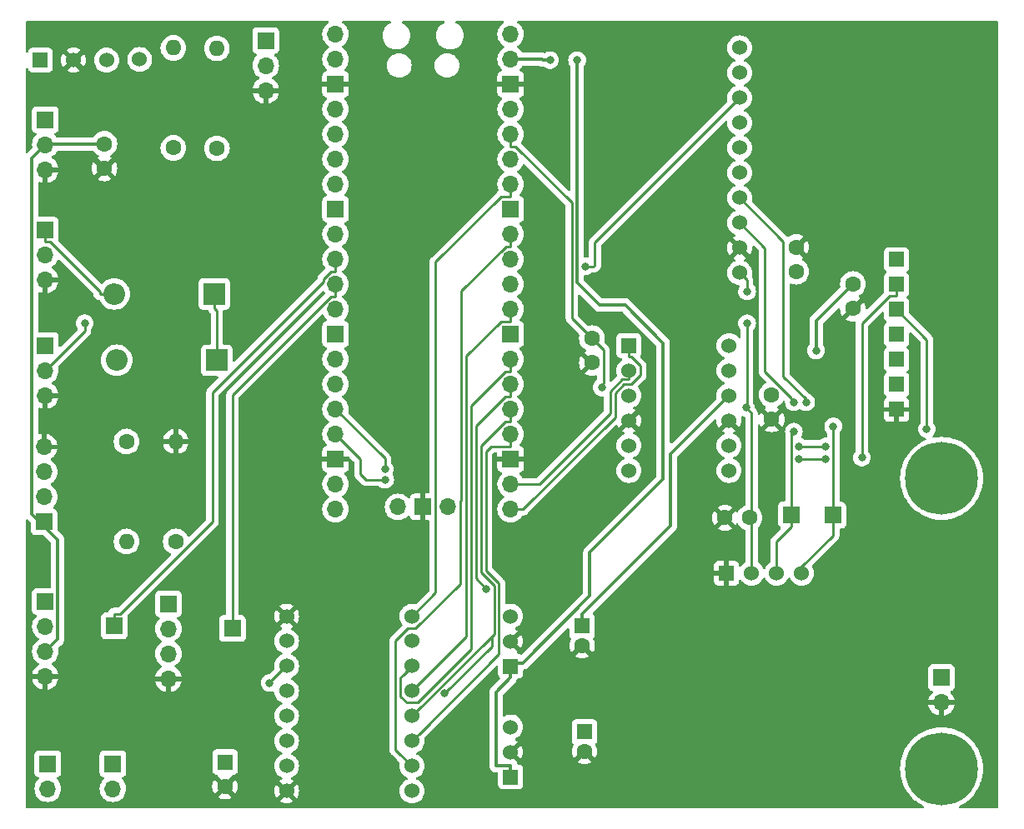
<source format=gbr>
%TF.GenerationSoftware,KiCad,Pcbnew,8.0.7*%
%TF.CreationDate,2025-01-07T22:46:36+01:00*%
%TF.ProjectId,simple-robot,73696d70-6c65-42d7-926f-626f742e6b69,rev?*%
%TF.SameCoordinates,Original*%
%TF.FileFunction,Copper,L2,Bot*%
%TF.FilePolarity,Positive*%
%FSLAX46Y46*%
G04 Gerber Fmt 4.6, Leading zero omitted, Abs format (unit mm)*
G04 Created by KiCad (PCBNEW 8.0.7) date 2025-01-07 22:46:36*
%MOMM*%
%LPD*%
G01*
G04 APERTURE LIST*
%TA.AperFunction,ComponentPad*%
%ADD10R,1.524000X1.524000*%
%TD*%
%TA.AperFunction,ComponentPad*%
%ADD11C,1.524000*%
%TD*%
%TA.AperFunction,ComponentPad*%
%ADD12R,1.700000X1.700000*%
%TD*%
%TA.AperFunction,ComponentPad*%
%ADD13O,1.700000X1.700000*%
%TD*%
%TA.AperFunction,ComponentPad*%
%ADD14C,1.600000*%
%TD*%
%TA.AperFunction,ComponentPad*%
%ADD15O,1.600000X1.600000*%
%TD*%
%TA.AperFunction,ComponentPad*%
%ADD16R,1.600000X1.600000*%
%TD*%
%TA.AperFunction,ComponentPad*%
%ADD17R,2.200000X2.200000*%
%TD*%
%TA.AperFunction,ComponentPad*%
%ADD18O,2.200000X2.200000*%
%TD*%
%TA.AperFunction,ComponentPad*%
%ADD19C,7.400000*%
%TD*%
%TA.AperFunction,ViaPad*%
%ADD20C,0.800000*%
%TD*%
%TA.AperFunction,Conductor*%
%ADD21C,0.250000*%
%TD*%
%TA.AperFunction,Conductor*%
%ADD22C,0.350000*%
%TD*%
G04 APERTURE END LIST*
D10*
%TO.P,OLED1,1,GND*%
%TO.N,GND*%
X126670000Y-114635000D03*
D11*
%TO.P,OLED1,2,VCC*%
%TO.N,Net-(IMU1-VCC)*%
X129210000Y-114635000D03*
%TO.P,OLED1,3,SCL*%
%TO.N,Net-(IMU1-SCL)*%
X131750000Y-114635000D03*
%TO.P,OLED1,4,SDA*%
%TO.N,Net-(IMU1-SDA)*%
X134290000Y-114635000D03*
%TD*%
D12*
%TO.P,ENCA1,1,Pin_1*%
%TO.N,Net-(ENCA1-Pin_1)*%
X57500000Y-117500000D03*
D13*
%TO.P,ENCA1,2,Pin_2*%
%TO.N,Net-(ENCA1-Pin_2)*%
X57500000Y-120040000D03*
%TO.P,ENCA1,3,Pin_3*%
%TO.N,Net-(ENCA1-Pin_3)*%
X57500000Y-122580000D03*
%TO.P,ENCA1,4,Pin_4*%
%TO.N,GND*%
X57500000Y-125120000D03*
%TD*%
D10*
%TO.P,R1,1,GND*%
%TO.N,GND*%
X143940000Y-98000000D03*
%TO.P,R1,2,5V*%
%TO.N,Net-(ENCA1-Pin_3)*%
X143940000Y-95460000D03*
%TO.P,R1,3,D0*%
%TO.N,Net-(LS_1-HV1)*%
X143940000Y-92920000D03*
%TO.P,R1,4,D1*%
%TO.N,Net-(LS_1-HV2)*%
X143940000Y-90380000D03*
%TO.P,R1,5,D2*%
%TO.N,Net-(LS_1-HV3)*%
X143940000Y-87840000D03*
%TO.P,R1,6,D3*%
%TO.N,Net-(LS_1-HV4)*%
X143940000Y-85300000D03*
%TO.P,R1,7,UT*%
%TO.N,unconnected-(R1-UT-Pad7)*%
X143940000Y-82760000D03*
%TD*%
D14*
%TO.P,C8,1*%
%TO.N,Net-(ENCA1-Pin_3)*%
X131250000Y-96500000D03*
%TO.P,C8,2*%
%TO.N,GND*%
X131250000Y-99000000D03*
%TD*%
%TO.P,R5,1*%
%TO.N,Net-(U1-GPIO14)*%
X70750000Y-111410000D03*
D15*
%TO.P,R5,2*%
%TO.N,GND*%
X70750000Y-101250000D03*
%TD*%
D12*
%TO.P,J2,1,Pin_1*%
%TO.N,Net-(J2-Pin_1)*%
X79880000Y-60500000D03*
D13*
%TO.P,J2,2,Pin_2*%
%TO.N,Net-(J2-Pin_2)*%
X79880000Y-63040000D03*
%TO.P,J2,3,Pin_3*%
%TO.N,GND*%
X79880000Y-65580000D03*
%TD*%
D10*
%TO.P,S5V1,1,VIN*%
%TO.N,+3V8*%
X104750000Y-124080000D03*
D11*
%TO.P,S5V1,2,GND*%
%TO.N,GND*%
X104750000Y-121540000D03*
%TO.P,S5V1,3,VOUT*%
%TO.N,Net-(ENCA1-Pin_3)*%
X104750000Y-119000000D03*
%TD*%
D12*
%TO.P,TP1,1,Pin_1*%
%TO.N,Net-(IMU1-SCL)*%
X133250000Y-108670000D03*
%TD*%
D10*
%TO.P,S6V1,1,VIN*%
%TO.N,+3V8*%
X104750000Y-135340000D03*
D11*
%TO.P,S6V1,2,GND*%
%TO.N,GND*%
X104750000Y-132800000D03*
%TO.P,S6V1,3,VOUT*%
%TO.N,Net-(MD1-VMOT)*%
X104750000Y-130260000D03*
%TD*%
D14*
%TO.P,C5,2*%
%TO.N,Net-(ENCA1-Pin_3)*%
X139500000Y-85250000D03*
%TO.P,C5,1*%
%TO.N,GND*%
X139500000Y-87750000D03*
%TD*%
D16*
%TO.P,C2,1*%
%TO.N,Net-(ENCA1-Pin_3)*%
X112000000Y-120000000D03*
D14*
%TO.P,C2,2*%
%TO.N,GND*%
X112000000Y-122000000D03*
%TD*%
D12*
%TO.P,J3,1,Pin_1*%
%TO.N,Net-(D2-A)*%
X57500000Y-79750000D03*
D13*
%TO.P,J3,2,Pin_2*%
%TO.N,Net-(IMU1-VCC)*%
X57500000Y-82290000D03*
%TO.P,J3,3,Pin_3*%
%TO.N,GND*%
X57500000Y-84830000D03*
%TD*%
D14*
%TO.P,C7,1*%
%TO.N,Net-(IMU1-VCC)*%
X113000000Y-90750000D03*
%TO.P,C7,2*%
%TO.N,GND*%
X113000000Y-93250000D03*
%TD*%
D12*
%TO.P,J4,1,Pin_1*%
%TO.N,Net-(J4-Pin_1)*%
X57500000Y-68550000D03*
D13*
%TO.P,J4,2,Pin_2*%
%TO.N,Net-(ENCA1-Pin_3)*%
X57500000Y-71090000D03*
%TO.P,J4,3,Pin_3*%
%TO.N,GND*%
X57500000Y-73630000D03*
%TD*%
D12*
%TO.P,ENCB1,1,Pin_1*%
%TO.N,Net-(ENCB1-Pin_1)*%
X70000000Y-117750000D03*
D13*
%TO.P,ENCB1,2,Pin_2*%
%TO.N,Net-(ENCB1-Pin_2)*%
X70000000Y-120290000D03*
%TO.P,ENCB1,3,Pin_3*%
%TO.N,Net-(ENCA1-Pin_3)*%
X70000000Y-122830000D03*
%TO.P,ENCB1,4,Pin_4*%
%TO.N,GND*%
X70000000Y-125370000D03*
%TD*%
D16*
%TO.P,C3,1*%
%TO.N,Net-(MD1-VMOT)*%
X112250000Y-130750000D03*
D14*
%TO.P,C3,2*%
%TO.N,GND*%
X112250000Y-132750000D03*
%TD*%
D17*
%TO.P,D1,1,K*%
%TO.N,Net-(D1-K)*%
X74910000Y-93000000D03*
D18*
%TO.P,D1,2,A*%
%TO.N,Net-(D1-A)*%
X64750000Y-93000000D03*
%TD*%
D14*
%TO.P,C9,1*%
%TO.N,Net-(ENCA1-Pin_3)*%
X63500000Y-71000000D03*
%TO.P,C9,2*%
%TO.N,GND*%
X63500000Y-73500000D03*
%TD*%
%TO.P,R4,1*%
%TO.N,Net-(HC-SRo4-Pin_3)*%
X65750000Y-101250000D03*
D15*
%TO.P,R4,2*%
%TO.N,Net-(U1-GPIO14)*%
X65750000Y-111410000D03*
%TD*%
D12*
%TO.P,TP2,1,Pin_1*%
%TO.N,Net-(IMU1-SDA)*%
X137500000Y-108750000D03*
%TD*%
D11*
%TO.P,IMU1,1,VCC*%
%TO.N,Net-(IMU1-VCC)*%
X128000000Y-84110000D03*
%TO.P,IMU1,2,GND*%
%TO.N,GND*%
X128000000Y-81570000D03*
%TO.P,IMU1,3,SCL*%
%TO.N,Net-(IMU1-SCL)*%
X128000000Y-79030000D03*
%TO.P,IMU1,4,SDA*%
%TO.N,Net-(IMU1-SDA)*%
X128000000Y-76490000D03*
%TO.P,IMU1,5,EDA*%
%TO.N,unconnected-(IMU1-EDA-Pad5)*%
X128000000Y-73950000D03*
%TO.P,IMU1,6,ECL*%
%TO.N,unconnected-(IMU1-ECL-Pad6)*%
X128000000Y-71410000D03*
%TO.P,IMU1,7,ADD*%
%TO.N,Net-(IMU1-ADD)*%
X128000000Y-68870000D03*
%TO.P,IMU1,8,INT*%
%TO.N,Net-(IMU1-INT)*%
X128000000Y-66330000D03*
%TO.P,IMU1,9,NCS*%
%TO.N,unconnected-(IMU1-NCS-Pad9)*%
X128000000Y-63790000D03*
%TO.P,IMU1,10,FSYNC*%
%TO.N,unconnected-(IMU1-FSYNC-Pad10)*%
X128000000Y-61250000D03*
%TD*%
D12*
%TO.P,J1,1,Pin_1*%
%TO.N,Net-(D1-A)*%
X57500000Y-91500000D03*
D13*
%TO.P,J1,2,Pin_2*%
%TO.N,Net-(IMU1-VCC)*%
X57500000Y-94040000D03*
%TO.P,J1,3,Pin_3*%
%TO.N,GND*%
X57500000Y-96580000D03*
%TD*%
%TO.P,U1,1,GPIO0*%
%TO.N,Net-(J2-Pin_1)*%
X86970000Y-59870000D03*
%TO.P,U1,2,GPIO1*%
%TO.N,Net-(J2-Pin_2)*%
X86970000Y-62410000D03*
D12*
%TO.P,U1,3,GND*%
%TO.N,GND*%
X86970000Y-64950000D03*
D13*
%TO.P,U1,4,GPIO2*%
%TO.N,Net-(U1-GPIO2)*%
X86970000Y-67490000D03*
%TO.P,U1,5,GPIO3*%
%TO.N,Net-(IMU1-ADD)*%
X86970000Y-70030000D03*
%TO.P,U1,6,GPIO4*%
%TO.N,Net-(U1-GPIO4)*%
X86970000Y-72570000D03*
%TO.P,U1,7,GPIO5*%
%TO.N,Net-(J4-Pin_1)*%
X86970000Y-75110000D03*
D12*
%TO.P,U1,8,GND*%
%TO.N,unconnected-(U1-GND-Pad8)_1*%
X86970000Y-77650000D03*
D13*
%TO.P,U1,9,GPIO6*%
%TO.N,unconnected-(U1-GPIO6-Pad9)*%
X86970000Y-80190000D03*
%TO.P,U1,10,GPIO7*%
%TO.N,Net-(ENCA1-Pin_2)*%
X86970000Y-82730000D03*
%TO.P,U1,11,GPIO8*%
%TO.N,Net-(ENCB1-Pin_2)*%
X86970000Y-85270000D03*
%TO.P,U1,12,GPIO9*%
%TO.N,Net-(IMU1-INT)*%
X86970000Y-87810000D03*
D12*
%TO.P,U1,13,GND*%
%TO.N,unconnected-(U1-GND-Pad13)_1*%
X86970000Y-90350000D03*
D13*
%TO.P,U1,14,GPIO10*%
%TO.N,Net-(LS_1-LV3)*%
X86970000Y-92890000D03*
%TO.P,U1,15,GPIO11*%
%TO.N,Net-(LS_1-LV4)*%
X86970000Y-95430000D03*
%TO.P,U1,16,GPIO12*%
%TO.N,Net-(IMU1-SDA)*%
X86970000Y-97970000D03*
%TO.P,U1,17,GPIO13*%
%TO.N,Net-(IMU1-SCL)*%
X86970000Y-100510000D03*
D12*
%TO.P,U1,18,GND*%
%TO.N,GND*%
X86970000Y-103050000D03*
D13*
%TO.P,U1,19,GPIO14*%
%TO.N,Net-(U1-GPIO14)*%
X86970000Y-105590000D03*
%TO.P,U1,20,GPIO15*%
%TO.N,Net-(HC-SRo4-Pin_2)*%
X86970000Y-108130000D03*
%TO.P,U1,21,GPIO16*%
%TO.N,Net-(LS_1-LV1)*%
X104750000Y-108130000D03*
%TO.P,U1,22,GPIO17*%
%TO.N,Net-(LS_1-LV2)*%
X104750000Y-105590000D03*
D12*
%TO.P,U1,23,GND*%
%TO.N,GND*%
X104750000Y-103050000D03*
D13*
%TO.P,U1,24,GPIO18*%
%TO.N,Net-(MD1-BIN2)*%
X104750000Y-100510000D03*
%TO.P,U1,25,GPIO19*%
%TO.N,Net-(MD1-BIN1)*%
X104750000Y-97970000D03*
%TO.P,U1,26,GPIO20*%
%TO.N,Net-(MD1-AIN2)*%
X104750000Y-95430000D03*
%TO.P,U1,27,GPIO21*%
%TO.N,Net-(MD1-AIN1)*%
X104750000Y-92890000D03*
D12*
%TO.P,U1,28,GND*%
%TO.N,unconnected-(U1-GND-Pad28)*%
X104750000Y-90350000D03*
D13*
%TO.P,U1,29,GPIO22*%
%TO.N,Net-(MD1-STBY)*%
X104750000Y-87810000D03*
%TO.P,U1,30,RUN*%
%TO.N,unconnected-(U1-RUN-Pad30)*%
X104750000Y-85270000D03*
%TO.P,U1,31,GPIO26_ADC0*%
%TO.N,Net-(D1-K)*%
X104750000Y-82730000D03*
%TO.P,U1,32,GPIO27_ADC1*%
%TO.N,Net-(MD1-PWMB)*%
X104750000Y-80190000D03*
D12*
%TO.P,U1,33,AGND*%
%TO.N,unconnected-(U1-AGND-Pad33)_1*%
X104750000Y-77650000D03*
D13*
%TO.P,U1,34,GPIO28_ADC2*%
%TO.N,Net-(MD1-PWMA)*%
X104750000Y-75110000D03*
%TO.P,U1,35,ADC_VREF*%
%TO.N,unconnected-(U1-ADC_VREF-Pad35)*%
X104750000Y-72570000D03*
%TO.P,U1,36,3V3*%
%TO.N,Net-(IMU1-VCC)*%
X104750000Y-70030000D03*
%TO.P,U1,37,3V3_EN*%
%TO.N,unconnected-(U1-3V3_EN-Pad37)_1*%
X104750000Y-67490000D03*
D12*
%TO.P,U1,38,GND*%
%TO.N,GND*%
X104750000Y-64950000D03*
D13*
%TO.P,U1,39,VSYS*%
%TO.N,+3V8*%
X104750000Y-62410000D03*
%TO.P,U1,40,VBUS*%
%TO.N,unconnected-(U1-VBUS-Pad40)*%
X104750000Y-59870000D03*
%TO.P,U1,41,SWCLK*%
%TO.N,unconnected-(U1-SWCLK-Pad41)_1*%
X93320000Y-107900000D03*
D12*
%TO.P,U1,42,GND*%
%TO.N,GND*%
X95860000Y-107900000D03*
D13*
%TO.P,U1,43,SWDIO*%
%TO.N,unconnected-(U1-SWDIO-Pad43)_1*%
X98400000Y-107900000D03*
%TD*%
D16*
%TO.P,C1,1*%
%TO.N,Net-(MD1-VMOT)*%
X75750000Y-133817600D03*
D14*
%TO.P,C1,2*%
%TO.N,GND*%
X75750000Y-136317600D03*
%TD*%
D10*
%TO.P,D3,1,RK*%
%TO.N,Net-(D3-RK)*%
X57000000Y-62500000D03*
D11*
%TO.P,D3,2,A*%
%TO.N,GND*%
X60360000Y-62500000D03*
%TO.P,D3,3,GK*%
%TO.N,Net-(D3-GK)*%
X63720000Y-62500000D03*
%TO.P,D3,4,BK*%
%TO.N,unconnected-(D3-BK-Pad4)*%
X67080000Y-62420000D03*
%TD*%
D19*
%TO.P,REF-MNT,1*%
%TO.N,N/C*%
X148500000Y-105000000D03*
%TD*%
%TO.P,REF\u002A\u002A,1*%
%TO.N,N/C*%
X148500000Y-134500000D03*
%TD*%
D12*
%TO.P,TP3,1,Pin_1*%
%TO.N,Net-(ENCA1-Pin_2)*%
X64500000Y-120000000D03*
%TD*%
%TO.P,BATT1,1,BAT+*%
%TO.N,+3V8*%
X148500000Y-125250000D03*
D13*
%TO.P,BATT1,2,BAT-*%
%TO.N,GND*%
X148500000Y-127790000D03*
%TD*%
D14*
%TO.P,R3,1*%
%TO.N,Net-(U1-GPIO4)*%
X74922000Y-71460000D03*
D15*
%TO.P,R3,2*%
%TO.N,Net-(D3-GK)*%
X74922000Y-61300000D03*
%TD*%
D14*
%TO.P,C4,1*%
%TO.N,GND*%
X133750000Y-81500000D03*
%TO.P,C4,2*%
%TO.N,Net-(IMU1-VCC)*%
X133750000Y-84000000D03*
%TD*%
D12*
%TO.P,MOTB1,1,Pin_1*%
%TO.N,Net-(MD1-B02)*%
X64362500Y-134000000D03*
D13*
%TO.P,MOTB1,2,Pin_2*%
%TO.N,Net-(MD1-B01)*%
X64362500Y-136540000D03*
%TD*%
D10*
%TO.P,LS_1,1,LV1*%
%TO.N,Net-(LS_1-LV1)*%
X116750000Y-91500000D03*
D11*
%TO.P,LS_1,2,LV2*%
%TO.N,Net-(LS_1-LV2)*%
X116750000Y-94040000D03*
%TO.P,LS_1,3,LV*%
%TO.N,Net-(IMU1-VCC)*%
X116750000Y-96580000D03*
%TO.P,LS_1,4,GND*%
%TO.N,GND*%
X116750000Y-99120000D03*
%TO.P,LS_1,5,LV3*%
%TO.N,Net-(LS_1-LV3)*%
X116750000Y-101660000D03*
%TO.P,LS_1,6,LV4*%
%TO.N,Net-(LS_1-LV4)*%
X116750000Y-104200000D03*
%TO.P,LS_1,7,HV1*%
%TO.N,Net-(LS_1-HV1)*%
X126910000Y-91500000D03*
%TO.P,LS_1,8,HV2*%
%TO.N,Net-(LS_1-HV2)*%
X126910000Y-94040000D03*
%TO.P,LS_1,9,HV*%
%TO.N,Net-(ENCA1-Pin_3)*%
X126910000Y-96580000D03*
%TO.P,LS_1,10,GND*%
%TO.N,GND*%
X126910000Y-99120000D03*
%TO.P,LS_1,11,HV3*%
%TO.N,Net-(LS_1-HV3)*%
X126910000Y-101660000D03*
%TO.P,LS_1,12,HV4*%
%TO.N,Net-(LS_1-HV4)*%
X126910000Y-104200000D03*
%TD*%
D12*
%TO.P,HC-SRo4,1,Pin_1*%
%TO.N,Net-(ENCA1-Pin_3)*%
X57400000Y-109430000D03*
D13*
%TO.P,HC-SRo4,2,Pin_2*%
%TO.N,Net-(HC-SRo4-Pin_2)*%
X57400000Y-106890000D03*
%TO.P,HC-SRo4,3,Pin_3*%
%TO.N,Net-(HC-SRo4-Pin_3)*%
X57400000Y-104350000D03*
%TO.P,HC-SRo4,4,Pin_4*%
%TO.N,GND*%
X57400000Y-101810000D03*
%TD*%
D17*
%TO.P,D2,1,K*%
%TO.N,Net-(D1-K)*%
X74660000Y-86250000D03*
D18*
%TO.P,D2,2,A*%
%TO.N,Net-(D2-A)*%
X64500000Y-86250000D03*
%TD*%
D12*
%TO.P,TP4,1,Pin_1*%
%TO.N,Net-(ENCB1-Pin_2)*%
X76500000Y-120250000D03*
%TD*%
D14*
%TO.P,C6,1*%
%TO.N,GND*%
X126500000Y-109000000D03*
%TO.P,C6,2*%
%TO.N,Net-(IMU1-VCC)*%
X129000000Y-109000000D03*
%TD*%
D11*
%TO.P,MD1,1,GND*%
%TO.N,GND*%
X82000000Y-119000011D03*
%TO.P,MD1,2,VCC*%
%TO.N,Net-(IMU1-VCC)*%
X82000000Y-121537153D03*
%TO.P,MD1,3,A01*%
%TO.N,Net-(MD1-A01)*%
X82000000Y-124074295D03*
%TO.P,MD1,4,A02*%
%TO.N,Net-(MD1-A02)*%
X82000000Y-126611437D03*
%TO.P,MD1,5,B02*%
%TO.N,Net-(MD1-B02)*%
X82000000Y-129148579D03*
%TO.P,MD1,6,B01*%
%TO.N,Net-(MD1-B01)*%
X82000000Y-131685721D03*
%TO.P,MD1,7,VMOT*%
%TO.N,Net-(MD1-VMOT)*%
X82000000Y-134222863D03*
%TO.P,MD1,8,GND*%
%TO.N,GND*%
X82000000Y-136760011D03*
%TO.P,MD1,9,PWMA*%
%TO.N,Net-(MD1-PWMA)*%
X94730000Y-119000011D03*
%TO.P,MD1,10,AIN2*%
%TO.N,Net-(MD1-AIN2)*%
X94730000Y-121537153D03*
%TO.P,MD1,11,AIN1*%
%TO.N,Net-(MD1-AIN1)*%
X94730000Y-124074295D03*
%TO.P,MD1,12,STBY*%
%TO.N,Net-(MD1-STBY)*%
X94730000Y-126611437D03*
%TO.P,MD1,13,BIN1*%
%TO.N,Net-(MD1-BIN1)*%
X94730000Y-129148579D03*
%TO.P,MD1,14,BIN2*%
%TO.N,Net-(MD1-BIN2)*%
X94730000Y-131685721D03*
%TO.P,MD1,15,PWMB*%
%TO.N,Net-(MD1-PWMB)*%
X94730000Y-134222863D03*
%TO.P,MD1,16,GND*%
%TO.N,unconnected-(MD1-GND-Pad16)*%
X94730000Y-136760011D03*
%TD*%
D12*
%TO.P,MOTA1,1,Pin_1*%
%TO.N,Net-(MD1-A01)*%
X57750000Y-134000000D03*
D13*
%TO.P,MOTA1,2,Pin_2*%
%TO.N,Net-(MD1-A02)*%
X57750000Y-136540000D03*
%TD*%
D14*
%TO.P,R2,1*%
%TO.N,Net-(U1-GPIO2)*%
X70500000Y-71410000D03*
D15*
%TO.P,R2,2*%
%TO.N,Net-(D3-RK)*%
X70500000Y-61250000D03*
%TD*%
D20*
%TO.N,+3V8*%
X108750000Y-62500000D03*
X111500000Y-62500000D03*
%TO.N,Net-(IMU1-SDA)*%
X134750000Y-97250000D03*
X137500000Y-99711600D03*
%TO.N,Net-(IMU1-SCL)*%
X133500000Y-100250000D03*
X133500000Y-97250000D03*
%TO.N,Net-(IMU1-VCC)*%
X128750000Y-86000000D03*
X128750000Y-89250000D03*
%TO.N,Net-(LS_1-HV4)*%
X136725000Y-103000000D03*
X134025000Y-103000000D03*
%TO.N,Net-(LS_1-HV3)*%
X136725000Y-101750000D03*
X134025000Y-101750000D03*
%TO.N,Net-(ENCA1-Pin_3)*%
X135750000Y-92000000D03*
%TO.N,Net-(IMU1-VCC)*%
X61500000Y-89250000D03*
X114000000Y-95750000D03*
X128635000Y-97824800D03*
%TO.N,Net-(IMU1-SDA)*%
X91974699Y-104075303D03*
%TO.N,Net-(IMU1-SCL)*%
X92000000Y-105125000D03*
%TO.N,Net-(MD1-BIN1)*%
X98045200Y-126862000D03*
%TO.N,Net-(MD1-AIN2)*%
X102292000Y-116209000D03*
%TO.N,Net-(MD1-A01)*%
X80285600Y-125788500D03*
%TO.N,Net-(LS_1-HV3)*%
X147000000Y-100000000D03*
%TO.N,Net-(LS_1-HV4)*%
X140416200Y-102889100D03*
%TO.N,Net-(IMU1-INT)*%
X112325000Y-83447500D03*
%TD*%
D21*
%TO.N,Net-(MD1-BIN2)*%
X104750000Y-100510000D02*
X104750000Y-101737000D01*
X102250000Y-114358000D02*
X103571000Y-115679000D01*
X104750000Y-101737000D02*
X102763000Y-101737000D01*
X102763000Y-101737000D02*
X102250000Y-102250000D01*
X102250000Y-102250000D02*
X102250000Y-114358000D01*
X103571000Y-122845000D02*
X95555200Y-130861000D01*
X103571000Y-115679000D02*
X103571000Y-122845000D01*
%TO.N,Net-(MD1-BIN1)*%
X102817000Y-121061000D02*
X103069000Y-120809000D01*
X104250000Y-99196700D02*
X104750000Y-99196700D01*
X103069000Y-120809000D02*
X103069000Y-115887000D01*
X104750000Y-99196700D02*
X104750000Y-97970000D01*
X103069000Y-115887000D02*
X101750000Y-114568000D01*
X101750000Y-114568000D02*
X101750000Y-101696700D01*
X101750000Y-101696700D02*
X104250000Y-99196700D01*
%TO.N,Net-(MD1-AIN2)*%
X104750000Y-95430000D02*
X104750000Y-96656700D01*
X101250000Y-115167000D02*
X102292000Y-116209000D01*
X104750000Y-96656700D02*
X104242000Y-96656700D01*
X101250000Y-99648700D02*
X101250000Y-115167000D01*
X104242000Y-96656700D02*
X101250000Y-99648700D01*
%TO.N,Net-(MD1-AIN1)*%
X104750000Y-92890000D02*
X104750000Y-94116700D01*
X93574800Y-125230000D02*
X93863600Y-124941000D01*
X104750000Y-94116700D02*
X104242000Y-94116700D01*
X104242000Y-94116700D02*
X100750000Y-97608700D01*
X100750000Y-97608700D02*
X100750000Y-122310600D01*
X100750000Y-122310600D02*
X95289600Y-127771000D01*
X95289600Y-127771000D02*
X94196700Y-127771000D01*
X94196700Y-127771000D02*
X93574800Y-127149000D01*
X93574800Y-127149000D02*
X93574800Y-125230000D01*
%TO.N,Net-(MD1-STBY)*%
X104750000Y-87810000D02*
X104750000Y-89036700D01*
X104750000Y-89036700D02*
X103793000Y-89036700D01*
X100250000Y-121091400D02*
X94730000Y-126611400D01*
X103793000Y-89036700D02*
X100250000Y-92579700D01*
X100250000Y-92579700D02*
X100250000Y-121091400D01*
%TO.N,Net-(MD1-PWMB)*%
X104750000Y-80190000D02*
X104750000Y-81416700D01*
X104750000Y-81416700D02*
X104290000Y-81416700D01*
X99625000Y-107323000D02*
X99625000Y-115735000D01*
X94309200Y-120268000D02*
X93073100Y-121505000D01*
X104290000Y-81416700D02*
X99750000Y-85956700D01*
X99750000Y-85956700D02*
X99750000Y-107198000D01*
X99625000Y-115735000D02*
X95092000Y-120268000D01*
X99750000Y-107198000D02*
X99625000Y-107323000D01*
X93073100Y-132566000D02*
X93489000Y-132982000D01*
X95092000Y-120268000D02*
X94309200Y-120268000D01*
X93073100Y-121505000D02*
X93073100Y-132566000D01*
X93489000Y-132982000D02*
X93489100Y-132982000D01*
D22*
%TO.N,+3V8*%
X108750000Y-62500000D02*
X108000000Y-62500000D01*
X111500000Y-62410000D02*
X111500000Y-62500000D01*
X108000000Y-62500000D02*
X107910000Y-62410000D01*
X107910000Y-62410000D02*
X104750000Y-62410000D01*
X104750000Y-124080000D02*
X105080000Y-123750000D01*
X111500000Y-85130000D02*
X111500000Y-62410000D01*
X105080000Y-123750000D02*
X106000000Y-123750000D01*
X106000000Y-123750000D02*
X112790000Y-116960000D01*
X120250000Y-105063000D02*
X120250000Y-91250000D01*
X112790000Y-116960000D02*
X112790000Y-112523000D01*
X112790000Y-112523000D02*
X120250000Y-105063000D01*
X120250000Y-91250000D02*
X116387000Y-87387000D01*
X116387000Y-87387000D02*
X113757000Y-87387000D01*
X113757000Y-87387000D02*
X111500000Y-85130000D01*
D21*
%TO.N,Net-(IMU1-SDA)*%
X134750000Y-96961800D02*
X134750000Y-97250000D01*
X132425000Y-94636800D02*
X134750000Y-96961800D01*
%TO.N,Net-(IMU1-SCL)*%
X133250000Y-96835900D02*
X133250000Y-97000000D01*
X133250000Y-97000000D02*
X133500000Y-97250000D01*
X133500000Y-100250000D02*
X133250000Y-100500000D01*
X133250000Y-100500000D02*
X133250000Y-108670000D01*
%TO.N,Net-(IMU1-VCC)*%
X128635000Y-97824800D02*
X128635000Y-97615000D01*
X128750000Y-97500000D02*
X128750000Y-89250000D01*
X128635000Y-97615000D02*
X128750000Y-97500000D01*
X128750000Y-84860000D02*
X128000000Y-84110000D01*
X128750000Y-86000000D02*
X128750000Y-84860000D01*
%TO.N,Net-(LS_1-HV4)*%
X134025000Y-103000000D02*
X136725000Y-103000000D01*
%TO.N,Net-(LS_1-HV3)*%
X134025000Y-101750000D02*
X136725000Y-101750000D01*
D22*
%TO.N,Net-(ENCA1-Pin_3)*%
X135750000Y-92000000D02*
X135750000Y-89000000D01*
X135750000Y-89000000D02*
X139500000Y-85250000D01*
D21*
%TO.N,Net-(IMU1-VCC)*%
X105210000Y-71256700D02*
X110950000Y-76996700D01*
X114175000Y-95325000D02*
X114175000Y-91925000D01*
X61500000Y-90040000D02*
X57500000Y-94040000D01*
X104750000Y-70030000D02*
X104750000Y-71256700D01*
X114000000Y-95500000D02*
X114175000Y-95325000D01*
X129210000Y-109568000D02*
X129210000Y-114000000D01*
X129210000Y-109210000D02*
X129210000Y-98399700D01*
X104750000Y-71256700D02*
X105210000Y-71256700D01*
X114000000Y-95750000D02*
X114000000Y-95500000D01*
X128635000Y-84745100D02*
X128000000Y-84110000D01*
X129210000Y-109210000D02*
X129000000Y-109000000D01*
X110950000Y-76996700D02*
X110950000Y-88700000D01*
X129210000Y-98399700D02*
X128635000Y-97824800D01*
X114175000Y-91925000D02*
X113000000Y-90750000D01*
X110950000Y-88700000D02*
X113000000Y-90750000D01*
X61500000Y-89250000D02*
X61500000Y-90040000D01*
X129210000Y-109568000D02*
X129210000Y-109210000D01*
%TO.N,Net-(LS_1-LV2)*%
X116750000Y-94941300D02*
X116065000Y-94941300D01*
X114842000Y-96164200D02*
X114842000Y-98408000D01*
X116750000Y-94040000D02*
X116750000Y-94941300D01*
X107660000Y-105590000D02*
X104750000Y-105590000D01*
X116065000Y-94941300D02*
X114842000Y-96164200D01*
X114842000Y-98408000D02*
X107660000Y-105590000D01*
%TO.N,Net-(D1-K)*%
X74660000Y-86250000D02*
X74660000Y-87726700D01*
X74660000Y-87726700D02*
X74910000Y-87976700D01*
X74910000Y-87976700D02*
X74910000Y-93000000D01*
D22*
%TO.N,+3V8*%
X104750000Y-125219000D02*
X103250000Y-126719000D01*
X103250000Y-126719000D02*
X103250000Y-134201000D01*
X104750000Y-124080000D02*
X104750000Y-125219000D01*
X104750000Y-134201000D02*
X104750000Y-135340000D01*
X103250000Y-134201000D02*
X104750000Y-134201000D01*
D21*
%TO.N,Net-(IMU1-SDA)*%
X132425000Y-80915200D02*
X132425000Y-94636800D01*
X137500000Y-110790000D02*
X137500000Y-108750000D01*
X134290000Y-114000000D02*
X137500000Y-110790000D01*
X91974699Y-102974699D02*
X86970000Y-97970000D01*
X137500000Y-99711600D02*
X137500000Y-108750000D01*
X128000000Y-76490000D02*
X132425000Y-80915200D01*
X91974699Y-104075303D02*
X91974699Y-102974699D01*
%TO.N,Net-(IMU1-SCL)*%
X90078984Y-105125000D02*
X89500000Y-104546016D01*
X133250000Y-108670000D02*
X133250000Y-109897000D01*
X130575000Y-81605200D02*
X130575000Y-94161100D01*
X89500000Y-103040000D02*
X86970000Y-100510000D01*
X133250000Y-109897000D02*
X131750000Y-111397000D01*
X92000000Y-105125000D02*
X90078984Y-105125000D01*
X130575000Y-94161100D02*
X133250000Y-96835900D01*
X131750000Y-111397000D02*
X131750000Y-114000000D01*
X89500000Y-104546016D02*
X89500000Y-103040000D01*
X128000000Y-79030000D02*
X130575000Y-81605200D01*
%TO.N,Net-(LS_1-LV1)*%
X105977000Y-108130000D02*
X115342000Y-98764800D01*
X116272000Y-95441300D02*
X116995000Y-95441300D01*
X116995000Y-95441300D02*
X117908000Y-94528700D01*
X115342000Y-98764800D02*
X115342000Y-96371100D01*
X115342000Y-96371100D02*
X116272000Y-95441300D01*
X104750000Y-108130000D02*
X105977000Y-108130000D01*
X117908000Y-93583200D02*
X116964000Y-92638700D01*
X116750000Y-92638700D02*
X116750000Y-91500000D01*
X117908000Y-94528700D02*
X117908000Y-93583200D01*
X116964000Y-92638700D02*
X116750000Y-92638700D01*
%TO.N,Net-(D2-A)*%
X57500000Y-80976700D02*
X57994200Y-80976700D01*
X57994200Y-80976700D02*
X63023300Y-86005800D01*
X63023300Y-86250000D02*
X64500000Y-86250000D01*
X63023300Y-86005800D02*
X63023300Y-86250000D01*
X57500000Y-79750000D02*
X57500000Y-80976700D01*
%TO.N,Net-(MD1-PWMA)*%
X97130000Y-116600000D02*
X94730000Y-119000000D01*
X103793000Y-76336700D02*
X97130000Y-82999400D01*
X97130000Y-82999400D02*
X97130000Y-116600000D01*
X104750000Y-76336700D02*
X103793000Y-76336700D01*
X104750000Y-75110000D02*
X104750000Y-76336700D01*
%TO.N,Net-(MD1-BIN1)*%
X94730000Y-129148600D02*
X94730200Y-129148800D01*
X102817000Y-122090000D02*
X102817000Y-121061000D01*
X98045200Y-126862000D02*
X102817000Y-122090000D01*
X94730200Y-129148800D02*
X102817000Y-121061000D01*
X94730000Y-129149000D02*
X94730200Y-129148800D01*
%TO.N,Net-(MD1-PWMB)*%
X93489100Y-132982000D02*
X94730000Y-134223000D01*
X94730000Y-134222900D02*
X93489100Y-132982000D01*
%TO.N,Net-(MD1-BIN2)*%
X94730400Y-131685700D02*
X95555100Y-130861000D01*
X95555200Y-130861000D02*
X95555100Y-130861000D01*
X94730000Y-131686000D02*
X95555200Y-130861000D01*
X95554900Y-130861000D02*
X94730000Y-131686000D01*
X95555100Y-130861000D02*
X95554900Y-130861000D01*
X94730000Y-131685700D02*
X94730400Y-131685700D01*
%TO.N,Net-(MD1-AIN1)*%
X94730000Y-124074800D02*
X94730000Y-124074300D01*
X94296800Y-124508000D02*
X94730000Y-124074800D01*
X93863600Y-124941000D02*
X94152400Y-124652000D01*
X94296800Y-124508000D02*
X94730000Y-124075000D01*
X93863600Y-124941000D02*
X94296800Y-124508000D01*
D22*
%TO.N,Net-(MD1-A01)*%
X80285800Y-125788500D02*
X80285600Y-125788500D01*
X82000000Y-124074300D02*
X80285800Y-125788500D01*
D21*
%TO.N,Net-(LS_1-HV3)*%
X147000000Y-100000000D02*
X147000000Y-90900000D01*
X147000000Y-90900000D02*
X143940000Y-87840000D01*
%TO.N,Net-(LS_1-HV4)*%
X143228300Y-86438700D02*
X140416200Y-89250800D01*
X140416200Y-89250800D02*
X140416200Y-102889100D01*
X143940000Y-86438700D02*
X143228300Y-86438700D01*
X143940000Y-85300000D02*
X143940000Y-86438700D01*
D22*
%TO.N,Net-(ENCA1-Pin_3)*%
X56125000Y-72465000D02*
X57500000Y-71090000D01*
X121000000Y-109823000D02*
X121000000Y-102490000D01*
D21*
X63460000Y-71040000D02*
X63500000Y-71000000D01*
D22*
X112000000Y-120000000D02*
X112000000Y-118823000D01*
X56125000Y-108637000D02*
X56125000Y-72465000D01*
X57550000Y-71040000D02*
X63460000Y-71040000D01*
X57500000Y-71040000D02*
X57550000Y-71040000D01*
D21*
X57400000Y-109430000D02*
X57159000Y-109671000D01*
D22*
X58775000Y-111287000D02*
X57159000Y-109671000D01*
D21*
X57550000Y-71040000D02*
X57500000Y-71090000D01*
D22*
X58775000Y-121305000D02*
X58775000Y-111287000D01*
X57159000Y-109671000D02*
X56125000Y-108637000D01*
X121000000Y-102490000D02*
X126910000Y-96580000D01*
X57500000Y-122580000D02*
X58775000Y-121305000D01*
X112000000Y-118823000D02*
X121000000Y-109823000D01*
D21*
%TO.N,Net-(ENCA1-Pin_2)*%
X74461000Y-96264200D02*
X85743300Y-84981900D01*
X86970000Y-83956700D02*
X86970000Y-82730000D01*
X65113300Y-118773000D02*
X74461000Y-109426000D01*
X64500000Y-120000000D02*
X64500000Y-118773000D01*
X85743300Y-84981900D02*
X85743300Y-84725500D01*
X86512100Y-83956700D02*
X86970000Y-83956700D01*
X85743300Y-84725500D02*
X86512100Y-83956700D01*
X74461000Y-109426000D02*
X74461000Y-96264200D01*
X64500000Y-118773000D02*
X65113300Y-118773000D01*
%TO.N,Net-(ENCB1-Pin_2)*%
X86970000Y-85270000D02*
X86970000Y-86496700D01*
X76500000Y-96506700D02*
X76500000Y-120250000D01*
X86970000Y-86496700D02*
X86510000Y-86496700D01*
X86510000Y-86496700D02*
X76500000Y-96506700D01*
%TO.N,Net-(IMU1-INT)*%
X112325000Y-83447500D02*
X113171000Y-83447500D01*
X113171000Y-83447500D02*
X113309000Y-83309000D01*
X113309000Y-83309000D02*
X113309000Y-81021000D01*
X113309000Y-81021000D02*
X128000000Y-66330000D01*
%TD*%
%TA.AperFunction,Conductor*%
%TO.N,GND*%
G36*
X86245085Y-58520185D02*
G01*
X86290840Y-58572989D01*
X86300784Y-58642147D01*
X86271759Y-58705703D01*
X86249169Y-58726075D01*
X86098597Y-58831505D01*
X85931505Y-58998597D01*
X85795965Y-59192169D01*
X85795964Y-59192171D01*
X85696098Y-59406335D01*
X85696094Y-59406344D01*
X85634938Y-59634586D01*
X85634936Y-59634596D01*
X85614341Y-59869999D01*
X85614341Y-59870000D01*
X85634936Y-60105403D01*
X85634938Y-60105413D01*
X85696094Y-60333655D01*
X85696096Y-60333659D01*
X85696097Y-60333663D01*
X85732094Y-60410858D01*
X85795965Y-60547830D01*
X85795967Y-60547834D01*
X85931501Y-60741395D01*
X85931506Y-60741402D01*
X86098597Y-60908493D01*
X86098603Y-60908498D01*
X86284158Y-61038425D01*
X86327783Y-61093002D01*
X86334977Y-61162500D01*
X86303454Y-61224855D01*
X86284158Y-61241575D01*
X86098597Y-61371505D01*
X85931505Y-61538597D01*
X85795965Y-61732169D01*
X85795964Y-61732171D01*
X85696098Y-61946335D01*
X85696094Y-61946344D01*
X85634938Y-62174586D01*
X85634936Y-62174596D01*
X85616916Y-62380567D01*
X85614341Y-62410000D01*
X85634937Y-62645408D01*
X85634937Y-62645411D01*
X85634938Y-62645413D01*
X85696094Y-62873655D01*
X85696096Y-62873659D01*
X85696097Y-62873663D01*
X85780032Y-63053662D01*
X85795965Y-63087830D01*
X85795967Y-63087834D01*
X85898745Y-63234615D01*
X85931501Y-63281396D01*
X85931506Y-63281402D01*
X86053818Y-63403714D01*
X86087303Y-63465037D01*
X86082319Y-63534729D01*
X86040447Y-63590662D01*
X86009471Y-63607577D01*
X85877912Y-63656646D01*
X85877906Y-63656649D01*
X85762812Y-63742809D01*
X85762809Y-63742812D01*
X85676649Y-63857906D01*
X85676645Y-63857913D01*
X85626403Y-63992620D01*
X85626401Y-63992627D01*
X85620000Y-64052155D01*
X85620000Y-64700000D01*
X86525440Y-64700000D01*
X86494755Y-64753147D01*
X86460000Y-64882857D01*
X86460000Y-65017143D01*
X86494755Y-65146853D01*
X86525440Y-65200000D01*
X85620000Y-65200000D01*
X85620000Y-65847844D01*
X85626401Y-65907372D01*
X85626403Y-65907379D01*
X85676645Y-66042086D01*
X85676649Y-66042093D01*
X85762809Y-66157187D01*
X85762812Y-66157190D01*
X85877906Y-66243350D01*
X85877913Y-66243354D01*
X86009470Y-66292421D01*
X86065403Y-66334292D01*
X86089821Y-66399756D01*
X86074970Y-66468029D01*
X86053819Y-66496284D01*
X85931503Y-66618600D01*
X85795965Y-66812169D01*
X85795964Y-66812171D01*
X85696098Y-67026335D01*
X85696094Y-67026344D01*
X85634938Y-67254586D01*
X85634936Y-67254596D01*
X85614341Y-67489999D01*
X85614341Y-67490000D01*
X85634936Y-67725403D01*
X85634938Y-67725413D01*
X85696094Y-67953655D01*
X85696096Y-67953659D01*
X85696097Y-67953663D01*
X85743529Y-68055380D01*
X85795965Y-68167830D01*
X85795967Y-68167834D01*
X85931501Y-68361395D01*
X85931506Y-68361402D01*
X86098597Y-68528493D01*
X86098603Y-68528498D01*
X86284158Y-68658425D01*
X86327783Y-68713002D01*
X86334977Y-68782500D01*
X86303454Y-68844855D01*
X86284158Y-68861575D01*
X86098597Y-68991505D01*
X85931505Y-69158597D01*
X85795965Y-69352169D01*
X85795964Y-69352171D01*
X85696098Y-69566335D01*
X85696094Y-69566344D01*
X85634938Y-69794586D01*
X85634936Y-69794596D01*
X85614341Y-70029999D01*
X85614341Y-70030000D01*
X85634936Y-70265403D01*
X85634938Y-70265413D01*
X85696094Y-70493655D01*
X85696096Y-70493659D01*
X85696097Y-70493663D01*
X85795965Y-70707829D01*
X85795965Y-70707830D01*
X85795967Y-70707834D01*
X85931501Y-70901395D01*
X85931506Y-70901402D01*
X86098597Y-71068493D01*
X86098603Y-71068498D01*
X86284158Y-71198425D01*
X86327783Y-71253002D01*
X86334977Y-71322500D01*
X86303454Y-71384855D01*
X86284158Y-71401575D01*
X86098597Y-71531505D01*
X85931505Y-71698597D01*
X85795965Y-71892169D01*
X85795964Y-71892171D01*
X85696098Y-72106335D01*
X85696094Y-72106344D01*
X85634938Y-72334586D01*
X85634936Y-72334596D01*
X85614341Y-72569999D01*
X85614341Y-72570000D01*
X85634936Y-72805403D01*
X85634938Y-72805413D01*
X85696094Y-73033655D01*
X85696096Y-73033659D01*
X85696097Y-73033663D01*
X85758046Y-73166513D01*
X85795965Y-73247830D01*
X85795967Y-73247834D01*
X85931501Y-73441395D01*
X85931506Y-73441402D01*
X86098597Y-73608493D01*
X86098603Y-73608498D01*
X86284158Y-73738425D01*
X86327783Y-73793002D01*
X86334977Y-73862500D01*
X86303454Y-73924855D01*
X86284158Y-73941575D01*
X86098597Y-74071505D01*
X85931505Y-74238597D01*
X85795965Y-74432169D01*
X85795964Y-74432171D01*
X85696098Y-74646335D01*
X85696094Y-74646344D01*
X85634938Y-74874586D01*
X85634936Y-74874596D01*
X85614341Y-75109999D01*
X85614341Y-75110000D01*
X85634936Y-75345403D01*
X85634938Y-75345413D01*
X85696094Y-75573655D01*
X85696096Y-75573659D01*
X85696097Y-75573663D01*
X85696100Y-75573669D01*
X85795965Y-75787830D01*
X85795967Y-75787834D01*
X85843936Y-75856340D01*
X85931501Y-75981396D01*
X85931506Y-75981402D01*
X86053430Y-76103326D01*
X86086915Y-76164649D01*
X86081931Y-76234341D01*
X86040059Y-76290274D01*
X86009083Y-76307189D01*
X85877669Y-76356203D01*
X85877664Y-76356206D01*
X85762455Y-76442452D01*
X85762452Y-76442455D01*
X85676206Y-76557664D01*
X85676202Y-76557671D01*
X85625908Y-76692517D01*
X85619501Y-76752116D01*
X85619501Y-76752123D01*
X85619500Y-76752135D01*
X85619500Y-78547870D01*
X85619501Y-78547876D01*
X85625908Y-78607483D01*
X85676202Y-78742328D01*
X85676206Y-78742335D01*
X85762452Y-78857544D01*
X85762455Y-78857547D01*
X85877664Y-78943793D01*
X85877671Y-78943797D01*
X86009081Y-78992810D01*
X86065015Y-79034681D01*
X86089432Y-79100145D01*
X86074580Y-79168418D01*
X86053430Y-79196673D01*
X85931503Y-79318600D01*
X85795965Y-79512169D01*
X85795964Y-79512171D01*
X85696098Y-79726335D01*
X85696094Y-79726344D01*
X85634938Y-79954586D01*
X85634936Y-79954596D01*
X85614341Y-80189999D01*
X85614341Y-80190000D01*
X85634936Y-80425403D01*
X85634938Y-80425413D01*
X85696094Y-80653655D01*
X85696096Y-80653659D01*
X85696097Y-80653663D01*
X85721193Y-80707481D01*
X85795965Y-80867830D01*
X85795967Y-80867834D01*
X85931501Y-81061395D01*
X85931506Y-81061402D01*
X86098597Y-81228493D01*
X86098603Y-81228498D01*
X86284158Y-81358425D01*
X86327783Y-81413002D01*
X86334977Y-81482500D01*
X86303454Y-81544855D01*
X86284158Y-81561575D01*
X86098597Y-81691505D01*
X85931505Y-81858597D01*
X85795965Y-82052169D01*
X85795964Y-82052171D01*
X85696098Y-82266335D01*
X85696094Y-82266344D01*
X85634938Y-82494586D01*
X85634936Y-82494596D01*
X85614341Y-82729999D01*
X85614341Y-82730000D01*
X85634936Y-82965403D01*
X85634938Y-82965413D01*
X85696094Y-83193655D01*
X85696096Y-83193659D01*
X85696097Y-83193663D01*
X85778607Y-83370606D01*
X85795965Y-83407830D01*
X85795967Y-83407834D01*
X85892953Y-83546344D01*
X85915280Y-83612550D01*
X85898270Y-83680317D01*
X85879059Y-83705148D01*
X85344569Y-84239640D01*
X85257444Y-84326764D01*
X85257441Y-84326768D01*
X85251046Y-84336340D01*
X85237643Y-84356399D01*
X85188988Y-84429214D01*
X85163758Y-84490127D01*
X85141837Y-84543047D01*
X85141835Y-84543053D01*
X85133856Y-84583163D01*
X85133857Y-84583164D01*
X85131052Y-84597267D01*
X85121658Y-84644500D01*
X85117801Y-84663889D01*
X85117800Y-84663894D01*
X85117800Y-84671447D01*
X85098115Y-84738486D01*
X85081481Y-84759128D01*
X76722180Y-93118429D01*
X76660857Y-93151914D01*
X76591165Y-93146930D01*
X76535232Y-93105058D01*
X76510815Y-93039594D01*
X76510499Y-93030748D01*
X76510499Y-91852129D01*
X76510498Y-91852123D01*
X76510497Y-91852116D01*
X76504091Y-91792517D01*
X76490890Y-91757124D01*
X76453797Y-91657671D01*
X76453793Y-91657664D01*
X76367547Y-91542455D01*
X76367544Y-91542452D01*
X76252335Y-91456206D01*
X76252328Y-91456202D01*
X76117482Y-91405908D01*
X76117483Y-91405908D01*
X76057883Y-91399501D01*
X76057881Y-91399500D01*
X76057873Y-91399500D01*
X76057865Y-91399500D01*
X75659500Y-91399500D01*
X75592461Y-91379815D01*
X75546706Y-91327011D01*
X75535500Y-91275500D01*
X75535500Y-87974499D01*
X75555185Y-87907460D01*
X75607989Y-87861705D01*
X75659500Y-87850499D01*
X75807871Y-87850499D01*
X75807872Y-87850499D01*
X75867483Y-87844091D01*
X76002331Y-87793796D01*
X76117546Y-87707546D01*
X76203796Y-87592331D01*
X76254091Y-87457483D01*
X76260500Y-87397873D01*
X76260499Y-85102128D01*
X76254091Y-85042517D01*
X76251135Y-85034592D01*
X76203797Y-84907671D01*
X76203793Y-84907664D01*
X76117547Y-84792455D01*
X76117544Y-84792452D01*
X76002335Y-84706206D01*
X76002328Y-84706202D01*
X75867482Y-84655908D01*
X75867483Y-84655908D01*
X75807883Y-84649501D01*
X75807881Y-84649500D01*
X75807873Y-84649500D01*
X75807864Y-84649500D01*
X73512129Y-84649500D01*
X73512123Y-84649501D01*
X73452516Y-84655908D01*
X73317671Y-84706202D01*
X73317664Y-84706206D01*
X73202455Y-84792452D01*
X73202452Y-84792455D01*
X73116206Y-84907664D01*
X73116202Y-84907671D01*
X73065908Y-85042517D01*
X73059963Y-85097822D01*
X73059501Y-85102123D01*
X73059500Y-85102135D01*
X73059500Y-87397870D01*
X73059501Y-87397876D01*
X73065908Y-87457483D01*
X73116202Y-87592328D01*
X73116206Y-87592335D01*
X73202452Y-87707544D01*
X73202455Y-87707547D01*
X73317664Y-87793793D01*
X73317671Y-87793797D01*
X73341437Y-87802661D01*
X73452517Y-87844091D01*
X73512127Y-87850500D01*
X73951388Y-87850499D01*
X74018427Y-87870183D01*
X74064182Y-87922987D01*
X74065949Y-87927046D01*
X74072347Y-87942492D01*
X74072347Y-87942493D01*
X74105685Y-88022980D01*
X74105686Y-88022982D01*
X74105688Y-88022986D01*
X74114746Y-88036542D01*
X74132089Y-88062498D01*
X74132091Y-88062500D01*
X74174140Y-88125431D01*
X74174141Y-88125432D01*
X74174142Y-88125433D01*
X74248182Y-88199473D01*
X74281666Y-88260794D01*
X74284500Y-88287153D01*
X74284500Y-91275500D01*
X74264815Y-91342539D01*
X74212011Y-91388294D01*
X74160500Y-91399500D01*
X73762129Y-91399500D01*
X73762123Y-91399501D01*
X73702516Y-91405908D01*
X73567671Y-91456202D01*
X73567664Y-91456206D01*
X73452455Y-91542452D01*
X73452452Y-91542455D01*
X73366206Y-91657664D01*
X73366202Y-91657671D01*
X73315908Y-91792517D01*
X73309877Y-91848617D01*
X73309501Y-91852123D01*
X73309500Y-91852135D01*
X73309500Y-94147870D01*
X73309501Y-94147876D01*
X73315908Y-94207483D01*
X73366202Y-94342328D01*
X73366206Y-94342335D01*
X73452452Y-94457544D01*
X73452455Y-94457547D01*
X73567664Y-94543793D01*
X73567671Y-94543797D01*
X73702517Y-94594091D01*
X73702516Y-94594091D01*
X73709444Y-94594835D01*
X73762127Y-94600500D01*
X74940747Y-94600499D01*
X75007786Y-94620184D01*
X75053541Y-94672987D01*
X75063485Y-94742146D01*
X75034460Y-94805702D01*
X75028428Y-94812180D01*
X74533286Y-95307323D01*
X74062269Y-95778340D01*
X74062267Y-95778342D01*
X74026792Y-95813817D01*
X73975142Y-95865466D01*
X73946287Y-95908651D01*
X73946286Y-95908650D01*
X73906692Y-95967907D01*
X73906685Y-95967919D01*
X73880475Y-96031199D01*
X73880475Y-96031200D01*
X73859537Y-96081746D01*
X73859537Y-96081748D01*
X73846648Y-96146550D01*
X73835500Y-96202596D01*
X73835500Y-109115530D01*
X73815815Y-109182569D01*
X73799178Y-109203215D01*
X72121681Y-110880585D01*
X72060357Y-110914067D01*
X71990665Y-110909080D01*
X71934733Y-110867207D01*
X71921623Y-110845309D01*
X71880568Y-110757266D01*
X71750047Y-110570861D01*
X71750045Y-110570858D01*
X71589141Y-110409954D01*
X71402734Y-110279432D01*
X71402732Y-110279431D01*
X71196497Y-110183261D01*
X71196488Y-110183258D01*
X70976697Y-110124366D01*
X70976693Y-110124365D01*
X70976692Y-110124365D01*
X70976691Y-110124364D01*
X70976686Y-110124364D01*
X70750002Y-110104532D01*
X70749998Y-110104532D01*
X70523313Y-110124364D01*
X70523302Y-110124366D01*
X70303511Y-110183258D01*
X70303502Y-110183261D01*
X70097267Y-110279431D01*
X70097265Y-110279432D01*
X69910858Y-110409954D01*
X69749954Y-110570858D01*
X69619432Y-110757265D01*
X69619431Y-110757267D01*
X69523261Y-110963502D01*
X69523258Y-110963511D01*
X69464366Y-111183302D01*
X69464364Y-111183313D01*
X69444532Y-111409998D01*
X69444532Y-111410001D01*
X69464364Y-111636686D01*
X69464366Y-111636697D01*
X69523258Y-111856488D01*
X69523261Y-111856497D01*
X69619431Y-112062732D01*
X69619432Y-112062734D01*
X69749954Y-112249141D01*
X69910858Y-112410045D01*
X69910861Y-112410047D01*
X70097266Y-112540568D01*
X70185208Y-112581576D01*
X70237647Y-112627748D01*
X70256799Y-112694942D01*
X70236583Y-112761823D01*
X70220481Y-112781643D01*
X66267444Y-116734386D01*
X65098831Y-117902912D01*
X64890542Y-118111185D01*
X64829218Y-118144667D01*
X64802864Y-118147500D01*
X64438389Y-118147500D01*
X64317555Y-118171535D01*
X64317545Y-118171538D01*
X64203716Y-118218687D01*
X64203707Y-118218692D01*
X64101267Y-118287141D01*
X64101263Y-118287144D01*
X64014144Y-118374263D01*
X64014141Y-118374267D01*
X63945692Y-118476707D01*
X63945687Y-118476717D01*
X63905825Y-118572953D01*
X63861984Y-118627356D01*
X63795690Y-118649421D01*
X63791265Y-118649500D01*
X63602130Y-118649500D01*
X63602123Y-118649501D01*
X63542516Y-118655908D01*
X63407671Y-118706202D01*
X63407664Y-118706206D01*
X63292455Y-118792452D01*
X63292452Y-118792455D01*
X63206206Y-118907664D01*
X63206202Y-118907671D01*
X63155908Y-119042517D01*
X63150364Y-119094091D01*
X63149501Y-119102123D01*
X63149500Y-119102135D01*
X63149500Y-120897870D01*
X63149501Y-120897876D01*
X63155908Y-120957483D01*
X63206202Y-121092328D01*
X63206206Y-121092335D01*
X63292452Y-121207544D01*
X63292455Y-121207547D01*
X63407664Y-121293793D01*
X63407671Y-121293797D01*
X63542517Y-121344091D01*
X63542516Y-121344091D01*
X63549444Y-121344835D01*
X63602127Y-121350500D01*
X65397872Y-121350499D01*
X65457483Y-121344091D01*
X65592331Y-121293796D01*
X65707546Y-121207546D01*
X65793796Y-121092331D01*
X65844091Y-120957483D01*
X65850500Y-120897873D01*
X65850500Y-120289999D01*
X68644341Y-120289999D01*
X68644341Y-120290000D01*
X68664936Y-120525403D01*
X68664938Y-120525413D01*
X68726094Y-120753655D01*
X68726096Y-120753659D01*
X68726097Y-120753663D01*
X68797824Y-120907482D01*
X68825965Y-120967830D01*
X68825967Y-120967834D01*
X68923024Y-121106444D01*
X68958054Y-121156473D01*
X68961501Y-121161395D01*
X68961506Y-121161402D01*
X69128597Y-121328493D01*
X69128603Y-121328498D01*
X69314158Y-121458425D01*
X69357783Y-121513002D01*
X69364977Y-121582500D01*
X69333454Y-121644855D01*
X69314158Y-121661575D01*
X69128597Y-121791505D01*
X68961505Y-121958597D01*
X68825965Y-122152169D01*
X68825964Y-122152171D01*
X68726098Y-122366335D01*
X68726094Y-122366344D01*
X68664938Y-122594586D01*
X68664936Y-122594596D01*
X68644341Y-122829999D01*
X68644341Y-122830000D01*
X68664936Y-123065403D01*
X68664938Y-123065413D01*
X68726094Y-123293655D01*
X68726096Y-123293659D01*
X68726097Y-123293663D01*
X68799649Y-123451395D01*
X68825965Y-123507830D01*
X68825967Y-123507834D01*
X68961501Y-123701395D01*
X68961506Y-123701402D01*
X69128597Y-123868493D01*
X69128603Y-123868498D01*
X69172879Y-123899500D01*
X69253857Y-123956202D01*
X69314594Y-123998730D01*
X69358219Y-124053307D01*
X69365413Y-124122805D01*
X69333890Y-124185160D01*
X69314595Y-124201880D01*
X69128922Y-124331890D01*
X69128920Y-124331891D01*
X68961891Y-124498920D01*
X68961886Y-124498926D01*
X68826400Y-124692420D01*
X68826399Y-124692422D01*
X68726570Y-124906507D01*
X68726567Y-124906513D01*
X68669364Y-125119999D01*
X68669364Y-125120000D01*
X69566988Y-125120000D01*
X69534075Y-125177007D01*
X69500000Y-125304174D01*
X69500000Y-125435826D01*
X69534075Y-125562993D01*
X69566988Y-125620000D01*
X68669364Y-125620000D01*
X68726567Y-125833486D01*
X68726570Y-125833492D01*
X68826399Y-126047578D01*
X68961894Y-126241082D01*
X69128917Y-126408105D01*
X69322421Y-126543600D01*
X69536507Y-126643429D01*
X69536516Y-126643433D01*
X69750000Y-126700634D01*
X69750000Y-125803012D01*
X69807007Y-125835925D01*
X69934174Y-125870000D01*
X70065826Y-125870000D01*
X70192993Y-125835925D01*
X70250000Y-125803012D01*
X70250000Y-126700633D01*
X70463483Y-126643433D01*
X70463492Y-126643429D01*
X70677578Y-126543600D01*
X70871082Y-126408105D01*
X71038105Y-126241082D01*
X71173600Y-126047578D01*
X71273429Y-125833492D01*
X71273432Y-125833486D01*
X71285486Y-125788500D01*
X79380140Y-125788500D01*
X79399926Y-125976756D01*
X79399927Y-125976759D01*
X79458418Y-126156777D01*
X79458421Y-126156784D01*
X79553067Y-126320716D01*
X79623585Y-126399034D01*
X79679729Y-126461388D01*
X79832865Y-126572648D01*
X79832870Y-126572651D01*
X80005792Y-126649642D01*
X80005797Y-126649644D01*
X80190954Y-126689000D01*
X80190955Y-126689000D01*
X80380244Y-126689000D01*
X80380246Y-126689000D01*
X80565403Y-126649644D01*
X80570805Y-126647238D01*
X80640053Y-126637951D01*
X80703331Y-126667576D01*
X80740547Y-126726709D01*
X80744773Y-126749707D01*
X80751929Y-126831501D01*
X80751930Y-126831507D01*
X80809104Y-127044882D01*
X80809105Y-127044884D01*
X80809106Y-127044887D01*
X80840597Y-127112420D01*
X80902466Y-127245099D01*
X80902468Y-127245103D01*
X81029170Y-127426052D01*
X81029175Y-127426058D01*
X81185378Y-127582261D01*
X81185384Y-127582266D01*
X81366333Y-127708968D01*
X81366335Y-127708969D01*
X81366338Y-127708971D01*
X81492125Y-127767626D01*
X81544564Y-127813798D01*
X81563716Y-127880992D01*
X81543500Y-127947873D01*
X81492125Y-127992390D01*
X81366340Y-128051044D01*
X81366338Y-128051045D01*
X81185377Y-128177754D01*
X81029175Y-128333956D01*
X80902466Y-128514917D01*
X80902465Y-128514919D01*
X80809107Y-128715127D01*
X80809104Y-128715133D01*
X80751930Y-128928508D01*
X80751929Y-128928516D01*
X80732677Y-129148576D01*
X80732677Y-129148581D01*
X80751929Y-129368641D01*
X80751930Y-129368649D01*
X80809104Y-129582024D01*
X80809105Y-129582026D01*
X80809106Y-129582029D01*
X80867693Y-129707669D01*
X80902466Y-129782241D01*
X80902468Y-129782245D01*
X81029170Y-129963194D01*
X81029175Y-129963200D01*
X81185378Y-130119403D01*
X81185384Y-130119408D01*
X81366333Y-130246110D01*
X81366335Y-130246111D01*
X81366338Y-130246113D01*
X81492125Y-130304768D01*
X81544564Y-130350940D01*
X81563716Y-130418134D01*
X81543500Y-130485015D01*
X81492125Y-130529532D01*
X81366340Y-130588186D01*
X81366338Y-130588187D01*
X81185377Y-130714896D01*
X81029175Y-130871098D01*
X80902466Y-131052059D01*
X80902465Y-131052061D01*
X80809107Y-131252269D01*
X80809104Y-131252275D01*
X80751930Y-131465650D01*
X80751929Y-131465658D01*
X80732677Y-131685718D01*
X80732677Y-131685723D01*
X80751929Y-131905783D01*
X80751930Y-131905791D01*
X80809104Y-132119166D01*
X80809105Y-132119168D01*
X80809106Y-132119171D01*
X80829783Y-132163513D01*
X80902466Y-132319383D01*
X80902468Y-132319387D01*
X81029170Y-132500336D01*
X81029175Y-132500342D01*
X81185378Y-132656545D01*
X81185384Y-132656550D01*
X81366333Y-132783252D01*
X81366335Y-132783253D01*
X81366338Y-132783255D01*
X81492125Y-132841910D01*
X81544564Y-132888082D01*
X81563716Y-132955276D01*
X81543500Y-133022157D01*
X81492125Y-133066674D01*
X81366340Y-133125328D01*
X81366338Y-133125329D01*
X81185377Y-133252038D01*
X81029175Y-133408240D01*
X80902466Y-133589201D01*
X80902465Y-133589203D01*
X80809107Y-133789411D01*
X80809104Y-133789417D01*
X80751930Y-134002792D01*
X80751929Y-134002800D01*
X80732677Y-134222860D01*
X80732677Y-134222865D01*
X80751929Y-134442925D01*
X80751930Y-134442933D01*
X80809104Y-134656308D01*
X80809105Y-134656310D01*
X80809106Y-134656313D01*
X80841461Y-134725698D01*
X80902466Y-134856525D01*
X80902468Y-134856529D01*
X81029170Y-135037478D01*
X81029175Y-135037484D01*
X81185378Y-135193687D01*
X81185384Y-135193692D01*
X81366333Y-135320394D01*
X81366335Y-135320395D01*
X81366338Y-135320397D01*
X81492131Y-135379055D01*
X81492723Y-135379331D01*
X81545162Y-135425503D01*
X81564314Y-135492697D01*
X81544098Y-135559578D01*
X81492723Y-135604095D01*
X81366590Y-135662912D01*
X81301811Y-135708269D01*
X81972554Y-136379011D01*
X81949840Y-136379011D01*
X81852939Y-136404975D01*
X81766060Y-136455135D01*
X81695124Y-136526071D01*
X81644964Y-136612950D01*
X81619000Y-136709851D01*
X81619000Y-136732564D01*
X80948258Y-136061822D01*
X80902901Y-136126601D01*
X80809579Y-136326731D01*
X80809575Y-136326740D01*
X80752426Y-136540024D01*
X80752424Y-136540034D01*
X80733179Y-136760010D01*
X80733179Y-136760011D01*
X80752424Y-136979987D01*
X80752426Y-136979997D01*
X80809575Y-137193281D01*
X80809580Y-137193295D01*
X80902898Y-137393416D01*
X80902901Y-137393422D01*
X80948258Y-137458198D01*
X80948258Y-137458199D01*
X81619000Y-136787457D01*
X81619000Y-136810171D01*
X81644964Y-136907072D01*
X81695124Y-136993951D01*
X81766060Y-137064887D01*
X81852939Y-137115047D01*
X81949840Y-137141011D01*
X81972553Y-137141011D01*
X81301810Y-137811751D01*
X81366590Y-137857110D01*
X81366592Y-137857111D01*
X81566715Y-137950430D01*
X81566729Y-137950435D01*
X81780013Y-138007584D01*
X81780023Y-138007586D01*
X81999999Y-138026832D01*
X82000001Y-138026832D01*
X82219976Y-138007586D01*
X82219986Y-138007584D01*
X82433270Y-137950435D01*
X82433284Y-137950430D01*
X82633407Y-137857111D01*
X82633417Y-137857105D01*
X82698188Y-137811752D01*
X82027448Y-137141011D01*
X82050160Y-137141011D01*
X82147061Y-137115047D01*
X82233940Y-137064887D01*
X82304876Y-136993951D01*
X82355036Y-136907072D01*
X82381000Y-136810171D01*
X82381000Y-136787458D01*
X83051741Y-137458199D01*
X83097094Y-137393428D01*
X83097100Y-137393418D01*
X83190419Y-137193295D01*
X83190424Y-137193281D01*
X83247573Y-136979997D01*
X83247575Y-136979987D01*
X83266821Y-136760011D01*
X83266821Y-136760010D01*
X83247575Y-136540034D01*
X83247573Y-136540024D01*
X83190424Y-136326740D01*
X83190420Y-136326731D01*
X83097096Y-136126597D01*
X83051741Y-136061822D01*
X83051740Y-136061821D01*
X82381000Y-136732562D01*
X82381000Y-136709851D01*
X82355036Y-136612950D01*
X82304876Y-136526071D01*
X82233940Y-136455135D01*
X82147061Y-136404975D01*
X82050160Y-136379011D01*
X82027447Y-136379011D01*
X82698188Y-135708269D01*
X82633411Y-135662912D01*
X82633405Y-135662909D01*
X82507277Y-135604095D01*
X82454837Y-135557923D01*
X82435685Y-135490730D01*
X82455901Y-135423848D01*
X82507277Y-135379331D01*
X82507869Y-135379055D01*
X82633662Y-135320397D01*
X82814620Y-135193689D01*
X82970826Y-135037483D01*
X83097534Y-134856525D01*
X83190894Y-134656313D01*
X83248070Y-134442931D01*
X83267323Y-134222863D01*
X83267112Y-134220455D01*
X83254606Y-134077501D01*
X83248070Y-134002795D01*
X83190894Y-133789413D01*
X83097534Y-133589202D01*
X82983419Y-133426228D01*
X82970827Y-133408244D01*
X82939388Y-133376805D01*
X82814620Y-133252037D01*
X82814616Y-133252034D01*
X82814615Y-133252033D01*
X82633666Y-133125331D01*
X82633658Y-133125327D01*
X82582575Y-133101507D01*
X82507874Y-133066673D01*
X82455435Y-133020502D01*
X82436283Y-132953309D01*
X82456498Y-132886427D01*
X82507875Y-132841910D01*
X82633662Y-132783255D01*
X82814620Y-132656547D01*
X82970826Y-132500341D01*
X83097534Y-132319383D01*
X83190894Y-132119171D01*
X83248070Y-131905789D01*
X83267323Y-131685721D01*
X83264852Y-131657482D01*
X83259516Y-131596486D01*
X83248070Y-131465653D01*
X83190894Y-131252271D01*
X83097534Y-131052060D01*
X82986626Y-130893666D01*
X82970827Y-130871102D01*
X82970823Y-130871098D01*
X82814620Y-130714895D01*
X82814616Y-130714892D01*
X82814615Y-130714891D01*
X82633666Y-130588189D01*
X82633658Y-130588185D01*
X82507875Y-130529532D01*
X82455435Y-130483360D01*
X82436283Y-130416167D01*
X82456498Y-130349285D01*
X82507875Y-130304768D01*
X82633662Y-130246113D01*
X82814620Y-130119405D01*
X82970826Y-129963199D01*
X83097534Y-129782241D01*
X83190894Y-129582029D01*
X83248070Y-129368647D01*
X83267323Y-129148579D01*
X83248070Y-128928511D01*
X83190894Y-128715129D01*
X83097534Y-128514918D01*
X82970826Y-128333959D01*
X82814620Y-128177753D01*
X82814616Y-128177750D01*
X82814615Y-128177749D01*
X82633666Y-128051047D01*
X82633658Y-128051043D01*
X82507875Y-127992390D01*
X82455435Y-127946218D01*
X82436283Y-127879025D01*
X82456498Y-127812143D01*
X82507875Y-127767626D01*
X82633662Y-127708971D01*
X82814620Y-127582263D01*
X82970826Y-127426057D01*
X83097534Y-127245099D01*
X83190894Y-127044887D01*
X83248070Y-126831505D01*
X83267323Y-126611437D01*
X83265805Y-126594091D01*
X83254196Y-126461388D01*
X83248070Y-126391369D01*
X83190894Y-126177987D01*
X83097534Y-125977776D01*
X82970826Y-125796817D01*
X82814620Y-125640611D01*
X82814616Y-125640608D01*
X82814615Y-125640607D01*
X82633666Y-125513905D01*
X82633658Y-125513901D01*
X82507875Y-125455248D01*
X82455435Y-125409076D01*
X82436283Y-125341883D01*
X82456498Y-125275001D01*
X82507875Y-125230484D01*
X82633662Y-125171829D01*
X82814620Y-125045121D01*
X82970826Y-124888915D01*
X83097534Y-124707957D01*
X83190894Y-124507745D01*
X83248070Y-124294363D01*
X83264757Y-124103621D01*
X83267323Y-124074297D01*
X83267323Y-124074292D01*
X83255194Y-123935659D01*
X83248070Y-123854227D01*
X83190894Y-123640845D01*
X83097534Y-123440634D01*
X82994625Y-123293664D01*
X82970827Y-123259676D01*
X82937415Y-123226264D01*
X82814620Y-123103469D01*
X82814616Y-123103466D01*
X82814615Y-123103465D01*
X82633666Y-122976763D01*
X82633658Y-122976759D01*
X82507875Y-122918106D01*
X82455435Y-122871934D01*
X82436283Y-122804741D01*
X82456498Y-122737859D01*
X82507875Y-122693342D01*
X82633662Y-122634687D01*
X82814620Y-122507979D01*
X82970826Y-122351773D01*
X83097534Y-122170815D01*
X83190894Y-121970603D01*
X83248070Y-121757221D01*
X83267323Y-121537153D01*
X83248070Y-121317085D01*
X83190894Y-121103703D01*
X83097534Y-120903492D01*
X82992624Y-120753664D01*
X82970827Y-120722534D01*
X82907798Y-120659505D01*
X82814620Y-120566327D01*
X82814616Y-120566324D01*
X82814615Y-120566323D01*
X82633666Y-120439621D01*
X82633662Y-120439619D01*
X82507282Y-120380687D01*
X82454843Y-120334515D01*
X82435691Y-120267321D01*
X82455907Y-120200440D01*
X82507283Y-120155922D01*
X82633416Y-120097106D01*
X82633417Y-120097105D01*
X82698188Y-120051752D01*
X82027448Y-119381011D01*
X82050160Y-119381011D01*
X82147061Y-119355047D01*
X82233940Y-119304887D01*
X82304876Y-119233951D01*
X82355036Y-119147072D01*
X82381000Y-119050171D01*
X82381000Y-119027458D01*
X83051741Y-119698199D01*
X83097094Y-119633428D01*
X83097100Y-119633418D01*
X83190419Y-119433295D01*
X83190424Y-119433281D01*
X83247573Y-119219997D01*
X83247575Y-119219987D01*
X83266821Y-119000011D01*
X83266821Y-119000010D01*
X83247575Y-118780034D01*
X83247573Y-118780024D01*
X83190424Y-118566740D01*
X83190420Y-118566731D01*
X83097096Y-118366597D01*
X83051741Y-118301822D01*
X83051740Y-118301821D01*
X82381000Y-118972562D01*
X82381000Y-118949851D01*
X82355036Y-118852950D01*
X82304876Y-118766071D01*
X82233940Y-118695135D01*
X82147061Y-118644975D01*
X82050160Y-118619011D01*
X82027447Y-118619011D01*
X82698188Y-117948269D01*
X82633411Y-117902912D01*
X82633405Y-117902909D01*
X82433284Y-117809591D01*
X82433270Y-117809586D01*
X82219986Y-117752437D01*
X82219976Y-117752435D01*
X82000001Y-117733190D01*
X81999999Y-117733190D01*
X81780023Y-117752435D01*
X81780013Y-117752437D01*
X81566729Y-117809586D01*
X81566720Y-117809590D01*
X81366590Y-117902912D01*
X81301811Y-117948269D01*
X81972554Y-118619011D01*
X81949840Y-118619011D01*
X81852939Y-118644975D01*
X81766060Y-118695135D01*
X81695124Y-118766071D01*
X81644964Y-118852950D01*
X81619000Y-118949851D01*
X81619000Y-118972564D01*
X80948258Y-118301822D01*
X80902901Y-118366601D01*
X80809579Y-118566731D01*
X80809575Y-118566740D01*
X80752426Y-118780024D01*
X80752424Y-118780034D01*
X80733179Y-119000010D01*
X80733179Y-119000011D01*
X80752424Y-119219987D01*
X80752426Y-119219997D01*
X80809575Y-119433281D01*
X80809580Y-119433295D01*
X80902898Y-119633416D01*
X80902901Y-119633422D01*
X80948258Y-119698198D01*
X80948258Y-119698199D01*
X81619000Y-119027457D01*
X81619000Y-119050171D01*
X81644964Y-119147072D01*
X81695124Y-119233951D01*
X81766060Y-119304887D01*
X81852939Y-119355047D01*
X81949840Y-119381011D01*
X81972553Y-119381011D01*
X81301810Y-120051751D01*
X81366589Y-120097109D01*
X81492717Y-120155924D01*
X81545156Y-120202096D01*
X81564308Y-120269290D01*
X81544092Y-120336171D01*
X81492717Y-120380688D01*
X81366340Y-120439618D01*
X81366338Y-120439619D01*
X81185377Y-120566328D01*
X81029175Y-120722530D01*
X80902466Y-120903491D01*
X80902465Y-120903493D01*
X80809107Y-121103701D01*
X80809104Y-121103707D01*
X80751930Y-121317082D01*
X80751929Y-121317090D01*
X80732677Y-121537150D01*
X80732677Y-121537155D01*
X80751929Y-121757215D01*
X80751930Y-121757223D01*
X80809104Y-121970598D01*
X80809105Y-121970600D01*
X80809106Y-121970603D01*
X80822813Y-121999997D01*
X80902466Y-122170815D01*
X80902468Y-122170819D01*
X81029170Y-122351768D01*
X81029175Y-122351774D01*
X81185378Y-122507977D01*
X81185384Y-122507982D01*
X81366333Y-122634684D01*
X81366335Y-122634685D01*
X81366338Y-122634687D01*
X81492125Y-122693342D01*
X81544564Y-122739514D01*
X81563716Y-122806708D01*
X81543500Y-122873589D01*
X81492125Y-122918106D01*
X81366340Y-122976760D01*
X81366338Y-122976761D01*
X81185377Y-123103470D01*
X81029175Y-123259672D01*
X80902466Y-123440633D01*
X80902465Y-123440635D01*
X80809107Y-123640843D01*
X80809104Y-123640849D01*
X80751930Y-123854224D01*
X80751929Y-123854232D01*
X80732677Y-124074292D01*
X80732677Y-124074297D01*
X80735243Y-124103621D01*
X80751929Y-124294357D01*
X80752402Y-124299756D01*
X80750807Y-124299895D01*
X80743871Y-124362048D01*
X80717184Y-124401813D01*
X80266751Y-124852247D01*
X80205428Y-124885732D01*
X80192040Y-124887886D01*
X80190953Y-124888000D01*
X80005797Y-124927355D01*
X80005792Y-124927357D01*
X79832870Y-125004348D01*
X79832865Y-125004351D01*
X79679729Y-125115611D01*
X79553066Y-125256285D01*
X79458421Y-125420215D01*
X79458418Y-125420222D01*
X79399927Y-125600240D01*
X79399926Y-125600244D01*
X79380140Y-125788500D01*
X71285486Y-125788500D01*
X71330636Y-125620000D01*
X70433012Y-125620000D01*
X70465925Y-125562993D01*
X70500000Y-125435826D01*
X70500000Y-125304174D01*
X70465925Y-125177007D01*
X70433012Y-125120000D01*
X71330636Y-125120000D01*
X71330635Y-125119999D01*
X71273432Y-124906513D01*
X71273429Y-124906507D01*
X71173600Y-124692422D01*
X71173599Y-124692420D01*
X71038113Y-124498926D01*
X71038108Y-124498920D01*
X70871078Y-124331890D01*
X70685405Y-124201879D01*
X70641780Y-124147302D01*
X70634588Y-124077804D01*
X70666110Y-124015449D01*
X70685406Y-123998730D01*
X70696013Y-123991303D01*
X70871401Y-123868495D01*
X71038495Y-123701401D01*
X71174035Y-123507830D01*
X71273903Y-123293663D01*
X71335063Y-123065408D01*
X71355659Y-122830000D01*
X71354565Y-122817501D01*
X71347742Y-122739514D01*
X71335063Y-122594592D01*
X71273903Y-122366337D01*
X71174035Y-122152171D01*
X71148943Y-122116335D01*
X71038494Y-121958597D01*
X70871402Y-121791506D01*
X70871396Y-121791501D01*
X70685842Y-121661575D01*
X70642217Y-121606998D01*
X70635023Y-121537500D01*
X70666546Y-121475145D01*
X70685842Y-121458425D01*
X70719545Y-121434826D01*
X70871401Y-121328495D01*
X71038495Y-121161401D01*
X71174035Y-120967830D01*
X71273903Y-120753663D01*
X71335063Y-120525408D01*
X71355659Y-120290000D01*
X71335063Y-120054592D01*
X71273903Y-119826337D01*
X71174035Y-119612171D01*
X71148942Y-119576335D01*
X71038496Y-119418600D01*
X70982065Y-119362169D01*
X70916567Y-119296671D01*
X70883084Y-119235351D01*
X70888068Y-119165659D01*
X70929939Y-119109725D01*
X70960915Y-119092810D01*
X71092331Y-119043796D01*
X71207546Y-118957546D01*
X71293796Y-118842331D01*
X71344091Y-118707483D01*
X71350500Y-118647873D01*
X71350499Y-116852128D01*
X71344091Y-116792517D01*
X71295264Y-116661606D01*
X71293797Y-116657671D01*
X71293793Y-116657664D01*
X71207547Y-116542455D01*
X71207544Y-116542452D01*
X71092335Y-116456206D01*
X71092328Y-116456202D01*
X70957482Y-116405908D01*
X70957483Y-116405908D01*
X70897883Y-116399501D01*
X70897881Y-116399500D01*
X70897873Y-116399500D01*
X70897864Y-116399500D01*
X69102129Y-116399500D01*
X69102123Y-116399501D01*
X69042516Y-116405908D01*
X68907671Y-116456202D01*
X68907664Y-116456206D01*
X68792455Y-116542452D01*
X68792452Y-116542455D01*
X68706206Y-116657664D01*
X68706202Y-116657671D01*
X68655908Y-116792517D01*
X68650251Y-116845141D01*
X68649501Y-116852123D01*
X68649500Y-116852135D01*
X68649500Y-118647870D01*
X68649501Y-118647876D01*
X68655908Y-118707483D01*
X68706202Y-118842328D01*
X68706206Y-118842335D01*
X68792452Y-118957544D01*
X68792455Y-118957547D01*
X68907664Y-119043793D01*
X68907671Y-119043797D01*
X69039081Y-119092810D01*
X69095015Y-119134681D01*
X69119432Y-119200145D01*
X69104580Y-119268418D01*
X69083430Y-119296673D01*
X68961503Y-119418600D01*
X68825965Y-119612169D01*
X68825964Y-119612171D01*
X68726098Y-119826335D01*
X68726094Y-119826344D01*
X68664938Y-120054586D01*
X68664936Y-120054596D01*
X68644341Y-120289999D01*
X65850500Y-120289999D01*
X65850499Y-119102128D01*
X65844229Y-119043797D01*
X65844091Y-119042516D01*
X65844090Y-119042513D01*
X65840511Y-119032917D01*
X65835526Y-118963225D01*
X65869010Y-118901902D01*
X74854927Y-109916659D01*
X74854961Y-109916629D01*
X74859730Y-109911859D01*
X74859733Y-109911858D01*
X74907305Y-109864286D01*
X74944597Y-109826996D01*
X74946874Y-109824835D01*
X74946882Y-109824826D01*
X74948472Y-109822317D01*
X74992471Y-109756469D01*
X75012380Y-109726674D01*
X75014390Y-109723930D01*
X75015295Y-109722491D01*
X75016588Y-109719569D01*
X75016690Y-109719351D01*
X75017692Y-109716535D01*
X75044121Y-109652734D01*
X75060798Y-109612477D01*
X75062398Y-109608970D01*
X75062463Y-109608798D01*
X75063170Y-109605656D01*
X75063621Y-109602627D01*
X75074143Y-109549727D01*
X75074143Y-109549726D01*
X75074144Y-109549726D01*
X75074144Y-109549721D01*
X75086498Y-109487630D01*
X75086498Y-109487621D01*
X75086499Y-109487611D01*
X75086500Y-109487606D01*
X75086500Y-109411143D01*
X75086502Y-109364417D01*
X75086500Y-109364410D01*
X75086501Y-109358865D01*
X75086500Y-109358819D01*
X75086500Y-96574652D01*
X75106185Y-96507613D01*
X75122819Y-96486971D01*
X80361926Y-91247864D01*
X85636284Y-85973505D01*
X85697605Y-85940022D01*
X85767297Y-85945006D01*
X85823230Y-85986878D01*
X85825538Y-85990065D01*
X85892089Y-86085110D01*
X85914416Y-86151316D01*
X85897406Y-86219083D01*
X85878195Y-86243914D01*
X76014144Y-96107964D01*
X76014138Y-96107972D01*
X75945690Y-96210408D01*
X75945688Y-96210413D01*
X75921060Y-96269872D01*
X75898538Y-96324244D01*
X75898535Y-96324256D01*
X75874500Y-96445089D01*
X75874500Y-118775500D01*
X75854815Y-118842539D01*
X75802011Y-118888294D01*
X75750501Y-118899500D01*
X75602130Y-118899500D01*
X75602123Y-118899501D01*
X75542516Y-118905908D01*
X75407671Y-118956202D01*
X75407664Y-118956206D01*
X75292455Y-119042452D01*
X75292452Y-119042455D01*
X75206206Y-119157664D01*
X75206202Y-119157671D01*
X75155908Y-119292517D01*
X75149501Y-119352116D01*
X75149501Y-119352123D01*
X75149500Y-119352135D01*
X75149500Y-121147870D01*
X75149501Y-121147876D01*
X75155908Y-121207483D01*
X75206202Y-121342328D01*
X75206206Y-121342335D01*
X75292452Y-121457544D01*
X75292455Y-121457547D01*
X75407664Y-121543793D01*
X75407671Y-121543797D01*
X75542517Y-121594091D01*
X75542516Y-121594091D01*
X75549444Y-121594835D01*
X75602127Y-121600500D01*
X77397872Y-121600499D01*
X77457483Y-121594091D01*
X77592331Y-121543796D01*
X77707546Y-121457546D01*
X77793796Y-121342331D01*
X77844091Y-121207483D01*
X77850500Y-121147873D01*
X77850499Y-119352128D01*
X77844091Y-119292517D01*
X77822769Y-119235351D01*
X77793797Y-119157671D01*
X77793793Y-119157664D01*
X77707547Y-119042455D01*
X77707544Y-119042452D01*
X77592335Y-118956206D01*
X77592328Y-118956202D01*
X77457482Y-118905908D01*
X77457483Y-118905908D01*
X77397883Y-118899501D01*
X77397881Y-118899500D01*
X77397873Y-118899500D01*
X77397865Y-118899500D01*
X77249500Y-118899500D01*
X77182461Y-118879815D01*
X77136706Y-118827011D01*
X77125500Y-118775500D01*
X77125500Y-96817151D01*
X77145185Y-96750112D01*
X77161814Y-96729475D01*
X85545922Y-88345366D01*
X85607243Y-88311883D01*
X85676935Y-88316867D01*
X85732868Y-88358739D01*
X85745983Y-88380644D01*
X85749813Y-88388857D01*
X85793427Y-88482388D01*
X85795965Y-88487829D01*
X85795967Y-88487834D01*
X85858480Y-88577111D01*
X85931501Y-88681396D01*
X85931506Y-88681402D01*
X86053430Y-88803326D01*
X86086915Y-88864649D01*
X86081931Y-88934341D01*
X86040059Y-88990274D01*
X86009083Y-89007189D01*
X85877669Y-89056203D01*
X85877664Y-89056206D01*
X85762455Y-89142452D01*
X85762452Y-89142455D01*
X85676206Y-89257664D01*
X85676202Y-89257671D01*
X85625908Y-89392517D01*
X85619501Y-89452116D01*
X85619501Y-89452123D01*
X85619500Y-89452135D01*
X85619500Y-91247870D01*
X85619501Y-91247876D01*
X85625908Y-91307483D01*
X85676202Y-91442328D01*
X85676206Y-91442335D01*
X85762452Y-91557544D01*
X85762455Y-91557547D01*
X85877664Y-91643793D01*
X85877671Y-91643797D01*
X86009081Y-91692810D01*
X86065015Y-91734681D01*
X86089432Y-91800145D01*
X86074580Y-91868418D01*
X86053430Y-91896673D01*
X85931503Y-92018600D01*
X85795965Y-92212169D01*
X85795964Y-92212171D01*
X85696098Y-92426335D01*
X85696094Y-92426344D01*
X85634938Y-92654586D01*
X85634936Y-92654596D01*
X85614341Y-92889999D01*
X85614341Y-92890000D01*
X85634936Y-93125403D01*
X85634938Y-93125413D01*
X85696094Y-93353655D01*
X85696096Y-93353659D01*
X85696097Y-93353663D01*
X85762286Y-93495606D01*
X85795965Y-93567830D01*
X85795967Y-93567834D01*
X85931501Y-93761395D01*
X85931506Y-93761402D01*
X86098597Y-93928493D01*
X86098603Y-93928498D01*
X86284158Y-94058425D01*
X86327783Y-94113002D01*
X86334977Y-94182500D01*
X86303454Y-94244855D01*
X86284158Y-94261575D01*
X86098597Y-94391505D01*
X85931505Y-94558597D01*
X85795965Y-94752169D01*
X85795964Y-94752171D01*
X85696098Y-94966335D01*
X85696094Y-94966344D01*
X85634938Y-95194586D01*
X85634936Y-95194596D01*
X85614341Y-95429999D01*
X85614341Y-95430000D01*
X85634936Y-95665403D01*
X85634938Y-95665413D01*
X85696094Y-95893655D01*
X85696096Y-95893659D01*
X85696097Y-95893663D01*
X85755402Y-96020842D01*
X85795965Y-96107830D01*
X85795967Y-96107834D01*
X85884764Y-96234648D01*
X85929997Y-96299248D01*
X85931501Y-96301395D01*
X85931506Y-96301402D01*
X86098596Y-96468492D01*
X86098603Y-96468498D01*
X86284158Y-96598425D01*
X86327783Y-96653002D01*
X86334977Y-96722500D01*
X86303454Y-96784855D01*
X86284158Y-96801575D01*
X86098597Y-96931505D01*
X85931505Y-97098597D01*
X85795965Y-97292169D01*
X85795964Y-97292171D01*
X85696098Y-97506335D01*
X85696094Y-97506344D01*
X85634938Y-97734586D01*
X85634936Y-97734596D01*
X85614341Y-97969999D01*
X85614341Y-97970000D01*
X85634936Y-98205403D01*
X85634938Y-98205413D01*
X85696094Y-98433655D01*
X85696096Y-98433659D01*
X85696097Y-98433663D01*
X85777835Y-98608951D01*
X85795965Y-98647830D01*
X85795967Y-98647834D01*
X85850210Y-98725300D01*
X85908224Y-98808153D01*
X85931501Y-98841395D01*
X85931506Y-98841402D01*
X86098597Y-99008493D01*
X86098603Y-99008498D01*
X86284158Y-99138425D01*
X86327783Y-99193002D01*
X86334977Y-99262500D01*
X86303454Y-99324855D01*
X86284158Y-99341575D01*
X86098597Y-99471505D01*
X85931505Y-99638597D01*
X85795965Y-99832169D01*
X85795964Y-99832171D01*
X85696098Y-100046335D01*
X85696094Y-100046344D01*
X85634938Y-100274586D01*
X85634936Y-100274596D01*
X85614341Y-100509999D01*
X85614341Y-100510000D01*
X85634936Y-100745403D01*
X85634938Y-100745413D01*
X85696094Y-100973655D01*
X85696096Y-100973659D01*
X85696097Y-100973663D01*
X85764392Y-101120121D01*
X85795965Y-101187830D01*
X85795967Y-101187834D01*
X85881509Y-101310000D01*
X85931501Y-101381396D01*
X85931506Y-101381402D01*
X86053818Y-101503714D01*
X86087303Y-101565037D01*
X86082319Y-101634729D01*
X86040447Y-101690662D01*
X86009471Y-101707577D01*
X85877912Y-101756646D01*
X85877906Y-101756649D01*
X85762812Y-101842809D01*
X85762809Y-101842812D01*
X85676649Y-101957906D01*
X85676645Y-101957913D01*
X85626403Y-102092620D01*
X85626401Y-102092627D01*
X85620000Y-102152155D01*
X85620000Y-102800000D01*
X86525440Y-102800000D01*
X86494755Y-102853147D01*
X86460000Y-102982857D01*
X86460000Y-103117143D01*
X86494755Y-103246853D01*
X86525440Y-103300000D01*
X85620000Y-103300000D01*
X85620000Y-103947844D01*
X85626401Y-104007372D01*
X85626403Y-104007379D01*
X85676645Y-104142086D01*
X85676649Y-104142093D01*
X85762809Y-104257187D01*
X85762812Y-104257190D01*
X85877906Y-104343350D01*
X85877913Y-104343354D01*
X86009470Y-104392421D01*
X86065403Y-104434292D01*
X86089821Y-104499756D01*
X86074970Y-104568029D01*
X86053819Y-104596284D01*
X85931503Y-104718600D01*
X85795965Y-104912169D01*
X85795964Y-104912171D01*
X85738122Y-105036214D01*
X85696721Y-105125000D01*
X85696098Y-105126335D01*
X85696094Y-105126344D01*
X85634938Y-105354586D01*
X85634936Y-105354596D01*
X85614341Y-105589999D01*
X85614341Y-105590000D01*
X85634936Y-105825403D01*
X85634938Y-105825413D01*
X85696094Y-106053655D01*
X85696096Y-106053659D01*
X85696097Y-106053663D01*
X85727962Y-106121997D01*
X85795965Y-106267830D01*
X85795967Y-106267834D01*
X85810080Y-106287989D01*
X85931501Y-106461396D01*
X85931506Y-106461402D01*
X86098597Y-106628493D01*
X86098603Y-106628498D01*
X86284158Y-106758425D01*
X86327783Y-106813002D01*
X86334977Y-106882500D01*
X86303454Y-106944855D01*
X86284158Y-106961575D01*
X86098597Y-107091505D01*
X85931505Y-107258597D01*
X85795965Y-107452169D01*
X85795964Y-107452171D01*
X85696098Y-107666335D01*
X85696094Y-107666344D01*
X85634938Y-107894586D01*
X85634936Y-107894596D01*
X85614341Y-108129999D01*
X85614341Y-108130000D01*
X85634936Y-108365403D01*
X85634938Y-108365413D01*
X85696094Y-108593655D01*
X85696096Y-108593659D01*
X85696097Y-108593663D01*
X85771047Y-108754394D01*
X85795965Y-108807830D01*
X85795967Y-108807834D01*
X85850305Y-108885436D01*
X85931505Y-109001401D01*
X86098599Y-109168495D01*
X86181580Y-109226599D01*
X86292165Y-109304032D01*
X86292167Y-109304033D01*
X86292170Y-109304035D01*
X86506337Y-109403903D01*
X86734592Y-109465063D01*
X86910828Y-109480482D01*
X86969999Y-109485659D01*
X86970000Y-109485659D01*
X86970001Y-109485659D01*
X87029172Y-109480482D01*
X87205408Y-109465063D01*
X87433663Y-109403903D01*
X87647830Y-109304035D01*
X87841401Y-109168495D01*
X88008495Y-109001401D01*
X88144035Y-108807830D01*
X88243903Y-108593663D01*
X88305063Y-108365408D01*
X88325659Y-108130000D01*
X88305063Y-107894592D01*
X88243903Y-107666337D01*
X88144035Y-107452171D01*
X88124839Y-107424755D01*
X88008494Y-107258597D01*
X87841402Y-107091506D01*
X87841396Y-107091501D01*
X87655842Y-106961575D01*
X87612217Y-106906998D01*
X87605023Y-106837500D01*
X87636546Y-106775145D01*
X87655842Y-106758425D01*
X87702197Y-106725967D01*
X87841401Y-106628495D01*
X88008495Y-106461401D01*
X88144035Y-106267830D01*
X88243903Y-106053663D01*
X88305063Y-105825408D01*
X88325659Y-105590000D01*
X88305063Y-105354592D01*
X88243903Y-105126337D01*
X88144035Y-104912171D01*
X88143651Y-104911623D01*
X88008496Y-104718600D01*
X88008495Y-104718599D01*
X87886179Y-104596283D01*
X87852696Y-104534963D01*
X87857680Y-104465271D01*
X87899551Y-104409337D01*
X87930529Y-104392422D01*
X88062086Y-104343354D01*
X88062093Y-104343350D01*
X88177187Y-104257190D01*
X88177190Y-104257187D01*
X88263350Y-104142093D01*
X88263354Y-104142086D01*
X88313596Y-104007379D01*
X88313598Y-104007372D01*
X88319999Y-103947844D01*
X88320000Y-103947827D01*
X88320000Y-103300000D01*
X87414560Y-103300000D01*
X87445245Y-103246853D01*
X87480000Y-103117143D01*
X87480000Y-102982857D01*
X87445245Y-102853147D01*
X87414560Y-102800000D01*
X88324048Y-102800000D01*
X88391087Y-102819685D01*
X88411729Y-102836319D01*
X88838181Y-103262771D01*
X88871666Y-103324094D01*
X88874500Y-103350452D01*
X88874500Y-104484409D01*
X88874500Y-104607623D01*
X88881305Y-104641835D01*
X88898537Y-104728468D01*
X88904569Y-104743031D01*
X88945685Y-104842297D01*
X88945687Y-104842300D01*
X88945688Y-104842302D01*
X88961499Y-104865964D01*
X89014141Y-104944748D01*
X89014144Y-104944752D01*
X89105586Y-105036194D01*
X89105608Y-105036214D01*
X89590000Y-105520606D01*
X89590029Y-105520637D01*
X89680248Y-105610856D01*
X89680251Y-105610858D01*
X89731474Y-105645084D01*
X89782698Y-105679312D01*
X89807783Y-105689702D01*
X89846300Y-105705657D01*
X89846305Y-105705658D01*
X89846307Y-105705659D01*
X89896532Y-105726463D01*
X89956955Y-105738481D01*
X90017377Y-105750500D01*
X90017378Y-105750500D01*
X91296252Y-105750500D01*
X91363291Y-105770185D01*
X91388400Y-105791526D01*
X91394126Y-105797885D01*
X91394130Y-105797889D01*
X91547265Y-105909148D01*
X91547270Y-105909151D01*
X91720192Y-105986142D01*
X91720197Y-105986144D01*
X91905354Y-106025500D01*
X91905355Y-106025500D01*
X92094644Y-106025500D01*
X92094646Y-106025500D01*
X92279803Y-105986144D01*
X92452730Y-105909151D01*
X92605871Y-105797888D01*
X92732533Y-105657216D01*
X92827179Y-105493284D01*
X92885674Y-105313256D01*
X92905460Y-105125000D01*
X92885674Y-104936744D01*
X92827179Y-104756716D01*
X92759930Y-104640238D01*
X92743458Y-104572339D01*
X92759929Y-104516243D01*
X92801878Y-104443587D01*
X92860373Y-104263559D01*
X92880159Y-104075303D01*
X92860373Y-103887047D01*
X92801878Y-103707019D01*
X92707232Y-103543087D01*
X92649167Y-103478599D01*
X92632049Y-103459587D01*
X92601819Y-103396595D01*
X92600199Y-103376615D01*
X92600199Y-102913092D01*
X92600198Y-102913088D01*
X92581913Y-102821162D01*
X92576162Y-102792247D01*
X92529010Y-102678413D01*
X92529009Y-102678412D01*
X92529006Y-102678406D01*
X92460557Y-102575966D01*
X92460554Y-102575962D01*
X92370336Y-102485744D01*
X92370305Y-102485715D01*
X88310237Y-98425647D01*
X88276752Y-98364324D01*
X88278143Y-98305872D01*
X88286113Y-98276129D01*
X88305063Y-98205408D01*
X88325659Y-97970000D01*
X88305063Y-97734592D01*
X88243903Y-97506337D01*
X88144035Y-97292171D01*
X88130722Y-97273157D01*
X88008494Y-97098597D01*
X87841402Y-96931506D01*
X87841396Y-96931501D01*
X87655842Y-96801575D01*
X87612217Y-96746998D01*
X87605023Y-96677500D01*
X87636546Y-96615145D01*
X87655842Y-96598425D01*
X87678026Y-96582891D01*
X87841401Y-96468495D01*
X88008495Y-96301401D01*
X88144035Y-96107830D01*
X88243903Y-95893663D01*
X88305063Y-95665408D01*
X88325659Y-95430000D01*
X88324992Y-95422382D01*
X88316135Y-95321142D01*
X88305063Y-95194592D01*
X88243903Y-94966337D01*
X88144035Y-94752171D01*
X88137016Y-94742146D01*
X88008494Y-94558597D01*
X87841402Y-94391506D01*
X87841396Y-94391501D01*
X87655842Y-94261575D01*
X87612217Y-94206998D01*
X87605023Y-94137500D01*
X87636546Y-94075145D01*
X87655842Y-94058425D01*
X87682153Y-94040002D01*
X87841401Y-93928495D01*
X88008495Y-93761401D01*
X88144035Y-93567830D01*
X88243903Y-93353663D01*
X88305063Y-93125408D01*
X88325659Y-92890000D01*
X88324992Y-92882382D01*
X88313310Y-92748852D01*
X88305063Y-92654592D01*
X88243903Y-92426337D01*
X88144035Y-92212171D01*
X88089065Y-92133666D01*
X88008496Y-92018600D01*
X87966635Y-91976739D01*
X87886567Y-91896671D01*
X87853084Y-91835351D01*
X87858068Y-91765659D01*
X87899939Y-91709725D01*
X87930915Y-91692810D01*
X88062331Y-91643796D01*
X88177546Y-91557546D01*
X88263796Y-91442331D01*
X88314091Y-91307483D01*
X88320500Y-91247873D01*
X88320499Y-89452128D01*
X88314091Y-89392517D01*
X88307805Y-89375664D01*
X88263797Y-89257671D01*
X88263793Y-89257664D01*
X88177547Y-89142455D01*
X88177544Y-89142452D01*
X88062335Y-89056206D01*
X88062328Y-89056202D01*
X87930917Y-89007189D01*
X87874983Y-88965318D01*
X87850566Y-88899853D01*
X87865418Y-88831580D01*
X87886563Y-88803332D01*
X88008495Y-88681401D01*
X88144035Y-88487830D01*
X88243903Y-88273663D01*
X88305063Y-88045408D01*
X88325659Y-87810000D01*
X88305063Y-87574592D01*
X88252188Y-87377259D01*
X88243905Y-87346344D01*
X88243904Y-87346343D01*
X88243903Y-87346337D01*
X88144035Y-87132171D01*
X88119768Y-87097513D01*
X88008494Y-86938597D01*
X87841402Y-86771506D01*
X87841401Y-86771505D01*
X87790492Y-86735858D01*
X87655839Y-86641573D01*
X87612216Y-86586997D01*
X87605023Y-86517498D01*
X87636545Y-86455144D01*
X87655831Y-86438432D01*
X87841401Y-86308495D01*
X88008495Y-86141401D01*
X88144035Y-85947830D01*
X88243903Y-85733663D01*
X88305063Y-85505408D01*
X88325659Y-85270000D01*
X88305063Y-85034592D01*
X88243903Y-84806337D01*
X88144035Y-84592171D01*
X88143360Y-84591206D01*
X88008494Y-84398597D01*
X87841402Y-84231506D01*
X87841401Y-84231505D01*
X87834519Y-84226686D01*
X87655839Y-84101573D01*
X87612216Y-84046997D01*
X87605023Y-83977498D01*
X87636545Y-83915144D01*
X87655831Y-83898432D01*
X87841401Y-83768495D01*
X88008495Y-83601401D01*
X88144035Y-83407830D01*
X88243903Y-83193663D01*
X88305063Y-82965408D01*
X88325659Y-82730000D01*
X88325426Y-82727342D01*
X88316157Y-82621394D01*
X88305063Y-82494592D01*
X88243903Y-82266337D01*
X88144035Y-82052171D01*
X88109795Y-82003270D01*
X88008494Y-81858597D01*
X87841402Y-81691506D01*
X87841396Y-81691501D01*
X87655842Y-81561575D01*
X87612217Y-81506998D01*
X87605023Y-81437500D01*
X87636546Y-81375145D01*
X87655842Y-81358425D01*
X87726519Y-81308936D01*
X87841401Y-81228495D01*
X88008495Y-81061401D01*
X88144035Y-80867830D01*
X88243903Y-80653663D01*
X88305063Y-80425408D01*
X88325659Y-80190000D01*
X88305063Y-79954592D01*
X88243903Y-79726337D01*
X88144035Y-79512171D01*
X88109920Y-79463450D01*
X88008496Y-79318600D01*
X87983965Y-79294069D01*
X87886567Y-79196671D01*
X87853084Y-79135351D01*
X87858068Y-79065659D01*
X87899939Y-79009725D01*
X87930915Y-78992810D01*
X88062331Y-78943796D01*
X88177546Y-78857546D01*
X88263796Y-78742331D01*
X88314091Y-78607483D01*
X88320500Y-78547873D01*
X88320499Y-76752128D01*
X88314091Y-76692517D01*
X88263796Y-76557669D01*
X88263795Y-76557668D01*
X88263793Y-76557664D01*
X88177547Y-76442455D01*
X88177544Y-76442452D01*
X88062335Y-76356206D01*
X88062328Y-76356202D01*
X87930917Y-76307189D01*
X87874983Y-76265318D01*
X87850566Y-76199853D01*
X87865418Y-76131580D01*
X87886563Y-76103332D01*
X88008495Y-75981401D01*
X88144035Y-75787830D01*
X88243903Y-75573663D01*
X88305063Y-75345408D01*
X88325659Y-75110000D01*
X88305063Y-74874592D01*
X88243903Y-74646337D01*
X88144035Y-74432171D01*
X88109921Y-74383450D01*
X88008494Y-74238597D01*
X87841402Y-74071506D01*
X87841396Y-74071501D01*
X87655842Y-73941575D01*
X87612217Y-73886998D01*
X87605023Y-73817500D01*
X87636546Y-73755145D01*
X87655842Y-73738425D01*
X87678026Y-73722891D01*
X87841401Y-73608495D01*
X88008495Y-73441401D01*
X88144035Y-73247830D01*
X88243903Y-73033663D01*
X88305063Y-72805408D01*
X88325659Y-72570000D01*
X88305063Y-72334592D01*
X88243903Y-72106337D01*
X88144035Y-71892171D01*
X88119056Y-71856496D01*
X88008494Y-71698597D01*
X87841402Y-71531506D01*
X87841396Y-71531501D01*
X87655842Y-71401575D01*
X87612217Y-71346998D01*
X87605023Y-71277500D01*
X87636546Y-71215145D01*
X87655842Y-71198425D01*
X87678026Y-71182891D01*
X87841401Y-71068495D01*
X88008495Y-70901401D01*
X88144035Y-70707830D01*
X88243903Y-70493663D01*
X88305063Y-70265408D01*
X88325659Y-70030000D01*
X88305063Y-69794592D01*
X88243903Y-69566337D01*
X88144035Y-69352171D01*
X88109921Y-69303450D01*
X88008494Y-69158597D01*
X87841402Y-68991506D01*
X87841396Y-68991501D01*
X87655842Y-68861575D01*
X87612217Y-68806998D01*
X87605023Y-68737500D01*
X87636546Y-68675145D01*
X87655842Y-68658425D01*
X87678026Y-68642891D01*
X87841401Y-68528495D01*
X88008495Y-68361401D01*
X88144035Y-68167830D01*
X88243903Y-67953663D01*
X88305063Y-67725408D01*
X88325659Y-67490000D01*
X88305063Y-67254592D01*
X88243903Y-67026337D01*
X88144035Y-66812171D01*
X88109920Y-66763450D01*
X88008496Y-66618600D01*
X87983915Y-66594019D01*
X87886179Y-66496283D01*
X87852696Y-66434963D01*
X87857680Y-66365271D01*
X87899551Y-66309337D01*
X87930529Y-66292422D01*
X88062086Y-66243354D01*
X88062093Y-66243350D01*
X88177187Y-66157190D01*
X88177190Y-66157187D01*
X88263350Y-66042093D01*
X88263354Y-66042086D01*
X88313596Y-65907379D01*
X88313598Y-65907372D01*
X88319999Y-65847844D01*
X88320000Y-65847827D01*
X88320000Y-65200000D01*
X87414560Y-65200000D01*
X87445245Y-65146853D01*
X87480000Y-65017143D01*
X87480000Y-64882857D01*
X87445245Y-64753147D01*
X87414560Y-64700000D01*
X88320000Y-64700000D01*
X88320000Y-64052172D01*
X88319999Y-64052155D01*
X88313598Y-63992627D01*
X88313596Y-63992620D01*
X88263354Y-63857913D01*
X88263350Y-63857906D01*
X88177190Y-63742812D01*
X88177187Y-63742809D01*
X88062093Y-63656649D01*
X88062088Y-63656646D01*
X87930528Y-63607577D01*
X87874595Y-63565705D01*
X87850178Y-63500241D01*
X87865030Y-63431968D01*
X87886175Y-63403720D01*
X88008495Y-63281401D01*
X88144035Y-63087830D01*
X88171003Y-63029997D01*
X92179723Y-63029997D01*
X92179723Y-63030002D01*
X92183758Y-63076117D01*
X92197624Y-63234620D01*
X92198793Y-63247975D01*
X92198793Y-63247979D01*
X92255422Y-63459322D01*
X92255424Y-63459326D01*
X92255425Y-63459330D01*
X92298517Y-63551741D01*
X92347897Y-63657638D01*
X92347898Y-63657639D01*
X92473402Y-63836877D01*
X92628123Y-63991598D01*
X92807361Y-64117102D01*
X93005670Y-64209575D01*
X93217023Y-64266207D01*
X93399926Y-64282208D01*
X93434998Y-64285277D01*
X93435000Y-64285277D01*
X93435002Y-64285277D01*
X93463254Y-64282805D01*
X93652977Y-64266207D01*
X93864330Y-64209575D01*
X94062639Y-64117102D01*
X94241877Y-63991598D01*
X94396598Y-63836877D01*
X94522102Y-63657639D01*
X94614575Y-63459330D01*
X94671207Y-63247977D01*
X94690277Y-63030000D01*
X94690277Y-63029997D01*
X97029723Y-63029997D01*
X97029723Y-63030002D01*
X97033758Y-63076117D01*
X97047624Y-63234620D01*
X97048793Y-63247975D01*
X97048793Y-63247979D01*
X97105422Y-63459322D01*
X97105424Y-63459326D01*
X97105425Y-63459330D01*
X97148517Y-63551741D01*
X97197897Y-63657638D01*
X97197898Y-63657639D01*
X97323402Y-63836877D01*
X97478123Y-63991598D01*
X97657361Y-64117102D01*
X97855670Y-64209575D01*
X98067023Y-64266207D01*
X98249926Y-64282208D01*
X98284998Y-64285277D01*
X98285000Y-64285277D01*
X98285002Y-64285277D01*
X98313254Y-64282805D01*
X98502977Y-64266207D01*
X98714330Y-64209575D01*
X98912639Y-64117102D01*
X99091877Y-63991598D01*
X99246598Y-63836877D01*
X99372102Y-63657639D01*
X99464575Y-63459330D01*
X99521207Y-63247977D01*
X99540277Y-63030000D01*
X99521207Y-62812023D01*
X99486548Y-62682675D01*
X99464577Y-62600677D01*
X99464576Y-62600676D01*
X99464575Y-62600670D01*
X99372102Y-62402362D01*
X99372100Y-62402359D01*
X99372099Y-62402357D01*
X99246599Y-62223124D01*
X99169921Y-62146446D01*
X99091877Y-62068402D01*
X98948180Y-61967784D01*
X98912638Y-61942897D01*
X98787792Y-61884681D01*
X98714330Y-61850425D01*
X98714326Y-61850424D01*
X98714322Y-61850422D01*
X98502977Y-61793793D01*
X98285002Y-61774723D01*
X98284998Y-61774723D01*
X98152236Y-61786338D01*
X98067023Y-61793793D01*
X98067020Y-61793793D01*
X97855677Y-61850422D01*
X97855668Y-61850426D01*
X97657361Y-61942898D01*
X97657357Y-61942900D01*
X97478121Y-62068402D01*
X97323402Y-62223121D01*
X97197900Y-62402357D01*
X97197898Y-62402361D01*
X97105426Y-62600668D01*
X97105422Y-62600677D01*
X97048793Y-62812020D01*
X97048793Y-62812024D01*
X97029723Y-63029997D01*
X94690277Y-63029997D01*
X94671207Y-62812023D01*
X94636548Y-62682675D01*
X94614577Y-62600677D01*
X94614576Y-62600676D01*
X94614575Y-62600670D01*
X94522102Y-62402362D01*
X94522100Y-62402359D01*
X94522099Y-62402357D01*
X94396599Y-62223124D01*
X94319921Y-62146446D01*
X94241877Y-62068402D01*
X94098180Y-61967784D01*
X94062638Y-61942897D01*
X93937792Y-61884681D01*
X93864330Y-61850425D01*
X93864326Y-61850424D01*
X93864322Y-61850422D01*
X93652977Y-61793793D01*
X93435002Y-61774723D01*
X93434998Y-61774723D01*
X93302236Y-61786338D01*
X93217023Y-61793793D01*
X93217020Y-61793793D01*
X93005677Y-61850422D01*
X93005668Y-61850426D01*
X92807361Y-61942898D01*
X92807357Y-61942900D01*
X92628121Y-62068402D01*
X92473402Y-62223121D01*
X92347900Y-62402357D01*
X92347898Y-62402361D01*
X92255426Y-62600668D01*
X92255422Y-62600677D01*
X92198793Y-62812020D01*
X92198793Y-62812024D01*
X92179723Y-63029997D01*
X88171003Y-63029997D01*
X88243903Y-62873663D01*
X88305063Y-62645408D01*
X88325659Y-62410000D01*
X88305063Y-62174592D01*
X88243903Y-61946337D01*
X88144035Y-61732171D01*
X88134291Y-61718254D01*
X88008494Y-61538597D01*
X87841402Y-61371506D01*
X87841396Y-61371501D01*
X87655842Y-61241575D01*
X87612217Y-61186998D01*
X87605023Y-61117500D01*
X87636546Y-61055145D01*
X87655842Y-61038425D01*
X87678026Y-61022891D01*
X87841401Y-60908495D01*
X88008495Y-60741401D01*
X88144035Y-60547830D01*
X88243903Y-60333663D01*
X88305063Y-60105408D01*
X88325659Y-59870000D01*
X88305063Y-59634592D01*
X88258626Y-59461285D01*
X88243905Y-59406344D01*
X88243904Y-59406343D01*
X88243903Y-59406337D01*
X88144035Y-59192171D01*
X88118645Y-59155909D01*
X88008494Y-58998597D01*
X87841402Y-58831506D01*
X87841395Y-58831501D01*
X87830018Y-58823535D01*
X87701514Y-58733555D01*
X87690832Y-58726075D01*
X87647207Y-58671498D01*
X87640014Y-58602000D01*
X87671536Y-58539645D01*
X87731766Y-58504231D01*
X87761955Y-58500500D01*
X92473615Y-58500500D01*
X92540654Y-58520185D01*
X92586409Y-58572989D01*
X92596353Y-58642147D01*
X92567328Y-58705703D01*
X92532633Y-58733555D01*
X92366371Y-58823531D01*
X92366365Y-58823535D01*
X92183222Y-58966081D01*
X92183219Y-58966084D01*
X92026016Y-59136852D01*
X91899075Y-59331151D01*
X91805842Y-59543699D01*
X91748866Y-59768691D01*
X91748864Y-59768702D01*
X91729700Y-59999993D01*
X91729700Y-60000006D01*
X91748864Y-60231297D01*
X91748866Y-60231308D01*
X91805842Y-60456300D01*
X91899075Y-60668848D01*
X92026016Y-60863147D01*
X92026019Y-60863151D01*
X92026021Y-60863153D01*
X92183216Y-61033913D01*
X92183219Y-61033915D01*
X92183222Y-61033918D01*
X92366365Y-61176464D01*
X92366371Y-61176468D01*
X92366374Y-61176470D01*
X92570497Y-61286936D01*
X92673992Y-61322466D01*
X92790015Y-61362297D01*
X92790017Y-61362297D01*
X92790019Y-61362298D01*
X93018951Y-61400500D01*
X93018952Y-61400500D01*
X93251048Y-61400500D01*
X93251049Y-61400500D01*
X93479981Y-61362298D01*
X93699503Y-61286936D01*
X93903626Y-61176470D01*
X93909461Y-61171929D01*
X94010866Y-61093002D01*
X94086784Y-61033913D01*
X94243979Y-60863153D01*
X94370924Y-60668849D01*
X94464157Y-60456300D01*
X94521134Y-60231305D01*
X94526261Y-60169431D01*
X94540300Y-60000006D01*
X94540300Y-59999993D01*
X94521135Y-59768702D01*
X94521133Y-59768691D01*
X94464157Y-59543699D01*
X94370924Y-59331151D01*
X94243983Y-59136852D01*
X94243980Y-59136849D01*
X94243979Y-59136847D01*
X94086784Y-58966087D01*
X94086779Y-58966083D01*
X94086777Y-58966081D01*
X93903634Y-58823535D01*
X93903628Y-58823531D01*
X93737367Y-58733555D01*
X93687777Y-58684335D01*
X93672669Y-58616119D01*
X93696839Y-58550563D01*
X93752615Y-58508482D01*
X93796385Y-58500500D01*
X97923615Y-58500500D01*
X97990654Y-58520185D01*
X98036409Y-58572989D01*
X98046353Y-58642147D01*
X98017328Y-58705703D01*
X97982633Y-58733555D01*
X97816371Y-58823531D01*
X97816365Y-58823535D01*
X97633222Y-58966081D01*
X97633219Y-58966084D01*
X97476016Y-59136852D01*
X97349075Y-59331151D01*
X97255842Y-59543699D01*
X97198866Y-59768691D01*
X97198864Y-59768702D01*
X97179700Y-59999993D01*
X97179700Y-60000006D01*
X97198864Y-60231297D01*
X97198866Y-60231308D01*
X97255842Y-60456300D01*
X97349075Y-60668848D01*
X97476016Y-60863147D01*
X97476019Y-60863151D01*
X97476021Y-60863153D01*
X97633216Y-61033913D01*
X97633219Y-61033915D01*
X97633222Y-61033918D01*
X97816365Y-61176464D01*
X97816371Y-61176468D01*
X97816374Y-61176470D01*
X98020497Y-61286936D01*
X98123992Y-61322466D01*
X98240015Y-61362297D01*
X98240017Y-61362297D01*
X98240019Y-61362298D01*
X98468951Y-61400500D01*
X98468952Y-61400500D01*
X98701048Y-61400500D01*
X98701049Y-61400500D01*
X98929981Y-61362298D01*
X99149503Y-61286936D01*
X99353626Y-61176470D01*
X99359461Y-61171929D01*
X99460866Y-61093002D01*
X99536784Y-61033913D01*
X99693979Y-60863153D01*
X99820924Y-60668849D01*
X99914157Y-60456300D01*
X99971134Y-60231305D01*
X99976261Y-60169431D01*
X99990300Y-60000006D01*
X99990300Y-59999993D01*
X99971135Y-59768702D01*
X99971133Y-59768691D01*
X99914157Y-59543699D01*
X99820924Y-59331151D01*
X99693983Y-59136852D01*
X99693980Y-59136849D01*
X99693979Y-59136847D01*
X99536784Y-58966087D01*
X99536779Y-58966083D01*
X99536777Y-58966081D01*
X99353634Y-58823535D01*
X99353628Y-58823531D01*
X99187367Y-58733555D01*
X99137777Y-58684335D01*
X99122669Y-58616119D01*
X99146839Y-58550563D01*
X99202615Y-58508482D01*
X99246385Y-58500500D01*
X103958046Y-58500500D01*
X104025085Y-58520185D01*
X104070840Y-58572989D01*
X104080784Y-58642147D01*
X104051759Y-58705703D01*
X104029169Y-58726075D01*
X103878597Y-58831505D01*
X103711505Y-58998597D01*
X103575965Y-59192169D01*
X103575964Y-59192171D01*
X103476098Y-59406335D01*
X103476094Y-59406344D01*
X103414938Y-59634586D01*
X103414936Y-59634596D01*
X103394341Y-59869999D01*
X103394341Y-59870000D01*
X103414936Y-60105403D01*
X103414938Y-60105413D01*
X103476094Y-60333655D01*
X103476096Y-60333659D01*
X103476097Y-60333663D01*
X103512094Y-60410858D01*
X103575965Y-60547830D01*
X103575967Y-60547834D01*
X103711501Y-60741395D01*
X103711506Y-60741402D01*
X103878597Y-60908493D01*
X103878603Y-60908498D01*
X104064158Y-61038425D01*
X104107783Y-61093002D01*
X104114977Y-61162500D01*
X104083454Y-61224855D01*
X104064158Y-61241575D01*
X103878597Y-61371505D01*
X103711505Y-61538597D01*
X103575965Y-61732169D01*
X103575964Y-61732171D01*
X103476098Y-61946335D01*
X103476094Y-61946344D01*
X103414938Y-62174586D01*
X103414936Y-62174596D01*
X103396916Y-62380567D01*
X103394341Y-62410000D01*
X103414937Y-62645408D01*
X103414937Y-62645411D01*
X103414938Y-62645413D01*
X103476094Y-62873655D01*
X103476096Y-62873659D01*
X103476097Y-62873663D01*
X103560032Y-63053662D01*
X103575965Y-63087830D01*
X103575967Y-63087834D01*
X103678745Y-63234615D01*
X103711501Y-63281396D01*
X103711506Y-63281402D01*
X103833818Y-63403714D01*
X103867303Y-63465037D01*
X103862319Y-63534729D01*
X103820447Y-63590662D01*
X103789471Y-63607577D01*
X103657912Y-63656646D01*
X103657906Y-63656649D01*
X103542812Y-63742809D01*
X103542809Y-63742812D01*
X103456649Y-63857906D01*
X103456645Y-63857913D01*
X103406403Y-63992620D01*
X103406401Y-63992627D01*
X103400000Y-64052155D01*
X103400000Y-64700000D01*
X104305440Y-64700000D01*
X104274755Y-64753147D01*
X104240000Y-64882857D01*
X104240000Y-65017143D01*
X104274755Y-65146853D01*
X104305440Y-65200000D01*
X103400000Y-65200000D01*
X103400000Y-65847844D01*
X103406401Y-65907372D01*
X103406403Y-65907379D01*
X103456645Y-66042086D01*
X103456649Y-66042093D01*
X103542809Y-66157187D01*
X103542812Y-66157190D01*
X103657906Y-66243350D01*
X103657913Y-66243354D01*
X103789470Y-66292421D01*
X103845403Y-66334292D01*
X103869821Y-66399756D01*
X103854970Y-66468029D01*
X103833819Y-66496284D01*
X103711503Y-66618600D01*
X103575965Y-66812169D01*
X103575964Y-66812171D01*
X103476098Y-67026335D01*
X103476094Y-67026344D01*
X103414938Y-67254586D01*
X103414936Y-67254596D01*
X103394341Y-67489999D01*
X103394341Y-67490000D01*
X103414936Y-67725403D01*
X103414938Y-67725413D01*
X103476094Y-67953655D01*
X103476096Y-67953659D01*
X103476097Y-67953663D01*
X103523529Y-68055380D01*
X103575965Y-68167830D01*
X103575967Y-68167834D01*
X103711501Y-68361395D01*
X103711506Y-68361402D01*
X103878597Y-68528493D01*
X103878603Y-68528498D01*
X104064158Y-68658425D01*
X104107783Y-68713002D01*
X104114977Y-68782500D01*
X104083454Y-68844855D01*
X104064158Y-68861575D01*
X103878597Y-68991505D01*
X103711505Y-69158597D01*
X103575965Y-69352169D01*
X103575964Y-69352171D01*
X103476098Y-69566335D01*
X103476094Y-69566344D01*
X103414938Y-69794586D01*
X103414936Y-69794596D01*
X103394341Y-70029999D01*
X103394341Y-70030000D01*
X103414936Y-70265403D01*
X103414938Y-70265413D01*
X103476094Y-70493655D01*
X103476096Y-70493659D01*
X103476097Y-70493663D01*
X103575965Y-70707829D01*
X103575965Y-70707830D01*
X103575967Y-70707834D01*
X103711501Y-70901395D01*
X103711506Y-70901402D01*
X103878597Y-71068493D01*
X103878603Y-71068498D01*
X104064158Y-71198425D01*
X104107783Y-71253002D01*
X104114977Y-71322500D01*
X104083454Y-71384855D01*
X104064158Y-71401575D01*
X103878597Y-71531505D01*
X103711505Y-71698597D01*
X103575965Y-71892169D01*
X103575964Y-71892171D01*
X103476098Y-72106335D01*
X103476094Y-72106344D01*
X103414938Y-72334586D01*
X103414936Y-72334596D01*
X103394341Y-72569999D01*
X103394341Y-72570000D01*
X103414936Y-72805403D01*
X103414938Y-72805413D01*
X103476094Y-73033655D01*
X103476096Y-73033659D01*
X103476097Y-73033663D01*
X103538046Y-73166513D01*
X103575965Y-73247830D01*
X103575967Y-73247834D01*
X103711501Y-73441395D01*
X103711506Y-73441402D01*
X103878597Y-73608493D01*
X103878603Y-73608498D01*
X104064158Y-73738425D01*
X104107783Y-73793002D01*
X104114977Y-73862500D01*
X104083454Y-73924855D01*
X104064158Y-73941575D01*
X103878597Y-74071505D01*
X103711505Y-74238597D01*
X103575965Y-74432169D01*
X103575964Y-74432171D01*
X103476098Y-74646335D01*
X103476094Y-74646344D01*
X103414938Y-74874586D01*
X103414936Y-74874596D01*
X103394341Y-75109999D01*
X103394341Y-75110000D01*
X103414936Y-75345403D01*
X103414938Y-75345413D01*
X103476094Y-75573655D01*
X103476099Y-75573669D01*
X103510247Y-75646899D01*
X103520739Y-75715976D01*
X103492219Y-75779760D01*
X103466758Y-75802404D01*
X103447586Y-75815214D01*
X103422781Y-75831789D01*
X103402488Y-75845347D01*
X103395677Y-75849899D01*
X103394487Y-75850671D01*
X103394267Y-75850842D01*
X103327663Y-75917445D01*
X103327662Y-75917445D01*
X96734393Y-82510418D01*
X96734378Y-82510432D01*
X96731270Y-82513539D01*
X96731267Y-82513542D01*
X96666356Y-82578452D01*
X96666355Y-82578453D01*
X96666354Y-82578452D01*
X96644154Y-82600654D01*
X96644143Y-82600665D01*
X96624584Y-82629937D01*
X96605290Y-82658812D01*
X96575695Y-82703102D01*
X96575691Y-82703109D01*
X96575690Y-82703111D01*
X96575655Y-82703181D01*
X96575398Y-82703815D01*
X96557512Y-82746996D01*
X96557511Y-82746999D01*
X96528544Y-82816927D01*
X96528540Y-82816936D01*
X96528540Y-82816937D01*
X96528537Y-82816945D01*
X96519591Y-82861926D01*
X96519590Y-82861929D01*
X96504502Y-82937771D01*
X96504500Y-82937790D01*
X96504500Y-82961642D01*
X96504498Y-83067094D01*
X96504500Y-83067135D01*
X96504500Y-106426000D01*
X96484815Y-106493039D01*
X96432011Y-106538794D01*
X96380500Y-106550000D01*
X96110000Y-106550000D01*
X96110000Y-107455439D01*
X96056853Y-107424755D01*
X95927143Y-107390000D01*
X95792857Y-107390000D01*
X95663147Y-107424755D01*
X95610000Y-107455439D01*
X95610000Y-106550000D01*
X94962155Y-106550000D01*
X94902627Y-106556401D01*
X94902620Y-106556403D01*
X94767913Y-106606645D01*
X94767906Y-106606649D01*
X94652812Y-106692809D01*
X94652809Y-106692812D01*
X94566649Y-106807906D01*
X94566645Y-106807913D01*
X94517578Y-106939470D01*
X94475707Y-106995404D01*
X94410242Y-107019821D01*
X94341969Y-107004969D01*
X94313715Y-106983819D01*
X94269366Y-106939470D01*
X94191401Y-106861505D01*
X94191397Y-106861502D01*
X94191396Y-106861501D01*
X93997834Y-106725967D01*
X93997830Y-106725965D01*
X93926727Y-106692809D01*
X93783663Y-106626097D01*
X93783659Y-106626096D01*
X93783655Y-106626094D01*
X93555413Y-106564938D01*
X93555403Y-106564936D01*
X93320001Y-106544341D01*
X93319999Y-106544341D01*
X93084596Y-106564936D01*
X93084586Y-106564938D01*
X92856344Y-106626094D01*
X92856335Y-106626098D01*
X92642171Y-106725964D01*
X92642169Y-106725965D01*
X92448597Y-106861505D01*
X92281505Y-107028597D01*
X92145965Y-107222169D01*
X92145964Y-107222171D01*
X92046098Y-107436335D01*
X92046094Y-107436344D01*
X91984938Y-107664586D01*
X91984936Y-107664596D01*
X91964341Y-107899999D01*
X91964341Y-107900000D01*
X91984936Y-108135403D01*
X91984938Y-108135413D01*
X92046094Y-108363655D01*
X92046096Y-108363659D01*
X92046097Y-108363663D01*
X92124654Y-108532128D01*
X92145965Y-108577830D01*
X92145967Y-108577834D01*
X92217449Y-108679920D01*
X92281505Y-108771401D01*
X92448599Y-108938495D01*
X92461230Y-108947339D01*
X92642165Y-109074032D01*
X92642167Y-109074033D01*
X92642170Y-109074035D01*
X92856337Y-109173903D01*
X92856343Y-109173904D01*
X92856344Y-109173905D01*
X92888679Y-109182569D01*
X93084592Y-109235063D01*
X93255319Y-109250000D01*
X93319999Y-109255659D01*
X93320000Y-109255659D01*
X93320001Y-109255659D01*
X93384681Y-109250000D01*
X93555408Y-109235063D01*
X93783663Y-109173903D01*
X93997830Y-109074035D01*
X94191401Y-108938495D01*
X94313717Y-108816178D01*
X94375036Y-108782696D01*
X94444728Y-108787680D01*
X94500662Y-108829551D01*
X94517577Y-108860528D01*
X94566646Y-108992088D01*
X94566649Y-108992093D01*
X94652809Y-109107187D01*
X94652812Y-109107190D01*
X94767906Y-109193350D01*
X94767913Y-109193354D01*
X94902620Y-109243596D01*
X94902627Y-109243598D01*
X94962155Y-109249999D01*
X94962172Y-109250000D01*
X95610000Y-109250000D01*
X95610000Y-108344560D01*
X95663147Y-108375245D01*
X95792857Y-108410000D01*
X95927143Y-108410000D01*
X96056853Y-108375245D01*
X96110000Y-108344560D01*
X96110000Y-109250000D01*
X96380500Y-109250000D01*
X96447539Y-109269685D01*
X96493294Y-109322489D01*
X96504500Y-109374000D01*
X96504500Y-116289547D01*
X96484815Y-116356586D01*
X96468181Y-116377228D01*
X95113787Y-117731621D01*
X95052464Y-117765106D01*
X94994015Y-117763715D01*
X94950077Y-117751942D01*
X94950069Y-117751941D01*
X94950068Y-117751941D01*
X94840034Y-117742314D01*
X94730002Y-117732688D01*
X94729998Y-117732688D01*
X94509937Y-117751940D01*
X94509929Y-117751941D01*
X94296554Y-117809115D01*
X94296548Y-117809118D01*
X94096340Y-117902476D01*
X94096338Y-117902477D01*
X93915377Y-118029186D01*
X93759175Y-118185388D01*
X93632466Y-118366349D01*
X93632465Y-118366351D01*
X93539107Y-118566559D01*
X93539104Y-118566565D01*
X93481930Y-118779940D01*
X93481929Y-118779948D01*
X93462677Y-119000008D01*
X93462677Y-119000013D01*
X93481929Y-119220073D01*
X93481930Y-119220081D01*
X93539104Y-119433456D01*
X93539105Y-119433458D01*
X93539106Y-119433461D01*
X93632346Y-119633416D01*
X93632466Y-119633673D01*
X93632468Y-119633677D01*
X93748461Y-119799332D01*
X93770788Y-119865538D01*
X93753778Y-119933305D01*
X93734599Y-119958104D01*
X92632424Y-121061084D01*
X92587225Y-121106283D01*
X92587112Y-121106421D01*
X92553717Y-121156439D01*
X92553694Y-121156473D01*
X92518789Y-121208712D01*
X92518741Y-121208804D01*
X92518686Y-121208905D01*
X92495522Y-121264883D01*
X92495506Y-121264920D01*
X92471624Y-121322579D01*
X92471580Y-121322724D01*
X92471571Y-121322766D01*
X92471571Y-121322768D01*
X92461889Y-121371533D01*
X92459557Y-121383277D01*
X92459549Y-121383315D01*
X92447598Y-121443401D01*
X92447577Y-121443620D01*
X92447600Y-121506596D01*
X92447600Y-132561833D01*
X92447591Y-132627535D01*
X92447597Y-132627591D01*
X92459134Y-132685596D01*
X92459136Y-132685607D01*
X92471618Y-132748394D01*
X92471631Y-132748438D01*
X92471637Y-132748452D01*
X92495164Y-132805251D01*
X92495167Y-132805265D01*
X92495170Y-132805264D01*
X92518769Y-132862257D01*
X92554024Y-132915020D01*
X92554022Y-132915020D01*
X92554029Y-132915028D01*
X92566564Y-132933791D01*
X92587198Y-132964680D01*
X92587240Y-132964731D01*
X92632912Y-133010403D01*
X92632919Y-133010417D01*
X92632923Y-133010414D01*
X92692574Y-133070080D01*
X92999225Y-133376805D01*
X92999344Y-133376935D01*
X93048625Y-133426216D01*
X93048632Y-133426228D01*
X93048635Y-133426226D01*
X93048636Y-133426227D01*
X93090208Y-133467809D01*
X93090210Y-133467810D01*
X93093994Y-133471595D01*
X93095122Y-133472616D01*
X93211697Y-133589201D01*
X93461602Y-133839126D01*
X93495084Y-133900451D01*
X93493692Y-133958896D01*
X93481932Y-134002787D01*
X93481929Y-134002801D01*
X93462677Y-134222860D01*
X93462677Y-134222865D01*
X93481929Y-134442925D01*
X93481930Y-134442933D01*
X93539104Y-134656308D01*
X93539105Y-134656310D01*
X93539106Y-134656313D01*
X93571461Y-134725698D01*
X93632466Y-134856525D01*
X93632468Y-134856529D01*
X93759170Y-135037478D01*
X93759175Y-135037484D01*
X93915378Y-135193687D01*
X93915384Y-135193692D01*
X94096333Y-135320394D01*
X94096335Y-135320395D01*
X94096338Y-135320397D01*
X94220946Y-135378502D01*
X94222131Y-135379055D01*
X94274570Y-135425227D01*
X94293722Y-135492421D01*
X94273506Y-135559302D01*
X94222131Y-135603819D01*
X94096340Y-135662476D01*
X94096338Y-135662477D01*
X93915377Y-135789186D01*
X93759175Y-135945388D01*
X93632466Y-136126349D01*
X93632465Y-136126351D01*
X93539107Y-136326559D01*
X93539104Y-136326565D01*
X93481930Y-136539940D01*
X93481929Y-136539948D01*
X93462677Y-136760008D01*
X93462677Y-136760013D01*
X93481929Y-136980073D01*
X93481930Y-136980081D01*
X93539104Y-137193456D01*
X93539105Y-137193458D01*
X93539106Y-137193461D01*
X93632346Y-137393416D01*
X93632466Y-137393673D01*
X93632468Y-137393677D01*
X93759170Y-137574626D01*
X93759175Y-137574632D01*
X93915378Y-137730835D01*
X93915384Y-137730840D01*
X94096333Y-137857542D01*
X94096335Y-137857543D01*
X94096338Y-137857545D01*
X94296550Y-137950905D01*
X94509932Y-138008081D01*
X94667123Y-138021833D01*
X94729998Y-138027334D01*
X94730000Y-138027334D01*
X94730002Y-138027334D01*
X94785017Y-138022520D01*
X94950068Y-138008081D01*
X95163450Y-137950905D01*
X95363662Y-137857545D01*
X95544620Y-137730837D01*
X95700826Y-137574631D01*
X95827534Y-137393673D01*
X95920894Y-137193461D01*
X95978070Y-136980079D01*
X95995976Y-136775408D01*
X95997323Y-136760013D01*
X95997323Y-136760008D01*
X95983543Y-136602499D01*
X95978070Y-136539943D01*
X95920894Y-136326561D01*
X95827534Y-136126350D01*
X95737327Y-135997520D01*
X95700827Y-135945392D01*
X95626703Y-135871268D01*
X95544620Y-135789185D01*
X95544616Y-135789182D01*
X95544615Y-135789181D01*
X95363666Y-135662479D01*
X95363658Y-135662475D01*
X95237869Y-135603819D01*
X95185429Y-135557647D01*
X95166277Y-135490454D01*
X95186493Y-135423572D01*
X95237869Y-135379055D01*
X95238602Y-135378712D01*
X95363662Y-135320397D01*
X95544620Y-135193689D01*
X95700826Y-135037483D01*
X95827534Y-134856525D01*
X95920894Y-134656313D01*
X95978070Y-134442931D01*
X95997323Y-134222863D01*
X95997112Y-134220455D01*
X95984606Y-134077501D01*
X95978070Y-134002795D01*
X95920894Y-133789413D01*
X95827534Y-133589202D01*
X95713419Y-133426228D01*
X95700827Y-133408244D01*
X95669388Y-133376805D01*
X95544620Y-133252037D01*
X95544616Y-133252034D01*
X95544615Y-133252033D01*
X95363666Y-133125331D01*
X95363658Y-133125327D01*
X95312575Y-133101507D01*
X95237874Y-133066673D01*
X95185435Y-133020502D01*
X95166283Y-132953309D01*
X95186498Y-132886427D01*
X95237875Y-132841910D01*
X95363662Y-132783255D01*
X95544620Y-132656547D01*
X95700826Y-132500341D01*
X95827534Y-132319383D01*
X95920894Y-132119171D01*
X95978070Y-131905789D01*
X95997323Y-131685721D01*
X95994852Y-131657482D01*
X95989516Y-131596486D01*
X95978070Y-131465653D01*
X95966393Y-131422074D01*
X95968056Y-131352228D01*
X95998485Y-131302304D01*
X95999716Y-131301073D01*
X95999727Y-131301067D01*
X95999725Y-131301065D01*
X95999737Y-131301052D01*
X96040632Y-131260168D01*
X96042126Y-131258702D01*
X96045378Y-131255562D01*
X96046521Y-131254266D01*
X103275820Y-124024787D01*
X103337140Y-123991303D01*
X103406832Y-123996287D01*
X103462766Y-124038157D01*
X103487184Y-124103621D01*
X103487500Y-124112469D01*
X103487500Y-124889870D01*
X103487501Y-124889876D01*
X103493908Y-124949483D01*
X103544202Y-125084328D01*
X103544206Y-125084335D01*
X103630454Y-125199547D01*
X103634625Y-125203718D01*
X103668107Y-125265043D01*
X103663120Y-125334734D01*
X103634621Y-125379076D01*
X102725307Y-126288390D01*
X102725304Y-126288394D01*
X102651383Y-126399024D01*
X102651378Y-126399034D01*
X102600459Y-126521963D01*
X102600459Y-126521964D01*
X102582662Y-126611437D01*
X102574500Y-126652469D01*
X102574500Y-134134469D01*
X102574500Y-134267531D01*
X102574500Y-134267533D01*
X102574499Y-134267533D01*
X102600458Y-134398030D01*
X102600461Y-134398040D01*
X102651376Y-134520961D01*
X102651386Y-134520979D01*
X102725301Y-134631601D01*
X102725307Y-134631609D01*
X102819390Y-134725692D01*
X102819398Y-134725698D01*
X102930020Y-134799613D01*
X102930023Y-134799614D01*
X102930031Y-134799620D01*
X103052964Y-134850540D01*
X103052968Y-134850540D01*
X103052969Y-134850541D01*
X103183466Y-134876500D01*
X103183469Y-134876500D01*
X103363500Y-134876500D01*
X103430539Y-134896185D01*
X103476294Y-134948989D01*
X103487500Y-135000500D01*
X103487500Y-136149870D01*
X103487501Y-136149876D01*
X103493908Y-136209483D01*
X103544202Y-136344328D01*
X103544206Y-136344335D01*
X103630452Y-136459544D01*
X103630455Y-136459547D01*
X103745664Y-136545793D01*
X103745671Y-136545797D01*
X103880517Y-136596091D01*
X103880516Y-136596091D01*
X103887444Y-136596835D01*
X103940127Y-136602500D01*
X105559872Y-136602499D01*
X105619483Y-136596091D01*
X105754331Y-136545796D01*
X105869546Y-136459546D01*
X105955796Y-136344331D01*
X106006091Y-136209483D01*
X106012500Y-136149873D01*
X106012499Y-134530128D01*
X106006091Y-134470517D01*
X105979057Y-134398036D01*
X105955797Y-134335671D01*
X105955793Y-134335664D01*
X105869547Y-134220455D01*
X105869544Y-134220452D01*
X105754335Y-134134206D01*
X105754328Y-134134202D01*
X105619482Y-134083908D01*
X105619483Y-134083908D01*
X105559883Y-134077501D01*
X105559881Y-134077500D01*
X105559873Y-134077500D01*
X105559865Y-134077500D01*
X105519048Y-134077500D01*
X105452009Y-134057815D01*
X105406254Y-134005011D01*
X105396310Y-133935853D01*
X105425335Y-133872297D01*
X105447925Y-133851925D01*
X105448187Y-133851740D01*
X104777447Y-133181000D01*
X104800160Y-133181000D01*
X104897061Y-133155036D01*
X104983940Y-133104876D01*
X105054876Y-133033940D01*
X105105036Y-132947061D01*
X105131000Y-132850160D01*
X105131000Y-132827447D01*
X105801741Y-133498188D01*
X105847094Y-133433417D01*
X105847100Y-133433407D01*
X105940419Y-133233284D01*
X105940424Y-133233270D01*
X105997573Y-133019986D01*
X105997575Y-133019976D01*
X106016821Y-132800000D01*
X106016821Y-132799999D01*
X106012446Y-132749997D01*
X110945034Y-132749997D01*
X110945034Y-132750000D01*
X110964858Y-132976599D01*
X110964860Y-132976610D01*
X111023730Y-133196317D01*
X111023735Y-133196331D01*
X111119863Y-133402478D01*
X111170974Y-133475472D01*
X111850000Y-132796446D01*
X111850000Y-132802661D01*
X111877259Y-132904394D01*
X111929920Y-132995606D01*
X112004394Y-133070080D01*
X112095606Y-133122741D01*
X112197339Y-133150000D01*
X112203553Y-133150000D01*
X111524526Y-133829025D01*
X111597513Y-133880132D01*
X111597521Y-133880136D01*
X111803668Y-133976264D01*
X111803682Y-133976269D01*
X112023389Y-134035139D01*
X112023400Y-134035141D01*
X112249998Y-134054966D01*
X112250002Y-134054966D01*
X112476599Y-134035141D01*
X112476610Y-134035139D01*
X112696317Y-133976269D01*
X112696331Y-133976264D01*
X112902478Y-133880136D01*
X112975471Y-133829024D01*
X112296447Y-133150000D01*
X112302661Y-133150000D01*
X112404394Y-133122741D01*
X112495606Y-133070080D01*
X112570080Y-132995606D01*
X112622741Y-132904394D01*
X112650000Y-132802661D01*
X112650000Y-132796447D01*
X113329024Y-133475471D01*
X113380136Y-133402478D01*
X113476264Y-133196331D01*
X113476269Y-133196317D01*
X113535139Y-132976610D01*
X113535141Y-132976599D01*
X113554966Y-132750000D01*
X113554966Y-132749997D01*
X113535141Y-132523400D01*
X113535139Y-132523389D01*
X113476269Y-132303682D01*
X113476265Y-132303673D01*
X113380134Y-132097518D01*
X113380130Y-132097512D01*
X113371188Y-132084740D01*
X113348861Y-132018534D01*
X113365873Y-131950767D01*
X113398454Y-131914351D01*
X113407546Y-131907546D01*
X113493796Y-131792331D01*
X113544091Y-131657483D01*
X113550500Y-131597873D01*
X113550499Y-129902128D01*
X113544091Y-129842517D01*
X113538137Y-129826554D01*
X113493797Y-129707671D01*
X113493793Y-129707664D01*
X113407547Y-129592455D01*
X113407544Y-129592452D01*
X113292335Y-129506206D01*
X113292328Y-129506202D01*
X113157482Y-129455908D01*
X113157483Y-129455908D01*
X113097883Y-129449501D01*
X113097881Y-129449500D01*
X113097873Y-129449500D01*
X113097864Y-129449500D01*
X111402129Y-129449500D01*
X111402123Y-129449501D01*
X111342516Y-129455908D01*
X111207671Y-129506202D01*
X111207664Y-129506206D01*
X111092455Y-129592452D01*
X111092452Y-129592455D01*
X111006206Y-129707664D01*
X111006202Y-129707671D01*
X110955908Y-129842517D01*
X110949501Y-129902116D01*
X110949501Y-129902123D01*
X110949500Y-129902135D01*
X110949500Y-131597870D01*
X110949501Y-131597876D01*
X110955908Y-131657483D01*
X111006202Y-131792328D01*
X111006206Y-131792335D01*
X111092452Y-131907544D01*
X111092453Y-131907544D01*
X111092454Y-131907546D01*
X111101545Y-131914351D01*
X111143416Y-131970282D01*
X111148402Y-132039974D01*
X111128813Y-132084736D01*
X111119871Y-132097507D01*
X111119868Y-132097512D01*
X111023734Y-132303673D01*
X111023730Y-132303682D01*
X110964860Y-132523389D01*
X110964858Y-132523400D01*
X110945034Y-132749997D01*
X106012446Y-132749997D01*
X105997575Y-132580023D01*
X105997573Y-132580013D01*
X105940424Y-132366729D01*
X105940420Y-132366720D01*
X105847096Y-132166586D01*
X105801741Y-132101811D01*
X105801740Y-132101810D01*
X105131000Y-132772551D01*
X105131000Y-132749840D01*
X105105036Y-132652939D01*
X105054876Y-132566060D01*
X104983940Y-132495124D01*
X104897061Y-132444964D01*
X104800160Y-132419000D01*
X104777446Y-132419000D01*
X105448188Y-131748258D01*
X105383411Y-131702901D01*
X105383405Y-131702898D01*
X105254219Y-131642658D01*
X105201779Y-131596486D01*
X105182627Y-131529293D01*
X105202843Y-131462411D01*
X105254219Y-131417894D01*
X105383662Y-131357534D01*
X105564620Y-131230826D01*
X105720826Y-131074620D01*
X105847534Y-130893662D01*
X105940894Y-130693450D01*
X105998070Y-130480068D01*
X106013406Y-130304768D01*
X106017323Y-130260002D01*
X106017323Y-130259997D01*
X106010103Y-130177474D01*
X105998070Y-130039932D01*
X105940894Y-129826550D01*
X105847534Y-129626339D01*
X105763414Y-129506202D01*
X105720827Y-129445381D01*
X105644087Y-129368641D01*
X105564620Y-129289174D01*
X105564616Y-129289171D01*
X105564615Y-129289170D01*
X105383666Y-129162468D01*
X105383662Y-129162466D01*
X105353875Y-129148576D01*
X105183450Y-129069106D01*
X105183447Y-129069105D01*
X105183445Y-129069104D01*
X104970070Y-129011930D01*
X104970062Y-129011929D01*
X104750002Y-128992677D01*
X104749998Y-128992677D01*
X104529937Y-129011929D01*
X104529929Y-129011930D01*
X104316554Y-129069104D01*
X104316548Y-129069107D01*
X104116340Y-129162465D01*
X104111653Y-129165172D01*
X104110397Y-129162997D01*
X104054014Y-129181809D01*
X103986302Y-129164578D01*
X103938655Y-129113474D01*
X103925500Y-129057891D01*
X103925500Y-127050163D01*
X103945185Y-126983124D01*
X103961819Y-126962482D01*
X104603587Y-126320714D01*
X105274695Y-125649606D01*
X105280705Y-125640611D01*
X105348620Y-125538969D01*
X105398293Y-125419047D01*
X105442134Y-125364643D01*
X105508428Y-125342578D01*
X105512854Y-125342499D01*
X105559871Y-125342499D01*
X105559872Y-125342499D01*
X105619483Y-125336091D01*
X105754331Y-125285796D01*
X105869546Y-125199546D01*
X105955796Y-125084331D01*
X106006091Y-124949483D01*
X106012500Y-124889873D01*
X106012500Y-124538011D01*
X106032185Y-124470972D01*
X106084989Y-124425217D01*
X106112301Y-124416395D01*
X106197036Y-124399541D01*
X106311483Y-124352135D01*
X147149500Y-124352135D01*
X147149500Y-126147870D01*
X147149501Y-126147876D01*
X147155908Y-126207483D01*
X147206202Y-126342328D01*
X147206206Y-126342335D01*
X147292452Y-126457544D01*
X147292455Y-126457547D01*
X147407664Y-126543793D01*
X147407671Y-126543797D01*
X147407674Y-126543798D01*
X147539598Y-126593002D01*
X147595531Y-126634873D01*
X147619949Y-126700337D01*
X147605098Y-126768610D01*
X147583947Y-126796865D01*
X147461886Y-126918926D01*
X147326400Y-127112420D01*
X147326399Y-127112422D01*
X147226570Y-127326507D01*
X147226567Y-127326513D01*
X147169364Y-127539999D01*
X147169364Y-127540000D01*
X148066988Y-127540000D01*
X148034075Y-127597007D01*
X148000000Y-127724174D01*
X148000000Y-127855826D01*
X148034075Y-127982993D01*
X148066988Y-128040000D01*
X147169364Y-128040000D01*
X147226567Y-128253486D01*
X147226570Y-128253492D01*
X147326399Y-128467578D01*
X147461894Y-128661082D01*
X147628917Y-128828105D01*
X147822421Y-128963600D01*
X148036507Y-129063429D01*
X148036516Y-129063433D01*
X148250000Y-129120634D01*
X148250000Y-128223012D01*
X148307007Y-128255925D01*
X148434174Y-128290000D01*
X148565826Y-128290000D01*
X148692993Y-128255925D01*
X148750000Y-128223012D01*
X148750000Y-129120633D01*
X148963483Y-129063433D01*
X148963492Y-129063429D01*
X149177578Y-128963600D01*
X149371082Y-128828105D01*
X149538105Y-128661082D01*
X149673600Y-128467578D01*
X149773429Y-128253492D01*
X149773432Y-128253486D01*
X149830636Y-128040000D01*
X148933012Y-128040000D01*
X148965925Y-127982993D01*
X149000000Y-127855826D01*
X149000000Y-127724174D01*
X148965925Y-127597007D01*
X148933012Y-127540000D01*
X149830636Y-127540000D01*
X149830635Y-127539999D01*
X149773432Y-127326513D01*
X149773429Y-127326507D01*
X149673600Y-127112422D01*
X149673599Y-127112420D01*
X149538113Y-126918926D01*
X149538108Y-126918920D01*
X149416053Y-126796865D01*
X149382568Y-126735542D01*
X149387552Y-126665850D01*
X149429424Y-126609917D01*
X149460400Y-126593002D01*
X149592331Y-126543796D01*
X149707546Y-126457546D01*
X149793796Y-126342331D01*
X149844091Y-126207483D01*
X149850500Y-126147873D01*
X149850499Y-124352128D01*
X149844290Y-124294365D01*
X149844091Y-124292516D01*
X149793797Y-124157671D01*
X149793793Y-124157664D01*
X149707547Y-124042455D01*
X149707544Y-124042452D01*
X149592335Y-123956206D01*
X149592328Y-123956202D01*
X149457482Y-123905908D01*
X149457483Y-123905908D01*
X149397883Y-123899501D01*
X149397881Y-123899500D01*
X149397873Y-123899500D01*
X149397864Y-123899500D01*
X147602129Y-123899500D01*
X147602123Y-123899501D01*
X147542516Y-123905908D01*
X147407671Y-123956202D01*
X147407664Y-123956206D01*
X147292455Y-124042452D01*
X147292452Y-124042455D01*
X147206206Y-124157664D01*
X147206202Y-124157671D01*
X147155908Y-124292517D01*
X147149877Y-124348616D01*
X147149501Y-124352123D01*
X147149500Y-124352135D01*
X106311483Y-124352135D01*
X106319969Y-124348620D01*
X106430606Y-124274695D01*
X110487821Y-120217478D01*
X110549142Y-120183995D01*
X110618834Y-120188979D01*
X110674767Y-120230851D01*
X110699184Y-120296315D01*
X110699500Y-120305161D01*
X110699500Y-120847870D01*
X110699501Y-120847876D01*
X110705908Y-120907483D01*
X110756202Y-121042328D01*
X110756206Y-121042335D01*
X110842452Y-121157544D01*
X110842453Y-121157544D01*
X110842454Y-121157546D01*
X110851545Y-121164351D01*
X110893416Y-121220282D01*
X110898402Y-121289974D01*
X110878813Y-121334736D01*
X110869871Y-121347507D01*
X110869868Y-121347512D01*
X110773734Y-121553673D01*
X110773730Y-121553682D01*
X110714860Y-121773389D01*
X110714858Y-121773400D01*
X110695034Y-121999997D01*
X110695034Y-122000000D01*
X110714858Y-122226599D01*
X110714860Y-122226610D01*
X110773730Y-122446317D01*
X110773735Y-122446331D01*
X110869863Y-122652478D01*
X110920974Y-122725472D01*
X111600000Y-122046446D01*
X111600000Y-122052661D01*
X111627259Y-122154394D01*
X111679920Y-122245606D01*
X111754394Y-122320080D01*
X111845606Y-122372741D01*
X111947339Y-122400000D01*
X111953553Y-122400000D01*
X111274526Y-123079025D01*
X111347513Y-123130132D01*
X111347521Y-123130136D01*
X111553668Y-123226264D01*
X111553682Y-123226269D01*
X111773389Y-123285139D01*
X111773400Y-123285141D01*
X111999998Y-123304966D01*
X112000002Y-123304966D01*
X112226599Y-123285141D01*
X112226610Y-123285139D01*
X112446317Y-123226269D01*
X112446331Y-123226264D01*
X112652478Y-123130136D01*
X112725471Y-123079024D01*
X112046447Y-122400000D01*
X112052661Y-122400000D01*
X112154394Y-122372741D01*
X112245606Y-122320080D01*
X112320080Y-122245606D01*
X112372741Y-122154394D01*
X112400000Y-122052661D01*
X112400000Y-122046447D01*
X113079024Y-122725471D01*
X113130136Y-122652478D01*
X113226264Y-122446331D01*
X113226269Y-122446317D01*
X113285139Y-122226610D01*
X113285141Y-122226599D01*
X113304966Y-122000000D01*
X113304966Y-121999997D01*
X113285141Y-121773400D01*
X113285139Y-121773389D01*
X113226269Y-121553682D01*
X113226265Y-121553673D01*
X113130134Y-121347518D01*
X113130130Y-121347512D01*
X113121188Y-121334740D01*
X113098861Y-121268534D01*
X113115873Y-121200767D01*
X113148454Y-121164351D01*
X113157546Y-121157546D01*
X113243796Y-121042331D01*
X113294091Y-120907483D01*
X113300500Y-120847873D01*
X113300499Y-119152128D01*
X113294260Y-119094091D01*
X113294091Y-119092516D01*
X113243797Y-118957671D01*
X113243793Y-118957664D01*
X113158771Y-118844091D01*
X113157546Y-118842454D01*
X113145315Y-118833298D01*
X113103446Y-118777366D01*
X113098462Y-118707674D01*
X113131945Y-118646354D01*
X121524695Y-110253606D01*
X121598620Y-110142969D01*
X121649540Y-110020036D01*
X121661970Y-109957547D01*
X121675500Y-109889533D01*
X121675500Y-102821162D01*
X121695185Y-102754123D01*
X121711814Y-102733486D01*
X125432758Y-99012541D01*
X125494077Y-98979059D01*
X125563769Y-98984043D01*
X125619702Y-99025915D01*
X125644119Y-99091379D01*
X125643963Y-99111029D01*
X125643179Y-99119993D01*
X125643179Y-99120000D01*
X125662424Y-99339976D01*
X125662426Y-99339986D01*
X125719575Y-99553270D01*
X125719580Y-99553284D01*
X125812898Y-99753405D01*
X125812901Y-99753411D01*
X125858258Y-99818187D01*
X125858258Y-99818188D01*
X126529000Y-99147446D01*
X126529000Y-99170160D01*
X126554964Y-99267061D01*
X126605124Y-99353940D01*
X126676060Y-99424876D01*
X126762939Y-99475036D01*
X126859840Y-99501000D01*
X126882553Y-99501000D01*
X126211810Y-100171740D01*
X126276589Y-100217098D01*
X126405781Y-100277342D01*
X126458220Y-100323514D01*
X126477372Y-100390708D01*
X126457156Y-100457589D01*
X126405781Y-100502106D01*
X126276340Y-100562465D01*
X126276338Y-100562466D01*
X126095377Y-100689175D01*
X125939175Y-100845377D01*
X125812466Y-101026338D01*
X125812465Y-101026340D01*
X125719107Y-101226548D01*
X125719104Y-101226554D01*
X125661930Y-101439929D01*
X125661929Y-101439937D01*
X125642677Y-101659997D01*
X125642677Y-101660002D01*
X125661929Y-101880062D01*
X125661930Y-101880070D01*
X125719104Y-102093445D01*
X125719105Y-102093447D01*
X125719106Y-102093450D01*
X125764320Y-102190412D01*
X125812466Y-102293662D01*
X125812468Y-102293666D01*
X125939170Y-102474615D01*
X125939175Y-102474621D01*
X126095378Y-102630824D01*
X126095384Y-102630829D01*
X126276333Y-102757531D01*
X126276335Y-102757532D01*
X126276338Y-102757534D01*
X126350781Y-102792247D01*
X126405189Y-102817618D01*
X126457628Y-102863790D01*
X126476780Y-102930984D01*
X126456564Y-102997865D01*
X126405189Y-103042382D01*
X126276340Y-103102465D01*
X126276338Y-103102466D01*
X126095377Y-103229175D01*
X125939175Y-103385377D01*
X125812468Y-103566336D01*
X125812466Y-103566339D01*
X125762612Y-103673251D01*
X125719107Y-103766548D01*
X125719104Y-103766554D01*
X125661930Y-103979929D01*
X125661929Y-103979937D01*
X125642677Y-104199997D01*
X125642677Y-104200002D01*
X125661929Y-104420062D01*
X125661930Y-104420070D01*
X125719104Y-104633445D01*
X125719105Y-104633447D01*
X125719106Y-104633450D01*
X125788935Y-104783199D01*
X125812466Y-104833662D01*
X125812468Y-104833666D01*
X125939170Y-105014615D01*
X125939175Y-105014621D01*
X126095378Y-105170824D01*
X126095384Y-105170829D01*
X126276333Y-105297531D01*
X126276335Y-105297532D01*
X126276338Y-105297534D01*
X126476550Y-105390894D01*
X126689932Y-105448070D01*
X126847123Y-105461822D01*
X126909998Y-105467323D01*
X126910000Y-105467323D01*
X126910002Y-105467323D01*
X126965017Y-105462509D01*
X127130068Y-105448070D01*
X127343450Y-105390894D01*
X127543662Y-105297534D01*
X127724620Y-105170826D01*
X127880826Y-105014620D01*
X128007534Y-104833662D01*
X128100894Y-104633450D01*
X128158070Y-104420068D01*
X128177323Y-104200000D01*
X128158070Y-103979932D01*
X128100894Y-103766550D01*
X128007534Y-103566339D01*
X128007532Y-103566336D01*
X127880827Y-103385381D01*
X127806951Y-103311505D01*
X127724620Y-103229174D01*
X127724616Y-103229171D01*
X127724615Y-103229170D01*
X127543666Y-103102468D01*
X127543658Y-103102464D01*
X127414811Y-103042382D01*
X127362371Y-102996210D01*
X127343219Y-102929017D01*
X127363435Y-102862135D01*
X127414811Y-102817618D01*
X127469219Y-102792247D01*
X127543662Y-102757534D01*
X127724620Y-102630826D01*
X127880826Y-102474620D01*
X128007534Y-102293662D01*
X128100894Y-102093450D01*
X128158070Y-101880068D01*
X128172509Y-101715017D01*
X128177323Y-101660002D01*
X128177323Y-101659997D01*
X128163325Y-101500000D01*
X128158070Y-101439932D01*
X128100894Y-101226550D01*
X128007534Y-101026339D01*
X127901736Y-100875243D01*
X127880827Y-100845381D01*
X127807340Y-100771894D01*
X127724620Y-100689174D01*
X127724616Y-100689171D01*
X127724615Y-100689170D01*
X127543666Y-100562468D01*
X127543662Y-100562466D01*
X127414218Y-100502105D01*
X127361779Y-100455932D01*
X127342627Y-100388739D01*
X127362843Y-100321858D01*
X127414219Y-100277340D01*
X127543416Y-100217095D01*
X127543417Y-100217094D01*
X127608188Y-100171741D01*
X126937448Y-99501000D01*
X126960160Y-99501000D01*
X127057061Y-99475036D01*
X127143940Y-99424876D01*
X127214876Y-99353940D01*
X127265036Y-99267061D01*
X127291000Y-99170160D01*
X127291000Y-99147447D01*
X127961741Y-99818188D01*
X128007094Y-99753417D01*
X128007100Y-99753407D01*
X128100419Y-99553284D01*
X128100424Y-99553270D01*
X128157573Y-99339986D01*
X128157575Y-99339976D01*
X128176821Y-99120000D01*
X128176821Y-99119999D01*
X128157575Y-98900023D01*
X128157574Y-98900017D01*
X128132959Y-98808153D01*
X128134622Y-98738303D01*
X128173784Y-98680440D01*
X128238013Y-98652936D01*
X128303170Y-98662779D01*
X128355197Y-98685944D01*
X128486280Y-98713806D01*
X128547762Y-98746998D01*
X128581539Y-98808161D01*
X128584500Y-98835096D01*
X128584500Y-107679810D01*
X128564815Y-107746849D01*
X128512906Y-107792192D01*
X128347264Y-107869433D01*
X128160858Y-107999954D01*
X127999954Y-108160858D01*
X127869432Y-108347265D01*
X127869429Y-108347270D01*
X127862104Y-108362979D01*
X127815929Y-108415417D01*
X127748735Y-108434566D01*
X127681855Y-108414347D01*
X127637341Y-108362973D01*
X127630133Y-108347515D01*
X127630132Y-108347513D01*
X127579025Y-108274526D01*
X126900000Y-108953551D01*
X126900000Y-108947339D01*
X126872741Y-108845606D01*
X126820080Y-108754394D01*
X126745606Y-108679920D01*
X126654394Y-108627259D01*
X126552661Y-108600000D01*
X126546445Y-108600000D01*
X127225472Y-107920974D01*
X127152478Y-107869863D01*
X126946331Y-107773735D01*
X126946317Y-107773730D01*
X126726610Y-107714860D01*
X126726599Y-107714858D01*
X126500002Y-107695034D01*
X126499998Y-107695034D01*
X126273400Y-107714858D01*
X126273389Y-107714860D01*
X126053682Y-107773730D01*
X126053673Y-107773734D01*
X125847516Y-107869866D01*
X125847512Y-107869868D01*
X125774526Y-107920973D01*
X125774526Y-107920974D01*
X126453553Y-108600000D01*
X126447339Y-108600000D01*
X126345606Y-108627259D01*
X126254394Y-108679920D01*
X126179920Y-108754394D01*
X126127259Y-108845606D01*
X126100000Y-108947339D01*
X126100000Y-108953552D01*
X125420974Y-108274526D01*
X125420973Y-108274526D01*
X125369868Y-108347512D01*
X125369866Y-108347516D01*
X125273734Y-108553673D01*
X125273730Y-108553682D01*
X125214860Y-108773389D01*
X125214858Y-108773400D01*
X125195034Y-108999997D01*
X125195034Y-109000002D01*
X125214858Y-109226599D01*
X125214860Y-109226610D01*
X125273730Y-109446317D01*
X125273735Y-109446331D01*
X125369863Y-109652478D01*
X125420974Y-109725472D01*
X126100000Y-109046446D01*
X126100000Y-109052661D01*
X126127259Y-109154394D01*
X126179920Y-109245606D01*
X126254394Y-109320080D01*
X126345606Y-109372741D01*
X126447339Y-109400000D01*
X126453553Y-109400000D01*
X125774526Y-110079025D01*
X125847513Y-110130132D01*
X125847521Y-110130136D01*
X126053668Y-110226264D01*
X126053682Y-110226269D01*
X126273389Y-110285139D01*
X126273400Y-110285141D01*
X126499998Y-110304966D01*
X126500002Y-110304966D01*
X126726599Y-110285141D01*
X126726610Y-110285139D01*
X126946317Y-110226269D01*
X126946331Y-110226264D01*
X127152478Y-110130136D01*
X127225471Y-110079024D01*
X126546447Y-109400000D01*
X126552661Y-109400000D01*
X126654394Y-109372741D01*
X126745606Y-109320080D01*
X126820080Y-109245606D01*
X126872741Y-109154394D01*
X126900000Y-109052661D01*
X126900000Y-109046447D01*
X127579024Y-109725471D01*
X127630134Y-109652481D01*
X127637340Y-109637028D01*
X127683511Y-109584587D01*
X127750704Y-109565433D01*
X127817585Y-109585646D01*
X127862105Y-109637022D01*
X127869314Y-109652481D01*
X127869432Y-109652734D01*
X127942064Y-109756464D01*
X127999954Y-109839141D01*
X128160858Y-110000045D01*
X128189414Y-110020040D01*
X128347266Y-110130568D01*
X128512905Y-110207807D01*
X128565344Y-110253979D01*
X128584500Y-110320189D01*
X128584500Y-113467201D01*
X128564815Y-113534240D01*
X128531623Y-113568776D01*
X128395377Y-113664175D01*
X128239175Y-113820377D01*
X128157575Y-113936916D01*
X128102998Y-113980541D01*
X128033500Y-113987735D01*
X127971145Y-113956212D01*
X127935731Y-113895983D01*
X127932000Y-113865793D01*
X127932000Y-113825172D01*
X127931999Y-113825155D01*
X127925598Y-113765627D01*
X127925596Y-113765620D01*
X127875354Y-113630913D01*
X127875350Y-113630906D01*
X127789190Y-113515812D01*
X127789187Y-113515809D01*
X127674093Y-113429649D01*
X127674086Y-113429645D01*
X127539379Y-113379403D01*
X127539372Y-113379401D01*
X127479844Y-113373000D01*
X126920000Y-113373000D01*
X126920000Y-114346184D01*
X126903940Y-114330124D01*
X126817061Y-114279964D01*
X126720160Y-114254000D01*
X126619840Y-114254000D01*
X126522939Y-114279964D01*
X126436060Y-114330124D01*
X126420000Y-114346184D01*
X126420000Y-113373000D01*
X125860155Y-113373000D01*
X125800627Y-113379401D01*
X125800620Y-113379403D01*
X125665913Y-113429645D01*
X125665906Y-113429649D01*
X125550812Y-113515809D01*
X125550809Y-113515812D01*
X125464649Y-113630906D01*
X125464645Y-113630913D01*
X125414403Y-113765620D01*
X125414401Y-113765627D01*
X125408000Y-113825155D01*
X125408000Y-114385000D01*
X126381184Y-114385000D01*
X126365124Y-114401060D01*
X126314964Y-114487939D01*
X126289000Y-114584840D01*
X126289000Y-114685160D01*
X126314964Y-114782061D01*
X126365124Y-114868940D01*
X126381184Y-114885000D01*
X125408000Y-114885000D01*
X125408000Y-115444844D01*
X125414401Y-115504372D01*
X125414403Y-115504379D01*
X125464645Y-115639086D01*
X125464649Y-115639093D01*
X125550809Y-115754187D01*
X125550812Y-115754190D01*
X125665906Y-115840350D01*
X125665913Y-115840354D01*
X125800620Y-115890596D01*
X125800627Y-115890598D01*
X125860155Y-115896999D01*
X125860172Y-115897000D01*
X126420000Y-115897000D01*
X126420000Y-114923816D01*
X126436060Y-114939876D01*
X126522939Y-114990036D01*
X126619840Y-115016000D01*
X126720160Y-115016000D01*
X126817061Y-114990036D01*
X126903940Y-114939876D01*
X126920000Y-114923816D01*
X126920000Y-115897000D01*
X127479828Y-115897000D01*
X127479844Y-115896999D01*
X127539372Y-115890598D01*
X127539379Y-115890596D01*
X127674086Y-115840354D01*
X127674093Y-115840350D01*
X127789187Y-115754190D01*
X127789190Y-115754187D01*
X127875350Y-115639093D01*
X127875354Y-115639086D01*
X127925596Y-115504379D01*
X127925598Y-115504372D01*
X127931999Y-115444844D01*
X127932000Y-115444827D01*
X127932000Y-115404207D01*
X127951685Y-115337168D01*
X128004489Y-115291413D01*
X128073647Y-115281469D01*
X128137203Y-115310494D01*
X128157573Y-115333082D01*
X128187264Y-115375485D01*
X128239170Y-115449615D01*
X128239175Y-115449621D01*
X128395378Y-115605824D01*
X128395384Y-115605829D01*
X128576333Y-115732531D01*
X128576335Y-115732532D01*
X128576338Y-115732534D01*
X128776550Y-115825894D01*
X128989932Y-115883070D01*
X129147123Y-115896822D01*
X129209998Y-115902323D01*
X129210000Y-115902323D01*
X129210002Y-115902323D01*
X129265017Y-115897509D01*
X129430068Y-115883070D01*
X129643450Y-115825894D01*
X129843662Y-115732534D01*
X130024620Y-115605826D01*
X130180826Y-115449620D01*
X130307534Y-115268662D01*
X130367618Y-115139811D01*
X130413790Y-115087371D01*
X130480983Y-115068219D01*
X130547865Y-115088435D01*
X130592382Y-115139811D01*
X130652464Y-115268658D01*
X130652468Y-115268666D01*
X130779170Y-115449615D01*
X130779175Y-115449621D01*
X130935378Y-115605824D01*
X130935384Y-115605829D01*
X131116333Y-115732531D01*
X131116335Y-115732532D01*
X131116338Y-115732534D01*
X131316550Y-115825894D01*
X131529932Y-115883070D01*
X131687123Y-115896822D01*
X131749998Y-115902323D01*
X131750000Y-115902323D01*
X131750002Y-115902323D01*
X131805017Y-115897509D01*
X131970068Y-115883070D01*
X132183450Y-115825894D01*
X132383662Y-115732534D01*
X132564620Y-115605826D01*
X132720826Y-115449620D01*
X132847534Y-115268662D01*
X132907618Y-115139811D01*
X132953790Y-115087371D01*
X133020983Y-115068219D01*
X133087865Y-115088435D01*
X133132382Y-115139811D01*
X133192464Y-115268658D01*
X133192468Y-115268666D01*
X133319170Y-115449615D01*
X133319175Y-115449621D01*
X133475378Y-115605824D01*
X133475384Y-115605829D01*
X133656333Y-115732531D01*
X133656335Y-115732532D01*
X133656338Y-115732534D01*
X133856550Y-115825894D01*
X134069932Y-115883070D01*
X134227123Y-115896822D01*
X134289998Y-115902323D01*
X134290000Y-115902323D01*
X134290002Y-115902323D01*
X134345017Y-115897509D01*
X134510068Y-115883070D01*
X134723450Y-115825894D01*
X134923662Y-115732534D01*
X135104620Y-115605826D01*
X135260826Y-115449620D01*
X135387534Y-115268662D01*
X135480894Y-115068450D01*
X135538070Y-114855068D01*
X135557323Y-114635000D01*
X135538070Y-114414932D01*
X135480894Y-114201550D01*
X135387534Y-114001339D01*
X135387532Y-114001336D01*
X135387531Y-114001334D01*
X135358963Y-113960535D01*
X135336636Y-113894329D01*
X135353646Y-113826562D01*
X135372853Y-113801735D01*
X137985858Y-111188733D01*
X138054312Y-111086285D01*
X138101463Y-110972451D01*
X138125501Y-110851606D01*
X138125501Y-110728393D01*
X138125501Y-110723283D01*
X138125500Y-110723257D01*
X138125500Y-110224499D01*
X138145185Y-110157460D01*
X138197989Y-110111705D01*
X138249500Y-110100499D01*
X138397871Y-110100499D01*
X138397872Y-110100499D01*
X138457483Y-110094091D01*
X138592331Y-110043796D01*
X138707546Y-109957546D01*
X138793796Y-109842331D01*
X138844091Y-109707483D01*
X138850500Y-109647873D01*
X138850499Y-107852128D01*
X138844091Y-107792517D01*
X138837085Y-107773734D01*
X138793797Y-107657671D01*
X138793793Y-107657664D01*
X138707547Y-107542455D01*
X138707544Y-107542452D01*
X138592335Y-107456206D01*
X138592328Y-107456202D01*
X138457482Y-107405908D01*
X138457483Y-107405908D01*
X138397883Y-107399501D01*
X138397881Y-107399500D01*
X138397873Y-107399500D01*
X138397865Y-107399500D01*
X138249500Y-107399500D01*
X138182461Y-107379815D01*
X138136706Y-107327011D01*
X138125500Y-107275500D01*
X138125500Y-100410287D01*
X138145185Y-100343248D01*
X138157350Y-100327315D01*
X138195325Y-100285139D01*
X138232533Y-100243816D01*
X138327179Y-100079884D01*
X138385674Y-99899856D01*
X138405460Y-99711600D01*
X138385674Y-99523344D01*
X138327179Y-99343316D01*
X138232533Y-99179384D01*
X138105871Y-99038712D01*
X138105870Y-99038711D01*
X137952734Y-98927451D01*
X137952729Y-98927448D01*
X137779807Y-98850457D01*
X137779802Y-98850455D01*
X137634001Y-98819465D01*
X137594646Y-98811100D01*
X137405354Y-98811100D01*
X137372897Y-98817998D01*
X137220197Y-98850455D01*
X137220192Y-98850457D01*
X137047270Y-98927448D01*
X137047265Y-98927451D01*
X136894129Y-99038711D01*
X136767466Y-99179385D01*
X136672821Y-99343315D01*
X136672818Y-99343322D01*
X136631169Y-99471506D01*
X136614326Y-99523344D01*
X136594540Y-99711600D01*
X136614326Y-99899856D01*
X136614327Y-99899859D01*
X136672818Y-100079877D01*
X136672821Y-100079884D01*
X136767467Y-100243816D01*
X136797654Y-100277342D01*
X136842650Y-100327315D01*
X136872880Y-100390306D01*
X136874500Y-100410287D01*
X136874500Y-100725500D01*
X136854815Y-100792539D01*
X136802011Y-100838294D01*
X136750500Y-100849500D01*
X136630354Y-100849500D01*
X136617586Y-100852214D01*
X136445197Y-100888855D01*
X136445192Y-100888857D01*
X136272270Y-100965848D01*
X136272265Y-100965851D01*
X136119130Y-101077110D01*
X136119126Y-101077114D01*
X136113400Y-101083474D01*
X136053913Y-101120121D01*
X136021252Y-101124500D01*
X134728748Y-101124500D01*
X134661709Y-101104815D01*
X134636600Y-101083474D01*
X134630873Y-101077114D01*
X134630869Y-101077110D01*
X134477734Y-100965851D01*
X134477729Y-100965848D01*
X134324141Y-100897465D01*
X134270904Y-100852214D01*
X134250583Y-100785365D01*
X134267188Y-100722190D01*
X134327179Y-100618284D01*
X134385674Y-100438256D01*
X134405460Y-100250000D01*
X134385674Y-100061744D01*
X134327179Y-99881716D01*
X134232533Y-99717784D01*
X134105871Y-99577112D01*
X134105870Y-99577111D01*
X133952734Y-99465851D01*
X133952729Y-99465848D01*
X133779807Y-99388857D01*
X133779802Y-99388855D01*
X133634001Y-99357865D01*
X133594646Y-99349500D01*
X133405354Y-99349500D01*
X133372897Y-99356398D01*
X133220197Y-99388855D01*
X133220192Y-99388857D01*
X133047270Y-99465848D01*
X133047265Y-99465851D01*
X132894129Y-99577111D01*
X132767466Y-99717785D01*
X132672821Y-99881715D01*
X132672818Y-99881722D01*
X132614327Y-100061740D01*
X132614326Y-100061744D01*
X132594540Y-100250000D01*
X132614326Y-100438256D01*
X132614326Y-100438258D01*
X132614327Y-100438260D01*
X132618430Y-100450887D01*
X132624500Y-100489207D01*
X132624500Y-107195500D01*
X132604815Y-107262539D01*
X132552011Y-107308294D01*
X132500501Y-107319500D01*
X132352130Y-107319500D01*
X132352123Y-107319501D01*
X132292516Y-107325908D01*
X132157671Y-107376202D01*
X132157664Y-107376206D01*
X132042455Y-107462452D01*
X132042452Y-107462455D01*
X131956206Y-107577664D01*
X131956202Y-107577671D01*
X131905908Y-107712517D01*
X131900653Y-107761401D01*
X131899501Y-107772123D01*
X131899500Y-107772135D01*
X131899500Y-109567870D01*
X131899501Y-109567876D01*
X131905908Y-109627483D01*
X131956202Y-109762328D01*
X131956206Y-109762335D01*
X132042452Y-109877544D01*
X132042453Y-109877544D01*
X132042454Y-109877546D01*
X132058464Y-109889531D01*
X132123714Y-109938378D01*
X132165584Y-109994312D01*
X132170568Y-110064004D01*
X132137083Y-110125325D01*
X131351269Y-110911140D01*
X131264144Y-110998264D01*
X131264138Y-110998272D01*
X131195690Y-111100708D01*
X131195688Y-111100713D01*
X131148540Y-111214538D01*
X131148535Y-111214554D01*
X131127302Y-111321306D01*
X131127301Y-111321311D01*
X131124500Y-111335389D01*
X131124500Y-113467201D01*
X131104815Y-113534240D01*
X131071623Y-113568776D01*
X130935377Y-113664175D01*
X130779175Y-113820377D01*
X130652466Y-114001338D01*
X130652465Y-114001340D01*
X130592382Y-114130189D01*
X130546209Y-114182628D01*
X130479016Y-114201780D01*
X130412135Y-114181564D01*
X130367618Y-114130189D01*
X130349059Y-114090390D01*
X130307534Y-114001339D01*
X130185155Y-113826562D01*
X130180827Y-113820381D01*
X130126066Y-113765620D01*
X130024620Y-113664174D01*
X129888376Y-113568775D01*
X129844752Y-113514198D01*
X129835500Y-113467200D01*
X129835500Y-110055049D01*
X129855185Y-109988010D01*
X129871819Y-109967368D01*
X130000045Y-109839141D01*
X130000047Y-109839139D01*
X130130568Y-109652734D01*
X130226739Y-109446496D01*
X130285635Y-109226692D01*
X130305345Y-109001402D01*
X130305468Y-109000001D01*
X130305468Y-108999998D01*
X130291960Y-108845606D01*
X130285635Y-108773308D01*
X130226739Y-108553504D01*
X130130568Y-108347266D01*
X130000047Y-108160861D01*
X130000045Y-108160858D01*
X129871819Y-108032632D01*
X129838334Y-107971309D01*
X129835500Y-107944951D01*
X129835500Y-99601985D01*
X129855185Y-99534946D01*
X129907989Y-99489191D01*
X129977147Y-99479247D01*
X130040703Y-99508272D01*
X130071882Y-99549581D01*
X130119863Y-99652478D01*
X130170974Y-99725472D01*
X130850000Y-99046446D01*
X130850000Y-99052661D01*
X130877259Y-99154394D01*
X130929920Y-99245606D01*
X131004394Y-99320080D01*
X131095606Y-99372741D01*
X131197339Y-99400000D01*
X131203553Y-99400000D01*
X130524526Y-100079025D01*
X130597513Y-100130132D01*
X130597521Y-100130136D01*
X130803668Y-100226264D01*
X130803682Y-100226269D01*
X131023389Y-100285139D01*
X131023400Y-100285141D01*
X131249998Y-100304966D01*
X131250002Y-100304966D01*
X131476599Y-100285141D01*
X131476610Y-100285139D01*
X131696317Y-100226269D01*
X131696331Y-100226264D01*
X131902478Y-100130136D01*
X131975471Y-100079024D01*
X131296447Y-99400000D01*
X131302661Y-99400000D01*
X131404394Y-99372741D01*
X131495606Y-99320080D01*
X131570080Y-99245606D01*
X131622741Y-99154394D01*
X131650000Y-99052661D01*
X131650000Y-99046447D01*
X132329024Y-99725471D01*
X132380136Y-99652478D01*
X132476264Y-99446331D01*
X132476269Y-99446317D01*
X132535139Y-99226610D01*
X132535141Y-99226599D01*
X132554966Y-99000002D01*
X132554966Y-98999997D01*
X132535141Y-98773400D01*
X132535139Y-98773389D01*
X132476269Y-98553682D01*
X132476264Y-98553668D01*
X132380136Y-98347521D01*
X132380132Y-98347513D01*
X132329025Y-98274526D01*
X131650000Y-98953551D01*
X131650000Y-98947339D01*
X131622741Y-98845606D01*
X131570080Y-98754394D01*
X131495606Y-98679920D01*
X131404394Y-98627259D01*
X131302661Y-98600000D01*
X131296445Y-98600000D01*
X131975472Y-97920974D01*
X131902480Y-97869864D01*
X131887024Y-97862657D01*
X131834585Y-97816484D01*
X131815433Y-97749290D01*
X131835649Y-97682409D01*
X131887023Y-97637893D01*
X131902734Y-97630568D01*
X132089139Y-97500047D01*
X132250047Y-97339139D01*
X132369348Y-97168757D01*
X132423921Y-97125136D01*
X132493419Y-97117942D01*
X132555774Y-97149464D01*
X132591189Y-97209694D01*
X132593581Y-97243502D01*
X132594540Y-97243502D01*
X132594540Y-97249997D01*
X132594540Y-97250000D01*
X132614326Y-97438256D01*
X132614327Y-97438259D01*
X132672818Y-97618277D01*
X132672821Y-97618284D01*
X132767467Y-97782216D01*
X132847391Y-97870980D01*
X132894129Y-97922888D01*
X133047265Y-98034148D01*
X133047270Y-98034151D01*
X133220192Y-98111142D01*
X133220197Y-98111144D01*
X133405354Y-98150500D01*
X133405355Y-98150500D01*
X133594644Y-98150500D01*
X133594646Y-98150500D01*
X133779803Y-98111144D01*
X133952730Y-98034151D01*
X134052115Y-97961944D01*
X134117921Y-97938464D01*
X134185975Y-97954289D01*
X134197885Y-97961944D01*
X134297265Y-98034148D01*
X134297270Y-98034151D01*
X134470192Y-98111142D01*
X134470197Y-98111144D01*
X134655354Y-98150500D01*
X134655355Y-98150500D01*
X134844644Y-98150500D01*
X134844646Y-98150500D01*
X135029803Y-98111144D01*
X135202730Y-98034151D01*
X135355871Y-97922888D01*
X135482533Y-97782216D01*
X135577179Y-97618284D01*
X135635674Y-97438256D01*
X135655460Y-97250000D01*
X135635674Y-97061744D01*
X135577179Y-96881716D01*
X135482533Y-96717784D01*
X135355871Y-96577112D01*
X135352485Y-96574652D01*
X135202730Y-96465848D01*
X135108197Y-96423759D01*
X135070952Y-96398161D01*
X133086819Y-94414028D01*
X133053334Y-94352705D01*
X133050500Y-94326347D01*
X133050500Y-92000000D01*
X134844540Y-92000000D01*
X134864326Y-92188256D01*
X134864327Y-92188259D01*
X134922818Y-92368277D01*
X134922821Y-92368284D01*
X135017467Y-92532216D01*
X135127650Y-92654586D01*
X135144129Y-92672888D01*
X135297265Y-92784148D01*
X135297270Y-92784151D01*
X135470192Y-92861142D01*
X135470197Y-92861144D01*
X135655354Y-92900500D01*
X135655355Y-92900500D01*
X135844644Y-92900500D01*
X135844646Y-92900500D01*
X136029803Y-92861144D01*
X136202730Y-92784151D01*
X136355871Y-92672888D01*
X136482533Y-92532216D01*
X136577179Y-92368284D01*
X136635674Y-92188256D01*
X136655460Y-92000000D01*
X136635674Y-91811744D01*
X136577179Y-91631716D01*
X136525643Y-91542452D01*
X136482534Y-91467785D01*
X136482529Y-91467778D01*
X136457350Y-91439814D01*
X136427120Y-91376822D01*
X136425500Y-91356842D01*
X136425500Y-89331162D01*
X136445185Y-89264123D01*
X136461814Y-89243486D01*
X137987719Y-87717581D01*
X138049037Y-87684099D01*
X138118728Y-87689083D01*
X138174662Y-87730955D01*
X138198923Y-87794457D01*
X138214858Y-87976600D01*
X138214860Y-87976610D01*
X138273730Y-88196317D01*
X138273735Y-88196331D01*
X138369863Y-88402478D01*
X138420974Y-88475472D01*
X139100000Y-87796446D01*
X139100000Y-87802661D01*
X139127259Y-87904394D01*
X139179920Y-87995606D01*
X139254394Y-88070080D01*
X139345606Y-88122741D01*
X139447339Y-88150000D01*
X139453553Y-88150000D01*
X138774526Y-88829025D01*
X138847513Y-88880132D01*
X138847521Y-88880136D01*
X139053668Y-88976264D01*
X139053682Y-88976269D01*
X139273389Y-89035139D01*
X139273400Y-89035141D01*
X139499998Y-89054966D01*
X139500001Y-89054966D01*
X139658347Y-89041112D01*
X139726847Y-89054878D01*
X139777030Y-89103494D01*
X139792964Y-89171522D01*
X139790770Y-89188844D01*
X139790700Y-89189194D01*
X139790700Y-102190412D01*
X139771015Y-102257451D01*
X139758850Y-102273384D01*
X139683666Y-102356884D01*
X139589021Y-102520815D01*
X139589018Y-102520822D01*
X139536947Y-102681082D01*
X139530526Y-102700844D01*
X139510740Y-102889100D01*
X139530526Y-103077356D01*
X139530527Y-103077359D01*
X139589018Y-103257377D01*
X139589021Y-103257384D01*
X139683667Y-103421316D01*
X139808539Y-103560000D01*
X139810329Y-103561988D01*
X139963465Y-103673248D01*
X139963470Y-103673251D01*
X140136392Y-103750242D01*
X140136397Y-103750244D01*
X140321554Y-103789600D01*
X140321555Y-103789600D01*
X140510844Y-103789600D01*
X140510846Y-103789600D01*
X140696003Y-103750244D01*
X140868930Y-103673251D01*
X141022071Y-103561988D01*
X141148733Y-103421316D01*
X141243379Y-103257384D01*
X141301874Y-103077356D01*
X141321660Y-102889100D01*
X141301874Y-102700844D01*
X141243379Y-102520816D01*
X141148733Y-102356884D01*
X141126337Y-102332011D01*
X141073550Y-102273384D01*
X141043320Y-102210392D01*
X141041700Y-102190412D01*
X141041700Y-89561251D01*
X141061385Y-89494212D01*
X141078014Y-89473575D01*
X142465821Y-88085767D01*
X142527142Y-88052284D01*
X142596834Y-88057268D01*
X142652767Y-88099140D01*
X142677184Y-88164604D01*
X142677500Y-88173450D01*
X142677500Y-88649870D01*
X142677501Y-88649876D01*
X142683908Y-88709483D01*
X142734202Y-88844328D01*
X142734206Y-88844335D01*
X142820452Y-88959544D01*
X142820453Y-88959544D01*
X142820454Y-88959546D01*
X142842793Y-88976269D01*
X142888832Y-89010734D01*
X142930702Y-89066668D01*
X142935686Y-89136360D01*
X142902200Y-89197682D01*
X142888832Y-89209266D01*
X142820452Y-89260455D01*
X142734206Y-89375664D01*
X142734202Y-89375671D01*
X142683908Y-89510517D01*
X142677501Y-89570116D01*
X142677500Y-89570135D01*
X142677500Y-91189870D01*
X142677501Y-91189876D01*
X142683908Y-91249483D01*
X142734202Y-91384328D01*
X142734206Y-91384335D01*
X142820452Y-91499544D01*
X142820453Y-91499544D01*
X142820454Y-91499546D01*
X142869447Y-91536222D01*
X142888832Y-91550734D01*
X142930702Y-91606668D01*
X142935686Y-91676360D01*
X142902200Y-91737682D01*
X142888832Y-91749266D01*
X142820452Y-91800455D01*
X142734206Y-91915664D01*
X142734202Y-91915671D01*
X142683908Y-92050517D01*
X142682014Y-92068138D01*
X142677501Y-92110123D01*
X142677500Y-92110135D01*
X142677500Y-93729870D01*
X142677501Y-93729876D01*
X142683908Y-93789483D01*
X142734202Y-93924328D01*
X142734206Y-93924335D01*
X142820452Y-94039544D01*
X142820453Y-94039544D01*
X142820454Y-94039546D01*
X142845672Y-94058424D01*
X142888832Y-94090734D01*
X142930702Y-94146668D01*
X142935686Y-94216360D01*
X142902200Y-94277682D01*
X142888832Y-94289266D01*
X142820452Y-94340455D01*
X142734206Y-94455664D01*
X142734202Y-94455671D01*
X142683908Y-94590517D01*
X142677840Y-94646967D01*
X142677501Y-94650123D01*
X142677500Y-94650135D01*
X142677500Y-96269870D01*
X142677501Y-96269872D01*
X142683908Y-96329483D01*
X142734202Y-96464328D01*
X142734206Y-96464335D01*
X142820452Y-96579544D01*
X142820455Y-96579547D01*
X142889248Y-96631046D01*
X142931119Y-96686980D01*
X142936103Y-96756671D01*
X142902617Y-96817994D01*
X142889249Y-96829578D01*
X142820809Y-96880812D01*
X142734649Y-96995906D01*
X142734645Y-96995913D01*
X142684403Y-97130620D01*
X142684401Y-97130627D01*
X142678000Y-97190155D01*
X142678000Y-97750000D01*
X143651184Y-97750000D01*
X143635124Y-97766060D01*
X143584964Y-97852939D01*
X143559000Y-97949840D01*
X143559000Y-98050160D01*
X143584964Y-98147061D01*
X143635124Y-98233940D01*
X143651184Y-98250000D01*
X142678000Y-98250000D01*
X142678000Y-98809844D01*
X142684401Y-98869372D01*
X142684403Y-98869379D01*
X142734645Y-99004086D01*
X142734649Y-99004093D01*
X142820809Y-99119187D01*
X142820812Y-99119190D01*
X142935906Y-99205350D01*
X142935913Y-99205354D01*
X143070620Y-99255596D01*
X143070627Y-99255598D01*
X143130155Y-99261999D01*
X143130172Y-99262000D01*
X143690000Y-99262000D01*
X143690000Y-98288816D01*
X143706060Y-98304876D01*
X143792939Y-98355036D01*
X143889840Y-98381000D01*
X143990160Y-98381000D01*
X144087061Y-98355036D01*
X144173940Y-98304876D01*
X144190000Y-98288816D01*
X144190000Y-99262000D01*
X144749828Y-99262000D01*
X144749844Y-99261999D01*
X144809372Y-99255598D01*
X144809379Y-99255596D01*
X144944086Y-99205354D01*
X144944093Y-99205350D01*
X145059187Y-99119190D01*
X145059190Y-99119187D01*
X145145350Y-99004093D01*
X145145354Y-99004086D01*
X145195596Y-98869379D01*
X145195598Y-98869372D01*
X145201999Y-98809844D01*
X145202000Y-98809827D01*
X145202000Y-98250000D01*
X144228816Y-98250000D01*
X144244876Y-98233940D01*
X144295036Y-98147061D01*
X144321000Y-98050160D01*
X144321000Y-97949840D01*
X144295036Y-97852939D01*
X144244876Y-97766060D01*
X144228816Y-97750000D01*
X145202000Y-97750000D01*
X145202000Y-97190172D01*
X145201999Y-97190155D01*
X145195598Y-97130627D01*
X145195596Y-97130620D01*
X145145354Y-96995913D01*
X145145350Y-96995906D01*
X145059190Y-96880813D01*
X144990751Y-96829579D01*
X144948880Y-96773645D01*
X144943896Y-96703953D01*
X144977381Y-96642630D01*
X144990742Y-96631052D01*
X145059546Y-96579546D01*
X145145796Y-96464331D01*
X145196091Y-96329483D01*
X145202500Y-96269873D01*
X145202499Y-94650128D01*
X145197164Y-94600498D01*
X145196091Y-94590516D01*
X145145797Y-94455671D01*
X145145793Y-94455664D01*
X145068717Y-94352705D01*
X145059546Y-94340454D01*
X144991166Y-94289265D01*
X144949297Y-94233333D01*
X144944313Y-94163641D01*
X144977798Y-94102318D01*
X144991161Y-94090738D01*
X145059546Y-94039546D01*
X145145796Y-93924331D01*
X145196091Y-93789483D01*
X145202500Y-93729873D01*
X145202499Y-92110128D01*
X145196091Y-92050517D01*
X145190540Y-92035635D01*
X145145797Y-91915671D01*
X145145793Y-91915664D01*
X145085670Y-91835351D01*
X145059546Y-91800454D01*
X144991166Y-91749265D01*
X144949297Y-91693333D01*
X144944313Y-91623641D01*
X144977798Y-91562318D01*
X144991161Y-91550738D01*
X145059546Y-91499546D01*
X145145796Y-91384331D01*
X145196091Y-91249483D01*
X145202500Y-91189873D01*
X145202499Y-90286450D01*
X145222183Y-90219412D01*
X145274987Y-90173657D01*
X145344146Y-90163713D01*
X145407702Y-90192738D01*
X145414180Y-90198770D01*
X146338181Y-91122771D01*
X146371666Y-91184094D01*
X146374500Y-91210452D01*
X146374500Y-99301312D01*
X146354815Y-99368351D01*
X146342650Y-99384284D01*
X146267466Y-99467784D01*
X146172821Y-99631715D01*
X146172818Y-99631722D01*
X146114327Y-99811740D01*
X146114326Y-99811744D01*
X146094540Y-100000000D01*
X146114326Y-100188256D01*
X146114327Y-100188259D01*
X146172818Y-100368277D01*
X146172821Y-100368284D01*
X146267467Y-100532216D01*
X146361274Y-100636399D01*
X146394129Y-100672888D01*
X146547265Y-100784148D01*
X146547270Y-100784151D01*
X146720191Y-100861142D01*
X146720193Y-100861142D01*
X146720197Y-100861144D01*
X146848203Y-100888352D01*
X146909681Y-100921543D01*
X146943458Y-100982706D01*
X146938806Y-101052420D01*
X146897202Y-101108553D01*
X146875436Y-101121736D01*
X146517506Y-101291023D01*
X146163515Y-101503198D01*
X145832011Y-101749058D01*
X145526215Y-102026215D01*
X145249058Y-102332011D01*
X145003198Y-102663515D01*
X144796059Y-103009106D01*
X144791022Y-103017510D01*
X144762717Y-103077356D01*
X144614562Y-103390604D01*
X144614555Y-103390620D01*
X144475527Y-103779178D01*
X144375244Y-104179528D01*
X144315038Y-104585403D01*
X144314685Y-104587782D01*
X144294434Y-105000000D01*
X144314685Y-105412218D01*
X144314685Y-105412223D01*
X144314686Y-105412227D01*
X144375244Y-105820471D01*
X144406137Y-105943801D01*
X144473359Y-106212169D01*
X144475527Y-106220821D01*
X144614555Y-106609379D01*
X144614562Y-106609395D01*
X144614564Y-106609400D01*
X144791022Y-106982490D01*
X144818658Y-107028597D01*
X144981219Y-107299815D01*
X145003200Y-107336487D01*
X145247838Y-107666344D01*
X145249058Y-107667988D01*
X145526215Y-107973784D01*
X145800582Y-108222455D01*
X145832017Y-108250946D01*
X146163513Y-108496800D01*
X146517510Y-108708978D01*
X146890600Y-108885436D01*
X146890609Y-108885439D01*
X146890620Y-108885444D01*
X147210783Y-109000000D01*
X147279189Y-109024476D01*
X147679535Y-109124757D01*
X148087782Y-109185315D01*
X148500000Y-109205566D01*
X148912218Y-109185315D01*
X149320465Y-109124757D01*
X149720811Y-109024476D01*
X149909480Y-108956969D01*
X150109379Y-108885444D01*
X150109385Y-108885441D01*
X150109400Y-108885436D01*
X150482490Y-108708978D01*
X150836487Y-108496800D01*
X151167983Y-108250946D01*
X151473784Y-107973784D01*
X151750946Y-107667983D01*
X151996800Y-107336487D01*
X152208978Y-106982490D01*
X152385436Y-106609400D01*
X152386421Y-106606649D01*
X152500439Y-106287989D01*
X152524476Y-106220811D01*
X152624757Y-105820465D01*
X152685315Y-105412218D01*
X152705566Y-105000000D01*
X152685315Y-104587782D01*
X152624757Y-104179535D01*
X152524476Y-103779189D01*
X152486184Y-103672171D01*
X152385444Y-103390620D01*
X152385437Y-103390604D01*
X152385436Y-103390600D01*
X152208978Y-103017510D01*
X151996800Y-102663513D01*
X151750946Y-102332017D01*
X151716187Y-102293666D01*
X151473784Y-102026215D01*
X151167988Y-101749058D01*
X151112057Y-101707577D01*
X150836487Y-101503200D01*
X150823817Y-101495606D01*
X150482493Y-101291024D01*
X150482494Y-101291024D01*
X150482490Y-101291022D01*
X150109400Y-101114564D01*
X150109396Y-101114562D01*
X150109395Y-101114562D01*
X150109379Y-101114555D01*
X149720821Y-100975527D01*
X149720815Y-100975525D01*
X149720811Y-100975524D01*
X149505306Y-100921543D01*
X149320471Y-100875244D01*
X149320466Y-100875243D01*
X149320465Y-100875243D01*
X149165217Y-100852214D01*
X148912227Y-100814686D01*
X148912223Y-100814685D01*
X148912218Y-100814685D01*
X148500000Y-100794434D01*
X148087782Y-100814685D01*
X148087776Y-100814685D01*
X148087772Y-100814686D01*
X147725273Y-100868458D01*
X147656070Y-100858823D01*
X147603063Y-100813304D01*
X147583079Y-100746353D01*
X147602464Y-100679227D01*
X147614923Y-100662834D01*
X147732533Y-100532216D01*
X147827179Y-100368284D01*
X147885674Y-100188256D01*
X147905460Y-100000000D01*
X147885674Y-99811744D01*
X147827179Y-99631716D01*
X147732533Y-99467784D01*
X147713204Y-99446317D01*
X147657350Y-99384284D01*
X147627120Y-99321292D01*
X147625500Y-99301312D01*
X147625500Y-90967741D01*
X147625501Y-90967720D01*
X147625501Y-90838391D01*
X147601464Y-90717555D01*
X147601463Y-90717549D01*
X147554312Y-90603715D01*
X147485858Y-90501267D01*
X147485855Y-90501263D01*
X145238818Y-88254227D01*
X145205333Y-88192904D01*
X145202499Y-88166546D01*
X145202499Y-87030129D01*
X145202498Y-87030123D01*
X145201896Y-87024526D01*
X145196091Y-86970517D01*
X145188747Y-86950828D01*
X145145797Y-86835671D01*
X145145793Y-86835664D01*
X145059547Y-86720456D01*
X145059548Y-86720456D01*
X145059546Y-86720454D01*
X144991166Y-86669265D01*
X144949297Y-86613333D01*
X144944313Y-86543641D01*
X144977798Y-86482318D01*
X144991161Y-86470738D01*
X145059546Y-86419546D01*
X145145796Y-86304331D01*
X145196091Y-86169483D01*
X145202500Y-86109873D01*
X145202499Y-84490128D01*
X145196091Y-84430517D01*
X145195861Y-84429901D01*
X145145797Y-84295671D01*
X145145793Y-84295664D01*
X145059547Y-84180456D01*
X145059548Y-84180456D01*
X145059546Y-84180454D01*
X144991166Y-84129265D01*
X144949297Y-84073333D01*
X144944313Y-84003641D01*
X144977798Y-83942318D01*
X144991161Y-83930738D01*
X145059546Y-83879546D01*
X145145796Y-83764331D01*
X145196091Y-83629483D01*
X145202500Y-83569873D01*
X145202499Y-81950128D01*
X145196091Y-81890517D01*
X145190257Y-81874876D01*
X145145797Y-81755671D01*
X145145793Y-81755664D01*
X145059547Y-81640455D01*
X145059544Y-81640452D01*
X144944335Y-81554206D01*
X144944328Y-81554202D01*
X144809482Y-81503908D01*
X144809483Y-81503908D01*
X144749883Y-81497501D01*
X144749881Y-81497500D01*
X144749873Y-81497500D01*
X144749864Y-81497500D01*
X143130129Y-81497500D01*
X143130123Y-81497501D01*
X143070516Y-81503908D01*
X142935671Y-81554202D01*
X142935664Y-81554206D01*
X142820455Y-81640452D01*
X142820452Y-81640455D01*
X142734206Y-81755664D01*
X142734202Y-81755671D01*
X142683908Y-81890517D01*
X142677908Y-81946331D01*
X142677501Y-81950123D01*
X142677500Y-81950135D01*
X142677500Y-83569870D01*
X142677501Y-83569876D01*
X142683908Y-83629483D01*
X142734202Y-83764328D01*
X142734206Y-83764335D01*
X142820452Y-83879544D01*
X142820453Y-83879544D01*
X142820454Y-83879546D01*
X142834324Y-83889929D01*
X142888832Y-83930734D01*
X142930702Y-83986668D01*
X142935686Y-84056360D01*
X142902200Y-84117682D01*
X142888832Y-84129266D01*
X142820452Y-84180455D01*
X142734206Y-84295664D01*
X142734202Y-84295671D01*
X142683908Y-84430517D01*
X142677501Y-84490116D01*
X142677500Y-84490127D01*
X142677500Y-86053546D01*
X142657815Y-86120585D01*
X142641181Y-86141227D01*
X141011296Y-87771111D01*
X140949973Y-87804596D01*
X140880281Y-87799612D01*
X140824348Y-87757740D01*
X140800087Y-87694237D01*
X140785141Y-87523400D01*
X140785139Y-87523389D01*
X140726269Y-87303682D01*
X140726264Y-87303668D01*
X140630136Y-87097521D01*
X140630132Y-87097513D01*
X140579025Y-87024526D01*
X139900000Y-87703553D01*
X139900000Y-87697339D01*
X139872741Y-87595606D01*
X139820080Y-87504394D01*
X139745606Y-87429920D01*
X139654394Y-87377259D01*
X139552661Y-87350000D01*
X139546446Y-87350000D01*
X140225472Y-86670974D01*
X140152480Y-86619864D01*
X140137024Y-86612657D01*
X140084585Y-86566484D01*
X140065433Y-86499290D01*
X140085649Y-86432409D01*
X140137023Y-86387893D01*
X140152734Y-86380568D01*
X140339139Y-86250047D01*
X140500047Y-86089139D01*
X140630568Y-85902734D01*
X140726739Y-85696496D01*
X140785635Y-85476692D01*
X140805468Y-85250000D01*
X140801752Y-85207531D01*
X140790595Y-85080000D01*
X140785635Y-85023308D01*
X140726739Y-84803504D01*
X140630568Y-84597266D01*
X140513810Y-84430517D01*
X140500045Y-84410858D01*
X140339141Y-84249954D01*
X140152734Y-84119432D01*
X140152732Y-84119431D01*
X139946497Y-84023261D01*
X139946488Y-84023258D01*
X139726697Y-83964366D01*
X139726693Y-83964365D01*
X139726692Y-83964365D01*
X139726691Y-83964364D01*
X139726686Y-83964364D01*
X139500002Y-83944532D01*
X139499998Y-83944532D01*
X139273313Y-83964364D01*
X139273302Y-83964366D01*
X139053511Y-84023258D01*
X139053502Y-84023261D01*
X138847267Y-84119431D01*
X138847265Y-84119432D01*
X138660858Y-84249954D01*
X138499954Y-84410858D01*
X138369432Y-84597265D01*
X138369431Y-84597267D01*
X138273261Y-84803502D01*
X138273258Y-84803511D01*
X138214366Y-85023302D01*
X138214364Y-85023313D01*
X138194532Y-85249998D01*
X138194532Y-85250001D01*
X138214364Y-85476686D01*
X138214366Y-85476696D01*
X138217739Y-85489286D01*
X138216072Y-85559136D01*
X138185643Y-85609054D01*
X135225307Y-88569390D01*
X135225304Y-88569394D01*
X135151383Y-88680024D01*
X135151378Y-88680034D01*
X135100459Y-88802963D01*
X135100457Y-88802970D01*
X135084648Y-88882451D01*
X135084648Y-88882452D01*
X135074500Y-88933467D01*
X135074500Y-91356842D01*
X135054815Y-91423881D01*
X135042650Y-91439814D01*
X135017470Y-91467778D01*
X135017465Y-91467785D01*
X134922821Y-91631715D01*
X134922818Y-91631722D01*
X134864327Y-91811740D01*
X134864326Y-91811744D01*
X134844540Y-92000000D01*
X133050500Y-92000000D01*
X133050500Y-85303402D01*
X133070185Y-85236363D01*
X133122989Y-85190608D01*
X133192147Y-85180664D01*
X133226904Y-85191019D01*
X133303504Y-85226739D01*
X133303510Y-85226740D01*
X133303511Y-85226741D01*
X133339421Y-85236363D01*
X133523308Y-85285635D01*
X133685230Y-85299801D01*
X133749998Y-85305468D01*
X133750000Y-85305468D01*
X133750002Y-85305468D01*
X133806673Y-85300509D01*
X133976692Y-85285635D01*
X134196496Y-85226739D01*
X134402734Y-85130568D01*
X134589139Y-85000047D01*
X134750047Y-84839139D01*
X134880568Y-84652734D01*
X134976739Y-84446496D01*
X135035635Y-84226692D01*
X135054060Y-84016091D01*
X135055468Y-84000001D01*
X135055468Y-83999998D01*
X135045820Y-83889728D01*
X135035635Y-83773308D01*
X134976739Y-83553504D01*
X134880568Y-83347266D01*
X134750047Y-83160861D01*
X134750045Y-83160858D01*
X134589141Y-82999954D01*
X134402734Y-82869432D01*
X134402730Y-82869430D01*
X134387022Y-82862105D01*
X134334583Y-82815931D01*
X134315433Y-82748737D01*
X134335650Y-82681857D01*
X134387028Y-82637340D01*
X134402481Y-82630134D01*
X134475471Y-82579024D01*
X133796447Y-81900000D01*
X133802661Y-81900000D01*
X133904394Y-81872741D01*
X133995606Y-81820080D01*
X134070080Y-81745606D01*
X134122741Y-81654394D01*
X134150000Y-81552661D01*
X134150000Y-81546447D01*
X134829024Y-82225471D01*
X134880136Y-82152478D01*
X134976264Y-81946331D01*
X134976269Y-81946317D01*
X135035139Y-81726610D01*
X135035141Y-81726599D01*
X135054966Y-81500002D01*
X135054966Y-81499997D01*
X135035141Y-81273400D01*
X135035139Y-81273389D01*
X134976269Y-81053682D01*
X134976264Y-81053668D01*
X134880136Y-80847521D01*
X134880132Y-80847513D01*
X134829025Y-80774526D01*
X134150000Y-81453551D01*
X134150000Y-81447339D01*
X134122741Y-81345606D01*
X134070080Y-81254394D01*
X133995606Y-81179920D01*
X133904394Y-81127259D01*
X133802661Y-81100000D01*
X133796446Y-81100000D01*
X134475472Y-80420974D01*
X134402478Y-80369863D01*
X134196331Y-80273735D01*
X134196317Y-80273730D01*
X133976610Y-80214860D01*
X133976599Y-80214858D01*
X133750002Y-80195034D01*
X133749998Y-80195034D01*
X133523400Y-80214858D01*
X133523389Y-80214860D01*
X133303682Y-80273730D01*
X133303673Y-80273734D01*
X133097516Y-80369866D01*
X133097512Y-80369868D01*
X132986737Y-80447434D01*
X132920531Y-80469761D01*
X132852764Y-80452751D01*
X132827931Y-80433538D01*
X129268376Y-76873823D01*
X129234892Y-76812499D01*
X129236285Y-76754048D01*
X129236800Y-76752128D01*
X129248070Y-76710068D01*
X129267323Y-76490000D01*
X129263163Y-76442455D01*
X129255618Y-76356206D01*
X129248070Y-76269932D01*
X129190894Y-76056550D01*
X129097534Y-75856339D01*
X129026077Y-75754287D01*
X128970827Y-75675381D01*
X128942345Y-75646899D01*
X128814620Y-75519174D01*
X128814616Y-75519171D01*
X128814615Y-75519170D01*
X128633666Y-75392468D01*
X128633658Y-75392464D01*
X128504811Y-75332382D01*
X128452371Y-75286210D01*
X128433219Y-75219017D01*
X128453435Y-75152135D01*
X128504811Y-75107618D01*
X128510802Y-75104824D01*
X128633662Y-75047534D01*
X128814620Y-74920826D01*
X128970826Y-74764620D01*
X129097534Y-74583662D01*
X129190894Y-74383450D01*
X129248070Y-74170068D01*
X129267323Y-73950000D01*
X129266186Y-73937007D01*
X129257699Y-73840000D01*
X129248070Y-73729932D01*
X129190894Y-73516550D01*
X129097534Y-73316339D01*
X129002013Y-73179920D01*
X128970827Y-73135381D01*
X128904500Y-73069054D01*
X128814620Y-72979174D01*
X128814616Y-72979171D01*
X128814615Y-72979170D01*
X128633666Y-72852468D01*
X128633658Y-72852464D01*
X128504811Y-72792382D01*
X128452371Y-72746210D01*
X128433219Y-72679017D01*
X128453435Y-72612135D01*
X128504811Y-72567618D01*
X128510802Y-72564824D01*
X128633662Y-72507534D01*
X128814620Y-72380826D01*
X128970826Y-72224620D01*
X129097534Y-72043662D01*
X129190894Y-71843450D01*
X129248070Y-71630068D01*
X129264131Y-71446488D01*
X129267323Y-71410002D01*
X129267323Y-71409997D01*
X129251864Y-71233302D01*
X129248070Y-71189932D01*
X129190894Y-70976550D01*
X129097534Y-70776339D01*
X128970826Y-70595380D01*
X128814620Y-70439174D01*
X128814616Y-70439171D01*
X128814615Y-70439170D01*
X128633666Y-70312468D01*
X128633658Y-70312464D01*
X128504811Y-70252382D01*
X128452371Y-70206210D01*
X128433219Y-70139017D01*
X128453435Y-70072135D01*
X128504811Y-70027618D01*
X128510802Y-70024824D01*
X128633662Y-69967534D01*
X128814620Y-69840826D01*
X128970826Y-69684620D01*
X129097534Y-69503662D01*
X129190894Y-69303450D01*
X129248070Y-69090068D01*
X129267323Y-68870000D01*
X129248070Y-68649932D01*
X129190894Y-68436550D01*
X129097534Y-68236339D01*
X128970826Y-68055380D01*
X128814620Y-67899174D01*
X128814616Y-67899171D01*
X128814615Y-67899170D01*
X128633666Y-67772468D01*
X128633658Y-67772464D01*
X128504811Y-67712382D01*
X128452371Y-67666210D01*
X128433219Y-67599017D01*
X128453435Y-67532135D01*
X128504811Y-67487618D01*
X128510802Y-67484824D01*
X128633662Y-67427534D01*
X128814620Y-67300826D01*
X128970826Y-67144620D01*
X129097534Y-66963662D01*
X129190894Y-66763450D01*
X129248070Y-66550068D01*
X129267323Y-66330000D01*
X129264035Y-66292422D01*
X129248070Y-66109937D01*
X129248070Y-66109932D01*
X129190894Y-65896550D01*
X129097534Y-65696339D01*
X128970826Y-65515380D01*
X128814620Y-65359174D01*
X128814616Y-65359171D01*
X128814615Y-65359170D01*
X128633666Y-65232468D01*
X128633658Y-65232464D01*
X128504811Y-65172382D01*
X128452371Y-65126210D01*
X128433219Y-65059017D01*
X128453435Y-64992135D01*
X128504811Y-64947618D01*
X128510802Y-64944824D01*
X128633662Y-64887534D01*
X128814620Y-64760826D01*
X128970826Y-64604620D01*
X129097534Y-64423662D01*
X129190894Y-64223450D01*
X129248070Y-64010068D01*
X129267323Y-63790000D01*
X129265193Y-63765659D01*
X129255743Y-63657638D01*
X129248070Y-63569932D01*
X129190894Y-63356550D01*
X129097534Y-63156339D01*
X129010621Y-63032214D01*
X128970827Y-62975381D01*
X128928716Y-62933270D01*
X128814620Y-62819174D01*
X128814616Y-62819171D01*
X128814615Y-62819170D01*
X128633666Y-62692468D01*
X128633658Y-62692464D01*
X128504811Y-62632382D01*
X128452371Y-62586210D01*
X128433219Y-62519017D01*
X128453435Y-62452135D01*
X128504811Y-62407618D01*
X128516093Y-62402357D01*
X128633662Y-62347534D01*
X128814620Y-62220826D01*
X128970826Y-62064620D01*
X129097534Y-61883662D01*
X129190894Y-61683450D01*
X129248070Y-61470068D01*
X129267323Y-61250000D01*
X129266229Y-61237500D01*
X129259668Y-61162500D01*
X129248070Y-61029932D01*
X129190894Y-60816550D01*
X129097534Y-60616339D01*
X128970826Y-60435380D01*
X128814620Y-60279174D01*
X128814616Y-60279171D01*
X128814615Y-60279170D01*
X128633666Y-60152468D01*
X128633662Y-60152466D01*
X128532745Y-60105408D01*
X128433450Y-60059106D01*
X128433447Y-60059105D01*
X128433445Y-60059104D01*
X128220070Y-60001930D01*
X128220062Y-60001929D01*
X128000002Y-59982677D01*
X127999998Y-59982677D01*
X127779937Y-60001929D01*
X127779929Y-60001930D01*
X127566554Y-60059104D01*
X127566548Y-60059107D01*
X127366340Y-60152465D01*
X127366338Y-60152466D01*
X127185377Y-60279175D01*
X127029175Y-60435377D01*
X126902466Y-60616338D01*
X126902465Y-60616340D01*
X126809107Y-60816548D01*
X126809104Y-60816554D01*
X126751930Y-61029929D01*
X126751929Y-61029937D01*
X126732677Y-61249997D01*
X126732677Y-61250002D01*
X126751929Y-61470062D01*
X126751930Y-61470070D01*
X126809104Y-61683445D01*
X126809105Y-61683447D01*
X126809106Y-61683450D01*
X126884014Y-61844091D01*
X126902466Y-61883662D01*
X126902468Y-61883666D01*
X127029170Y-62064615D01*
X127029175Y-62064621D01*
X127185378Y-62220824D01*
X127185384Y-62220829D01*
X127366333Y-62347531D01*
X127366335Y-62347532D01*
X127366338Y-62347534D01*
X127437178Y-62380567D01*
X127495189Y-62407618D01*
X127547628Y-62453790D01*
X127566780Y-62520984D01*
X127546564Y-62587865D01*
X127495189Y-62632382D01*
X127366340Y-62692465D01*
X127366338Y-62692466D01*
X127185377Y-62819175D01*
X127029175Y-62975377D01*
X126902466Y-63156338D01*
X126902465Y-63156340D01*
X126809107Y-63356548D01*
X126809104Y-63356554D01*
X126751930Y-63569929D01*
X126751929Y-63569937D01*
X126732677Y-63789997D01*
X126732677Y-63790002D01*
X126751929Y-64010062D01*
X126751930Y-64010070D01*
X126809104Y-64223445D01*
X126809105Y-64223447D01*
X126809106Y-64223450D01*
X126839115Y-64287804D01*
X126902466Y-64423662D01*
X126902468Y-64423666D01*
X127029170Y-64604615D01*
X127029175Y-64604621D01*
X127185378Y-64760824D01*
X127185384Y-64760829D01*
X127366333Y-64887531D01*
X127366335Y-64887532D01*
X127366338Y-64887534D01*
X127398266Y-64902422D01*
X127495189Y-64947618D01*
X127547628Y-64993790D01*
X127566780Y-65060984D01*
X127546564Y-65127865D01*
X127495189Y-65172382D01*
X127366340Y-65232465D01*
X127366338Y-65232466D01*
X127185377Y-65359175D01*
X127029175Y-65515377D01*
X126902466Y-65696338D01*
X126902465Y-65696340D01*
X126809107Y-65896548D01*
X126809104Y-65896554D01*
X126751930Y-66109929D01*
X126751929Y-66109937D01*
X126733905Y-66315965D01*
X126732677Y-66330000D01*
X126751929Y-66550062D01*
X126751930Y-66550066D01*
X126751930Y-66550067D01*
X126763707Y-66594019D01*
X126762044Y-66663869D01*
X126731613Y-66713794D01*
X112905938Y-80539469D01*
X112905929Y-80539479D01*
X112823146Y-80622261D01*
X112823143Y-80622264D01*
X112806032Y-80647874D01*
X112754689Y-80724712D01*
X112754685Y-80724719D01*
X112727149Y-80791200D01*
X112709360Y-80834147D01*
X112709359Y-80834151D01*
X112707537Y-80838548D01*
X112683868Y-80957546D01*
X112683864Y-80957563D01*
X112683500Y-80959391D01*
X112683500Y-82449956D01*
X112663815Y-82516995D01*
X112611011Y-82562750D01*
X112541853Y-82572694D01*
X112533720Y-82571247D01*
X112419646Y-82547000D01*
X112299500Y-82547000D01*
X112232461Y-82527315D01*
X112186706Y-82474511D01*
X112175500Y-82423000D01*
X112175500Y-63143156D01*
X112195185Y-63076117D01*
X112207351Y-63060183D01*
X112213219Y-63053666D01*
X112232533Y-63032216D01*
X112327179Y-62868284D01*
X112385674Y-62688256D01*
X112405460Y-62500000D01*
X112385674Y-62311744D01*
X112327179Y-62131716D01*
X112232533Y-61967784D01*
X112105871Y-61827112D01*
X112105870Y-61827111D01*
X111952734Y-61715851D01*
X111952729Y-61715848D01*
X111779807Y-61638857D01*
X111779802Y-61638855D01*
X111612354Y-61603264D01*
X111594646Y-61599500D01*
X111405354Y-61599500D01*
X111387646Y-61603264D01*
X111220197Y-61638855D01*
X111220192Y-61638857D01*
X111047270Y-61715848D01*
X111047265Y-61715851D01*
X110894129Y-61827111D01*
X110767466Y-61967785D01*
X110672821Y-62131715D01*
X110672818Y-62131722D01*
X110614327Y-62311740D01*
X110614326Y-62311744D01*
X110594540Y-62500000D01*
X110614326Y-62688256D01*
X110614327Y-62688259D01*
X110672818Y-62868277D01*
X110672821Y-62868284D01*
X110767466Y-63032215D01*
X110792649Y-63060183D01*
X110822879Y-63123174D01*
X110824500Y-63143156D01*
X110824500Y-75687248D01*
X110804815Y-75754287D01*
X110752011Y-75800042D01*
X110682853Y-75809986D01*
X110619297Y-75780961D01*
X110612819Y-75774929D01*
X105841804Y-71003914D01*
X105808319Y-70942591D01*
X105813303Y-70872899D01*
X105827906Y-70845115D01*
X105924035Y-70707830D01*
X106023903Y-70493663D01*
X106085063Y-70265408D01*
X106105659Y-70030000D01*
X106085063Y-69794592D01*
X106023903Y-69566337D01*
X105924035Y-69352171D01*
X105889921Y-69303450D01*
X105788494Y-69158597D01*
X105621402Y-68991506D01*
X105621396Y-68991501D01*
X105435842Y-68861575D01*
X105392217Y-68806998D01*
X105385023Y-68737500D01*
X105416546Y-68675145D01*
X105435842Y-68658425D01*
X105458026Y-68642891D01*
X105621401Y-68528495D01*
X105788495Y-68361401D01*
X105924035Y-68167830D01*
X106023903Y-67953663D01*
X106085063Y-67725408D01*
X106105659Y-67490000D01*
X106085063Y-67254592D01*
X106023903Y-67026337D01*
X105924035Y-66812171D01*
X105889920Y-66763450D01*
X105788496Y-66618600D01*
X105763915Y-66594019D01*
X105666179Y-66496283D01*
X105632696Y-66434963D01*
X105637680Y-66365271D01*
X105679551Y-66309337D01*
X105710529Y-66292422D01*
X105842086Y-66243354D01*
X105842093Y-66243350D01*
X105957187Y-66157190D01*
X105957190Y-66157187D01*
X106043350Y-66042093D01*
X106043354Y-66042086D01*
X106093596Y-65907379D01*
X106093598Y-65907372D01*
X106099999Y-65847844D01*
X106100000Y-65847827D01*
X106100000Y-65200000D01*
X105194560Y-65200000D01*
X105225245Y-65146853D01*
X105260000Y-65017143D01*
X105260000Y-64882857D01*
X105225245Y-64753147D01*
X105194560Y-64700000D01*
X106100000Y-64700000D01*
X106100000Y-64052172D01*
X106099999Y-64052155D01*
X106093598Y-63992627D01*
X106093596Y-63992620D01*
X106043354Y-63857913D01*
X106043350Y-63857906D01*
X105957190Y-63742812D01*
X105957187Y-63742809D01*
X105842093Y-63656649D01*
X105842088Y-63656646D01*
X105710528Y-63607577D01*
X105654595Y-63565705D01*
X105630178Y-63500241D01*
X105645030Y-63431968D01*
X105666175Y-63403720D01*
X105788495Y-63281401D01*
X105888642Y-63138375D01*
X105943219Y-63094752D01*
X105990217Y-63085500D01*
X107624425Y-63085500D01*
X107673752Y-63097854D01*
X107674402Y-63096288D01*
X107680029Y-63098618D01*
X107680031Y-63098620D01*
X107764631Y-63133662D01*
X107764632Y-63133662D01*
X107764633Y-63133663D01*
X107802959Y-63149538D01*
X107802964Y-63149540D01*
X107802968Y-63149540D01*
X107802969Y-63149541D01*
X107933466Y-63175500D01*
X107933469Y-63175500D01*
X108066531Y-63175500D01*
X108107434Y-63175500D01*
X108174473Y-63195185D01*
X108180319Y-63199182D01*
X108297265Y-63284148D01*
X108297270Y-63284151D01*
X108470192Y-63361142D01*
X108470197Y-63361144D01*
X108655354Y-63400500D01*
X108655355Y-63400500D01*
X108844644Y-63400500D01*
X108844646Y-63400500D01*
X109029803Y-63361144D01*
X109202730Y-63284151D01*
X109355871Y-63172888D01*
X109482533Y-63032216D01*
X109577179Y-62868284D01*
X109635674Y-62688256D01*
X109655460Y-62500000D01*
X109635674Y-62311744D01*
X109577179Y-62131716D01*
X109482533Y-61967784D01*
X109355871Y-61827112D01*
X109355870Y-61827111D01*
X109202734Y-61715851D01*
X109202729Y-61715848D01*
X109029807Y-61638857D01*
X109029802Y-61638855D01*
X108862354Y-61603264D01*
X108844646Y-61599500D01*
X108655354Y-61599500D01*
X108637646Y-61603264D01*
X108470197Y-61638855D01*
X108470192Y-61638857D01*
X108297271Y-61715848D01*
X108245267Y-61753630D01*
X108179460Y-61777108D01*
X108124934Y-61767872D01*
X108107039Y-61760460D01*
X108107037Y-61760459D01*
X108107036Y-61760459D01*
X108107033Y-61760458D01*
X108107028Y-61760457D01*
X107976535Y-61734500D01*
X107976531Y-61734500D01*
X105990216Y-61734500D01*
X105923177Y-61714815D01*
X105888641Y-61681623D01*
X105788494Y-61538597D01*
X105621402Y-61371506D01*
X105621396Y-61371501D01*
X105435842Y-61241575D01*
X105392217Y-61186998D01*
X105385023Y-61117500D01*
X105416546Y-61055145D01*
X105435842Y-61038425D01*
X105458026Y-61022891D01*
X105621401Y-60908495D01*
X105788495Y-60741401D01*
X105924035Y-60547830D01*
X106023903Y-60333663D01*
X106085063Y-60105408D01*
X106105659Y-59870000D01*
X106085063Y-59634592D01*
X106038626Y-59461285D01*
X106023905Y-59406344D01*
X106023904Y-59406343D01*
X106023903Y-59406337D01*
X105924035Y-59192171D01*
X105898645Y-59155909D01*
X105788494Y-58998597D01*
X105621402Y-58831506D01*
X105621395Y-58831501D01*
X105610018Y-58823535D01*
X105481514Y-58733555D01*
X105470832Y-58726075D01*
X105427207Y-58671498D01*
X105420014Y-58602000D01*
X105451536Y-58539645D01*
X105511766Y-58504231D01*
X105541955Y-58500500D01*
X154125500Y-58500500D01*
X154192539Y-58520185D01*
X154238294Y-58572989D01*
X154249500Y-58624500D01*
X154249500Y-138375500D01*
X154229815Y-138442539D01*
X154177011Y-138488294D01*
X154125500Y-138499500D01*
X150420430Y-138499500D01*
X150353391Y-138479815D01*
X150307636Y-138427011D01*
X150297692Y-138357853D01*
X150326717Y-138294297D01*
X150367413Y-138263405D01*
X150482490Y-138208978D01*
X150836487Y-137996800D01*
X151167983Y-137750946D01*
X151473784Y-137473784D01*
X151750946Y-137167983D01*
X151996800Y-136836487D01*
X152208978Y-136482490D01*
X152385436Y-136109400D01*
X152397267Y-136076337D01*
X152500011Y-135789185D01*
X152524476Y-135720811D01*
X152624757Y-135320465D01*
X152685315Y-134912218D01*
X152705566Y-134500000D01*
X152685315Y-134087782D01*
X152624757Y-133679535D01*
X152524476Y-133279189D01*
X152478251Y-133150000D01*
X152385444Y-132890620D01*
X152385437Y-132890604D01*
X152385436Y-132890600D01*
X152208978Y-132517510D01*
X151996800Y-132163513D01*
X151750946Y-131832017D01*
X151750941Y-131832011D01*
X151473784Y-131526215D01*
X151167988Y-131249058D01*
X151143402Y-131230824D01*
X150836487Y-131003200D01*
X150482490Y-130791022D01*
X150109400Y-130614564D01*
X150109396Y-130614562D01*
X150109395Y-130614562D01*
X150109379Y-130614555D01*
X149720821Y-130475527D01*
X149720815Y-130475525D01*
X149720811Y-130475524D01*
X149492750Y-130418398D01*
X149320471Y-130375244D01*
X149320466Y-130375243D01*
X149320465Y-130375243D01*
X149219577Y-130360277D01*
X148912227Y-130314686D01*
X148912223Y-130314685D01*
X148912218Y-130314685D01*
X148500000Y-130294434D01*
X148087782Y-130314685D01*
X148087776Y-130314685D01*
X148087772Y-130314686D01*
X147679528Y-130375244D01*
X147430387Y-130437651D01*
X147279189Y-130475524D01*
X147279186Y-130475524D01*
X147279178Y-130475527D01*
X146890620Y-130614555D01*
X146890604Y-130614562D01*
X146517506Y-130791024D01*
X146163515Y-131003198D01*
X145832011Y-131249058D01*
X145526215Y-131526215D01*
X145249058Y-131832011D01*
X145003198Y-132163515D01*
X144791267Y-132517101D01*
X144791022Y-132517510D01*
X144788236Y-132523400D01*
X144614562Y-132890604D01*
X144614555Y-132890620D01*
X144475527Y-133279178D01*
X144375244Y-133679528D01*
X144315260Y-134083909D01*
X144314685Y-134087782D01*
X144294434Y-134500000D01*
X144314685Y-134912218D01*
X144314685Y-134912223D01*
X144314686Y-134912227D01*
X144356437Y-135193687D01*
X144375232Y-135320394D01*
X144375244Y-135320471D01*
X144418382Y-135492688D01*
X144472382Y-135708269D01*
X144475527Y-135720821D01*
X144614555Y-136109379D01*
X144614562Y-136109395D01*
X144614564Y-136109400D01*
X144791022Y-136482490D01*
X144859112Y-136596091D01*
X144966593Y-136775413D01*
X145003200Y-136836487D01*
X145229050Y-137141011D01*
X145249058Y-137167988D01*
X145526215Y-137473784D01*
X145809830Y-137730837D01*
X145832017Y-137750946D01*
X146163513Y-137996800D01*
X146182333Y-138008080D01*
X146517506Y-138208976D01*
X146632587Y-138263405D01*
X146684774Y-138309863D01*
X146703559Y-138377160D01*
X146682979Y-138443930D01*
X146629567Y-138488974D01*
X146579570Y-138499500D01*
X55624500Y-138499500D01*
X55557461Y-138479815D01*
X55511706Y-138427011D01*
X55500500Y-138375500D01*
X55500500Y-136539999D01*
X56394341Y-136539999D01*
X56394341Y-136540000D01*
X56414936Y-136775403D01*
X56414938Y-136775413D01*
X56476094Y-137003655D01*
X56476096Y-137003659D01*
X56476097Y-137003663D01*
X56540144Y-137141011D01*
X56575965Y-137217830D01*
X56575967Y-137217834D01*
X56684281Y-137372521D01*
X56711505Y-137411401D01*
X56878599Y-137578495D01*
X56913223Y-137602739D01*
X57072165Y-137714032D01*
X57072167Y-137714033D01*
X57072170Y-137714035D01*
X57286337Y-137813903D01*
X57514592Y-137875063D01*
X57702918Y-137891539D01*
X57749999Y-137895659D01*
X57750000Y-137895659D01*
X57750001Y-137895659D01*
X57789234Y-137892226D01*
X57985408Y-137875063D01*
X58213663Y-137813903D01*
X58427830Y-137714035D01*
X58621401Y-137578495D01*
X58788495Y-137411401D01*
X58924035Y-137217830D01*
X59023903Y-137003663D01*
X59085063Y-136775408D01*
X59105659Y-136540000D01*
X59105659Y-136539999D01*
X63006841Y-136539999D01*
X63006841Y-136540000D01*
X63027436Y-136775403D01*
X63027438Y-136775413D01*
X63088594Y-137003655D01*
X63088596Y-137003659D01*
X63088597Y-137003663D01*
X63152644Y-137141011D01*
X63188465Y-137217830D01*
X63188467Y-137217834D01*
X63296781Y-137372521D01*
X63324005Y-137411401D01*
X63491099Y-137578495D01*
X63525723Y-137602739D01*
X63684665Y-137714032D01*
X63684667Y-137714033D01*
X63684670Y-137714035D01*
X63898837Y-137813903D01*
X64127092Y-137875063D01*
X64315418Y-137891539D01*
X64362499Y-137895659D01*
X64362500Y-137895659D01*
X64362501Y-137895659D01*
X64401734Y-137892226D01*
X64597908Y-137875063D01*
X64826163Y-137813903D01*
X65040330Y-137714035D01*
X65233901Y-137578495D01*
X65400995Y-137411401D01*
X65536535Y-137217830D01*
X65636403Y-137003663D01*
X65697563Y-136775408D01*
X65718159Y-136540000D01*
X65718154Y-136539948D01*
X65706475Y-136406457D01*
X65698701Y-136317597D01*
X74445034Y-136317597D01*
X74445034Y-136317602D01*
X74464858Y-136544199D01*
X74464860Y-136544210D01*
X74523730Y-136763917D01*
X74523735Y-136763931D01*
X74619863Y-136970078D01*
X74670974Y-137043072D01*
X75350000Y-136364046D01*
X75350000Y-136370261D01*
X75377259Y-136471994D01*
X75429920Y-136563206D01*
X75504394Y-136637680D01*
X75595606Y-136690341D01*
X75697339Y-136717600D01*
X75703553Y-136717600D01*
X75024526Y-137396625D01*
X75097513Y-137447732D01*
X75097521Y-137447736D01*
X75303668Y-137543864D01*
X75303682Y-137543869D01*
X75523389Y-137602739D01*
X75523400Y-137602741D01*
X75749998Y-137622566D01*
X75750002Y-137622566D01*
X75976599Y-137602741D01*
X75976610Y-137602739D01*
X76196317Y-137543869D01*
X76196331Y-137543864D01*
X76402478Y-137447736D01*
X76475471Y-137396624D01*
X75796447Y-136717600D01*
X75802661Y-136717600D01*
X75904394Y-136690341D01*
X75995606Y-136637680D01*
X76070080Y-136563206D01*
X76122741Y-136471994D01*
X76150000Y-136370261D01*
X76150000Y-136364047D01*
X76829024Y-137043071D01*
X76880136Y-136970078D01*
X76976264Y-136763931D01*
X76976269Y-136763917D01*
X77035139Y-136544210D01*
X77035141Y-136544199D01*
X77054966Y-136317602D01*
X77054966Y-136317597D01*
X77035141Y-136091000D01*
X77035139Y-136090989D01*
X76976269Y-135871282D01*
X76976264Y-135871268D01*
X76880136Y-135665121D01*
X76880132Y-135665113D01*
X76829025Y-135592126D01*
X76150000Y-136271151D01*
X76150000Y-136264939D01*
X76122741Y-136163206D01*
X76070080Y-136071994D01*
X75995606Y-135997520D01*
X75904394Y-135944859D01*
X75802661Y-135917600D01*
X75796445Y-135917600D01*
X76480646Y-135233400D01*
X76490492Y-135184407D01*
X76539107Y-135134224D01*
X76594633Y-135119581D01*
X76594576Y-135118500D01*
X76594571Y-135118454D01*
X76594573Y-135118453D01*
X76594564Y-135118276D01*
X76597857Y-135118099D01*
X76597872Y-135118099D01*
X76657483Y-135111691D01*
X76792331Y-135061396D01*
X76907546Y-134975146D01*
X76993796Y-134859931D01*
X77044091Y-134725083D01*
X77050500Y-134665473D01*
X77050499Y-132969728D01*
X77044091Y-132910117D01*
X77041956Y-132904394D01*
X76993797Y-132775271D01*
X76993793Y-132775264D01*
X76907547Y-132660055D01*
X76907544Y-132660052D01*
X76792335Y-132573806D01*
X76792328Y-132573802D01*
X76657482Y-132523508D01*
X76657483Y-132523508D01*
X76597883Y-132517101D01*
X76597881Y-132517100D01*
X76597873Y-132517100D01*
X76597864Y-132517100D01*
X74902129Y-132517100D01*
X74902123Y-132517101D01*
X74842516Y-132523508D01*
X74707671Y-132573802D01*
X74707664Y-132573806D01*
X74592455Y-132660052D01*
X74592452Y-132660055D01*
X74506206Y-132775264D01*
X74506202Y-132775271D01*
X74455908Y-132910117D01*
X74450037Y-132964731D01*
X74449501Y-132969723D01*
X74449500Y-132969735D01*
X74449500Y-134665470D01*
X74449501Y-134665476D01*
X74455908Y-134725083D01*
X74506202Y-134859928D01*
X74506206Y-134859935D01*
X74592452Y-134975144D01*
X74592455Y-134975147D01*
X74707664Y-135061393D01*
X74707671Y-135061397D01*
X74752618Y-135078161D01*
X74842517Y-135111691D01*
X74902127Y-135118100D01*
X74902153Y-135118099D01*
X74905453Y-135118278D01*
X74905372Y-135119783D01*
X74966672Y-135137712D01*
X75012483Y-135190467D01*
X75020016Y-135234064D01*
X75703553Y-135917600D01*
X75697339Y-135917600D01*
X75595606Y-135944859D01*
X75504394Y-135997520D01*
X75429920Y-136071994D01*
X75377259Y-136163206D01*
X75350000Y-136264939D01*
X75350000Y-136271152D01*
X74670974Y-135592126D01*
X74670973Y-135592126D01*
X74619868Y-135665112D01*
X74619866Y-135665116D01*
X74523734Y-135871273D01*
X74523730Y-135871282D01*
X74464860Y-136090989D01*
X74464858Y-136091000D01*
X74445034Y-136317597D01*
X65698701Y-136317597D01*
X65697563Y-136304592D01*
X65645261Y-136109395D01*
X65636405Y-136076344D01*
X65636404Y-136076343D01*
X65636403Y-136076337D01*
X65536535Y-135862171D01*
X65400995Y-135668599D01*
X65279067Y-135546671D01*
X65245584Y-135485351D01*
X65250568Y-135415659D01*
X65292439Y-135359725D01*
X65323415Y-135342810D01*
X65454831Y-135293796D01*
X65570046Y-135207546D01*
X65656296Y-135092331D01*
X65706591Y-134957483D01*
X65713000Y-134897873D01*
X65712999Y-133102128D01*
X65706591Y-133042517D01*
X65698997Y-133022157D01*
X65656297Y-132907671D01*
X65656293Y-132907664D01*
X65570047Y-132792455D01*
X65570044Y-132792452D01*
X65454835Y-132706206D01*
X65454828Y-132706202D01*
X65319982Y-132655908D01*
X65319983Y-132655908D01*
X65260383Y-132649501D01*
X65260381Y-132649500D01*
X65260373Y-132649500D01*
X65260364Y-132649500D01*
X63464629Y-132649500D01*
X63464623Y-132649501D01*
X63405016Y-132655908D01*
X63270171Y-132706202D01*
X63270164Y-132706206D01*
X63154955Y-132792452D01*
X63154952Y-132792455D01*
X63068706Y-132907664D01*
X63068702Y-132907671D01*
X63018408Y-133042517D01*
X63012001Y-133102116D01*
X63012001Y-133102123D01*
X63012000Y-133102135D01*
X63012000Y-134897870D01*
X63012001Y-134897876D01*
X63018408Y-134957483D01*
X63068702Y-135092328D01*
X63068706Y-135092335D01*
X63154952Y-135207544D01*
X63154955Y-135207547D01*
X63270164Y-135293793D01*
X63270171Y-135293797D01*
X63401581Y-135342810D01*
X63457515Y-135384681D01*
X63481932Y-135450145D01*
X63467080Y-135518418D01*
X63445930Y-135546673D01*
X63324003Y-135668600D01*
X63188465Y-135862169D01*
X63188464Y-135862171D01*
X63088598Y-136076335D01*
X63088594Y-136076344D01*
X63027438Y-136304586D01*
X63027436Y-136304596D01*
X63006841Y-136539999D01*
X59105659Y-136539999D01*
X59105654Y-136539948D01*
X59093975Y-136406457D01*
X59085063Y-136304592D01*
X59032761Y-136109395D01*
X59023905Y-136076344D01*
X59023904Y-136076343D01*
X59023903Y-136076337D01*
X58924035Y-135862171D01*
X58788495Y-135668599D01*
X58666567Y-135546671D01*
X58633084Y-135485351D01*
X58638068Y-135415659D01*
X58679939Y-135359725D01*
X58710915Y-135342810D01*
X58842331Y-135293796D01*
X58957546Y-135207546D01*
X59043796Y-135092331D01*
X59094091Y-134957483D01*
X59100500Y-134897873D01*
X59100499Y-133102128D01*
X59094091Y-133042517D01*
X59086497Y-133022157D01*
X59043797Y-132907671D01*
X59043793Y-132907664D01*
X58957547Y-132792455D01*
X58957544Y-132792452D01*
X58842335Y-132706206D01*
X58842328Y-132706202D01*
X58707482Y-132655908D01*
X58707483Y-132655908D01*
X58647883Y-132649501D01*
X58647881Y-132649500D01*
X58647873Y-132649500D01*
X58647864Y-132649500D01*
X56852129Y-132649500D01*
X56852123Y-132649501D01*
X56792516Y-132655908D01*
X56657671Y-132706202D01*
X56657664Y-132706206D01*
X56542455Y-132792452D01*
X56542452Y-132792455D01*
X56456206Y-132907664D01*
X56456202Y-132907671D01*
X56405908Y-133042517D01*
X56399501Y-133102116D01*
X56399501Y-133102123D01*
X56399500Y-133102135D01*
X56399500Y-134897870D01*
X56399501Y-134897876D01*
X56405908Y-134957483D01*
X56456202Y-135092328D01*
X56456206Y-135092335D01*
X56542452Y-135207544D01*
X56542455Y-135207547D01*
X56657664Y-135293793D01*
X56657671Y-135293797D01*
X56789081Y-135342810D01*
X56845015Y-135384681D01*
X56869432Y-135450145D01*
X56854580Y-135518418D01*
X56833430Y-135546673D01*
X56711503Y-135668600D01*
X56575965Y-135862169D01*
X56575964Y-135862171D01*
X56476098Y-136076335D01*
X56476094Y-136076344D01*
X56414938Y-136304586D01*
X56414936Y-136304596D01*
X56394341Y-136539999D01*
X55500500Y-136539999D01*
X55500500Y-109267163D01*
X55520185Y-109200124D01*
X55572989Y-109154369D01*
X55642147Y-109144425D01*
X55705703Y-109173450D01*
X55712181Y-109179482D01*
X56013181Y-109480482D01*
X56046666Y-109541805D01*
X56049500Y-109568163D01*
X56049500Y-110327870D01*
X56049501Y-110327876D01*
X56055908Y-110387483D01*
X56106202Y-110522328D01*
X56106206Y-110522335D01*
X56192452Y-110637544D01*
X56192455Y-110637547D01*
X56307664Y-110723793D01*
X56307671Y-110723797D01*
X56442517Y-110774091D01*
X56442516Y-110774091D01*
X56449444Y-110774835D01*
X56502127Y-110780500D01*
X57261836Y-110780499D01*
X57328875Y-110800183D01*
X57349517Y-110816818D01*
X58063181Y-111530482D01*
X58096666Y-111591805D01*
X58099500Y-111618163D01*
X58099500Y-116025500D01*
X58079815Y-116092539D01*
X58027011Y-116138294D01*
X57975500Y-116149500D01*
X56602129Y-116149500D01*
X56602123Y-116149501D01*
X56542516Y-116155908D01*
X56407671Y-116206202D01*
X56407664Y-116206206D01*
X56292455Y-116292452D01*
X56292452Y-116292455D01*
X56206206Y-116407664D01*
X56206202Y-116407671D01*
X56155908Y-116542517D01*
X56149501Y-116602116D01*
X56149500Y-116602135D01*
X56149500Y-118397870D01*
X56149501Y-118397876D01*
X56155908Y-118457483D01*
X56206202Y-118592328D01*
X56206206Y-118592335D01*
X56292452Y-118707544D01*
X56292455Y-118707547D01*
X56407664Y-118793793D01*
X56407671Y-118793797D01*
X56539081Y-118842810D01*
X56595015Y-118884681D01*
X56619432Y-118950145D01*
X56604580Y-119018418D01*
X56583430Y-119046673D01*
X56461503Y-119168600D01*
X56325965Y-119362169D01*
X56325964Y-119362171D01*
X56226098Y-119576335D01*
X56226094Y-119576344D01*
X56164938Y-119804586D01*
X56164936Y-119804596D01*
X56144341Y-120039999D01*
X56144341Y-120040000D01*
X56164936Y-120275403D01*
X56164938Y-120275413D01*
X56226094Y-120503655D01*
X56226096Y-120503659D01*
X56226097Y-120503663D01*
X56301777Y-120665958D01*
X56325965Y-120717830D01*
X56325967Y-120717834D01*
X56417016Y-120847864D01*
X56458133Y-120906586D01*
X56461501Y-120911395D01*
X56461506Y-120911402D01*
X56628597Y-121078493D01*
X56628603Y-121078498D01*
X56814158Y-121208425D01*
X56857783Y-121263002D01*
X56864977Y-121332500D01*
X56833454Y-121394855D01*
X56814158Y-121411575D01*
X56628597Y-121541505D01*
X56461505Y-121708597D01*
X56325965Y-121902169D01*
X56325964Y-121902171D01*
X56226098Y-122116335D01*
X56226094Y-122116344D01*
X56164938Y-122344586D01*
X56164936Y-122344596D01*
X56144341Y-122579999D01*
X56144341Y-122580000D01*
X56164936Y-122815403D01*
X56164938Y-122815413D01*
X56226094Y-123043655D01*
X56226096Y-123043659D01*
X56226097Y-123043663D01*
X56311248Y-123226269D01*
X56325965Y-123257830D01*
X56325967Y-123257834D01*
X56461501Y-123451395D01*
X56461506Y-123451402D01*
X56628597Y-123618493D01*
X56628603Y-123618498D01*
X56814594Y-123748730D01*
X56858219Y-123803307D01*
X56865413Y-123872805D01*
X56833890Y-123935160D01*
X56814595Y-123951880D01*
X56628922Y-124081890D01*
X56628920Y-124081891D01*
X56461891Y-124248920D01*
X56461886Y-124248926D01*
X56326400Y-124442420D01*
X56326399Y-124442422D01*
X56226570Y-124656507D01*
X56226567Y-124656513D01*
X56169364Y-124869999D01*
X56169364Y-124870000D01*
X57066988Y-124870000D01*
X57034075Y-124927007D01*
X57000000Y-125054174D01*
X57000000Y-125185826D01*
X57034075Y-125312993D01*
X57066988Y-125370000D01*
X56169364Y-125370000D01*
X56226567Y-125583486D01*
X56226570Y-125583492D01*
X56326399Y-125797578D01*
X56461894Y-125991082D01*
X56628917Y-126158105D01*
X56822421Y-126293600D01*
X57036507Y-126393429D01*
X57036516Y-126393433D01*
X57250000Y-126450634D01*
X57250000Y-125553012D01*
X57307007Y-125585925D01*
X57434174Y-125620000D01*
X57565826Y-125620000D01*
X57692993Y-125585925D01*
X57750000Y-125553012D01*
X57750000Y-126450633D01*
X57963483Y-126393433D01*
X57963492Y-126393429D01*
X58177578Y-126293600D01*
X58371082Y-126158105D01*
X58538105Y-125991082D01*
X58673600Y-125797578D01*
X58773429Y-125583492D01*
X58773432Y-125583486D01*
X58830636Y-125370000D01*
X57933012Y-125370000D01*
X57965925Y-125312993D01*
X58000000Y-125185826D01*
X58000000Y-125054174D01*
X57965925Y-124927007D01*
X57933012Y-124870000D01*
X58830636Y-124870000D01*
X58830635Y-124869999D01*
X58773432Y-124656513D01*
X58773429Y-124656507D01*
X58673600Y-124442422D01*
X58673599Y-124442420D01*
X58538113Y-124248926D01*
X58538108Y-124248920D01*
X58371078Y-124081890D01*
X58185405Y-123951879D01*
X58141780Y-123897302D01*
X58134588Y-123827804D01*
X58166110Y-123765449D01*
X58185406Y-123748730D01*
X58371401Y-123618495D01*
X58538495Y-123451401D01*
X58674035Y-123257830D01*
X58773903Y-123043663D01*
X58835063Y-122815408D01*
X58855659Y-122580000D01*
X58835063Y-122344592D01*
X58823086Y-122299893D01*
X58824749Y-122230045D01*
X58855180Y-122180120D01*
X59062017Y-121973284D01*
X59299695Y-121735606D01*
X59327917Y-121693368D01*
X59373620Y-121624969D01*
X59424540Y-121502036D01*
X59437909Y-121434826D01*
X59450500Y-121371533D01*
X59450500Y-111409998D01*
X64444532Y-111409998D01*
X64444532Y-111410001D01*
X64464364Y-111636686D01*
X64464366Y-111636697D01*
X64523258Y-111856488D01*
X64523261Y-111856497D01*
X64619431Y-112062732D01*
X64619432Y-112062734D01*
X64749954Y-112249141D01*
X64910858Y-112410045D01*
X64910861Y-112410047D01*
X65097266Y-112540568D01*
X65303504Y-112636739D01*
X65523308Y-112695635D01*
X65685230Y-112709801D01*
X65749998Y-112715468D01*
X65750000Y-112715468D01*
X65750002Y-112715468D01*
X65806673Y-112710509D01*
X65976692Y-112695635D01*
X66196496Y-112636739D01*
X66402734Y-112540568D01*
X66589139Y-112410047D01*
X66750047Y-112249139D01*
X66880568Y-112062734D01*
X66976739Y-111856496D01*
X67035635Y-111636692D01*
X67055468Y-111410000D01*
X67035635Y-111183308D01*
X66979136Y-110972451D01*
X66976741Y-110963511D01*
X66976738Y-110963502D01*
X66952321Y-110911140D01*
X66880568Y-110757266D01*
X66750047Y-110570861D01*
X66750045Y-110570858D01*
X66589141Y-110409954D01*
X66402734Y-110279432D01*
X66402732Y-110279431D01*
X66196497Y-110183261D01*
X66196488Y-110183258D01*
X65976697Y-110124366D01*
X65976693Y-110124365D01*
X65976692Y-110124365D01*
X65976691Y-110124364D01*
X65976686Y-110124364D01*
X65750002Y-110104532D01*
X65749998Y-110104532D01*
X65523313Y-110124364D01*
X65523302Y-110124366D01*
X65303511Y-110183258D01*
X65303502Y-110183261D01*
X65097267Y-110279431D01*
X65097265Y-110279432D01*
X64910858Y-110409954D01*
X64749954Y-110570858D01*
X64619432Y-110757265D01*
X64619431Y-110757267D01*
X64523261Y-110963502D01*
X64523258Y-110963511D01*
X64464366Y-111183302D01*
X64464364Y-111183313D01*
X64444532Y-111409998D01*
X59450500Y-111409998D01*
X59450500Y-111220466D01*
X59424541Y-111089969D01*
X59424540Y-111089968D01*
X59424540Y-111089964D01*
X59386557Y-110998264D01*
X59373623Y-110967038D01*
X59373622Y-110967037D01*
X59373620Y-110967031D01*
X59371263Y-110963504D01*
X59299698Y-110856398D01*
X59299697Y-110856397D01*
X59299695Y-110856394D01*
X59205606Y-110762305D01*
X58786818Y-110343517D01*
X58753333Y-110282194D01*
X58750499Y-110255836D01*
X58750499Y-108532129D01*
X58750498Y-108532123D01*
X58749374Y-108521670D01*
X58744091Y-108472517D01*
X58729936Y-108434566D01*
X58693797Y-108337671D01*
X58693793Y-108337664D01*
X58607547Y-108222455D01*
X58607544Y-108222452D01*
X58492335Y-108136206D01*
X58492328Y-108136202D01*
X58360917Y-108087189D01*
X58304983Y-108045318D01*
X58280566Y-107979853D01*
X58295418Y-107911580D01*
X58316563Y-107883332D01*
X58438495Y-107761401D01*
X58574035Y-107567830D01*
X58673903Y-107353663D01*
X58735063Y-107125408D01*
X58755659Y-106890000D01*
X58735063Y-106654592D01*
X58673903Y-106426337D01*
X58574035Y-106212171D01*
X58534342Y-106155482D01*
X58438494Y-106018597D01*
X58271402Y-105851506D01*
X58271396Y-105851501D01*
X58085842Y-105721575D01*
X58042217Y-105666998D01*
X58035023Y-105597500D01*
X58066546Y-105535145D01*
X58085842Y-105518425D01*
X58186319Y-105448070D01*
X58271401Y-105388495D01*
X58438495Y-105221401D01*
X58574035Y-105027830D01*
X58673903Y-104813663D01*
X58735063Y-104585408D01*
X58755659Y-104350000D01*
X58754537Y-104337181D01*
X58745540Y-104234341D01*
X58735063Y-104114592D01*
X58673903Y-103886337D01*
X58574035Y-103672171D01*
X58570083Y-103666526D01*
X58438494Y-103478597D01*
X58271402Y-103311506D01*
X58271401Y-103311505D01*
X58085405Y-103181269D01*
X58041781Y-103126692D01*
X58034588Y-103057193D01*
X58066110Y-102994839D01*
X58085405Y-102978119D01*
X58271082Y-102848105D01*
X58438105Y-102681082D01*
X58573600Y-102487578D01*
X58673429Y-102273492D01*
X58673432Y-102273486D01*
X58730636Y-102060000D01*
X57833012Y-102060000D01*
X57865925Y-102002993D01*
X57900000Y-101875826D01*
X57900000Y-101744174D01*
X57865925Y-101617007D01*
X57833012Y-101560000D01*
X58730636Y-101560000D01*
X58730635Y-101559999D01*
X58673432Y-101346513D01*
X58673429Y-101346507D01*
X58628426Y-101249998D01*
X64444532Y-101249998D01*
X64444532Y-101250001D01*
X64464364Y-101476686D01*
X64464366Y-101476697D01*
X64523258Y-101696488D01*
X64523261Y-101696497D01*
X64619431Y-101902732D01*
X64619432Y-101902734D01*
X64749954Y-102089141D01*
X64910858Y-102250045D01*
X64910861Y-102250047D01*
X65097266Y-102380568D01*
X65303504Y-102476739D01*
X65303509Y-102476740D01*
X65303511Y-102476741D01*
X65356415Y-102490916D01*
X65523308Y-102535635D01*
X65685230Y-102549801D01*
X65749998Y-102555468D01*
X65750000Y-102555468D01*
X65750002Y-102555468D01*
X65806673Y-102550509D01*
X65976692Y-102535635D01*
X66196496Y-102476739D01*
X66402734Y-102380568D01*
X66589139Y-102250047D01*
X66750047Y-102089139D01*
X66880568Y-101902734D01*
X66976739Y-101696496D01*
X67035635Y-101476692D01*
X67055468Y-101250000D01*
X67053416Y-101226550D01*
X67035635Y-101023313D01*
X67035635Y-101023308D01*
X67029389Y-100999999D01*
X69471127Y-100999999D01*
X69471128Y-101000000D01*
X70434314Y-101000000D01*
X70429920Y-101004394D01*
X70377259Y-101095606D01*
X70350000Y-101197339D01*
X70350000Y-101302661D01*
X70377259Y-101404394D01*
X70429920Y-101495606D01*
X70434314Y-101500000D01*
X69471128Y-101500000D01*
X69523730Y-101696317D01*
X69523734Y-101696326D01*
X69619865Y-101902482D01*
X69750342Y-102088820D01*
X69911179Y-102249657D01*
X70097517Y-102380134D01*
X70303673Y-102476265D01*
X70303682Y-102476269D01*
X70499999Y-102528872D01*
X70500000Y-102528871D01*
X70500000Y-101565686D01*
X70504394Y-101570080D01*
X70595606Y-101622741D01*
X70697339Y-101650000D01*
X70802661Y-101650000D01*
X70904394Y-101622741D01*
X70995606Y-101570080D01*
X71000000Y-101565686D01*
X71000000Y-102528872D01*
X71196317Y-102476269D01*
X71196326Y-102476265D01*
X71402482Y-102380134D01*
X71588820Y-102249657D01*
X71749657Y-102088820D01*
X71880134Y-101902482D01*
X71976265Y-101696326D01*
X71976269Y-101696317D01*
X72028872Y-101500000D01*
X71065686Y-101500000D01*
X71070080Y-101495606D01*
X71122741Y-101404394D01*
X71150000Y-101302661D01*
X71150000Y-101197339D01*
X71122741Y-101095606D01*
X71070080Y-101004394D01*
X71065686Y-101000000D01*
X72028872Y-101000000D01*
X72028872Y-100999999D01*
X71976269Y-100803682D01*
X71976265Y-100803673D01*
X71880134Y-100597517D01*
X71749657Y-100411179D01*
X71588820Y-100250342D01*
X71402482Y-100119865D01*
X71196328Y-100023734D01*
X71000000Y-99971127D01*
X71000000Y-100934314D01*
X70995606Y-100929920D01*
X70904394Y-100877259D01*
X70802661Y-100850000D01*
X70697339Y-100850000D01*
X70595606Y-100877259D01*
X70504394Y-100929920D01*
X70500000Y-100934314D01*
X70500000Y-99971127D01*
X70303671Y-100023734D01*
X70097517Y-100119865D01*
X69911179Y-100250342D01*
X69750342Y-100411179D01*
X69619865Y-100597517D01*
X69523734Y-100803673D01*
X69523730Y-100803682D01*
X69471127Y-100999999D01*
X67029389Y-100999999D01*
X66976739Y-100803504D01*
X66880568Y-100597266D01*
X66769229Y-100438256D01*
X66750045Y-100410858D01*
X66589141Y-100249954D01*
X66402734Y-100119432D01*
X66402732Y-100119431D01*
X66196497Y-100023261D01*
X66196488Y-100023258D01*
X65976697Y-99964366D01*
X65976693Y-99964365D01*
X65976692Y-99964365D01*
X65976691Y-99964364D01*
X65976686Y-99964364D01*
X65750002Y-99944532D01*
X65749998Y-99944532D01*
X65523313Y-99964364D01*
X65523302Y-99964366D01*
X65303511Y-100023258D01*
X65303502Y-100023261D01*
X65097267Y-100119431D01*
X65097265Y-100119432D01*
X64910858Y-100249954D01*
X64749954Y-100410858D01*
X64619432Y-100597265D01*
X64619431Y-100597267D01*
X64523261Y-100803502D01*
X64523258Y-100803511D01*
X64464366Y-101023302D01*
X64464364Y-101023313D01*
X64444532Y-101249998D01*
X58628426Y-101249998D01*
X58573600Y-101132422D01*
X58573599Y-101132420D01*
X58438113Y-100938926D01*
X58438108Y-100938920D01*
X58271082Y-100771894D01*
X58077578Y-100636399D01*
X57863492Y-100536570D01*
X57863486Y-100536567D01*
X57650000Y-100479364D01*
X57650000Y-101376988D01*
X57592993Y-101344075D01*
X57465826Y-101310000D01*
X57334174Y-101310000D01*
X57207007Y-101344075D01*
X57150000Y-101376988D01*
X57150000Y-100479364D01*
X57149999Y-100479364D01*
X56956594Y-100531187D01*
X56886744Y-100529524D01*
X56828881Y-100490362D01*
X56801377Y-100426133D01*
X56800500Y-100411412D01*
X56800500Y-97938019D01*
X56820185Y-97870980D01*
X56872989Y-97825225D01*
X56942147Y-97815281D01*
X56976905Y-97825637D01*
X57036507Y-97853429D01*
X57036516Y-97853433D01*
X57250000Y-97910634D01*
X57250000Y-97013012D01*
X57307007Y-97045925D01*
X57434174Y-97080000D01*
X57565826Y-97080000D01*
X57692993Y-97045925D01*
X57750000Y-97013012D01*
X57750000Y-97910633D01*
X57963483Y-97853433D01*
X57963492Y-97853429D01*
X58177578Y-97753600D01*
X58371082Y-97618105D01*
X58538105Y-97451082D01*
X58673600Y-97257578D01*
X58773429Y-97043492D01*
X58773432Y-97043486D01*
X58830636Y-96830000D01*
X57933012Y-96830000D01*
X57965925Y-96772993D01*
X58000000Y-96645826D01*
X58000000Y-96514174D01*
X57965925Y-96387007D01*
X57933012Y-96330000D01*
X58830636Y-96330000D01*
X58830635Y-96329999D01*
X58773432Y-96116513D01*
X58773429Y-96116507D01*
X58673600Y-95902422D01*
X58673599Y-95902420D01*
X58538113Y-95708926D01*
X58538108Y-95708920D01*
X58371078Y-95541890D01*
X58185405Y-95411879D01*
X58141780Y-95357302D01*
X58134588Y-95287804D01*
X58166110Y-95225449D01*
X58185406Y-95208730D01*
X58371401Y-95078495D01*
X58538495Y-94911401D01*
X58674035Y-94717830D01*
X58773903Y-94503663D01*
X58835063Y-94275408D01*
X58855659Y-94040000D01*
X58835063Y-93804592D01*
X58808143Y-93704125D01*
X58809806Y-93634276D01*
X58840235Y-93584353D01*
X59424588Y-93000000D01*
X63144551Y-93000000D01*
X63164317Y-93251151D01*
X63223126Y-93496110D01*
X63319533Y-93728859D01*
X63451160Y-93943653D01*
X63451161Y-93943656D01*
X63451164Y-93943659D01*
X63614776Y-94135224D01*
X63760950Y-94260068D01*
X63806343Y-94298838D01*
X63806346Y-94298839D01*
X64021140Y-94430466D01*
X64197840Y-94503657D01*
X64253889Y-94526873D01*
X64498852Y-94585683D01*
X64750000Y-94605449D01*
X65001148Y-94585683D01*
X65246111Y-94526873D01*
X65478859Y-94430466D01*
X65693659Y-94298836D01*
X65885224Y-94135224D01*
X66048836Y-93943659D01*
X66180466Y-93728859D01*
X66276873Y-93496111D01*
X66335683Y-93251148D01*
X66355449Y-93000000D01*
X66335683Y-92748852D01*
X66276873Y-92503889D01*
X66244749Y-92426335D01*
X66180466Y-92271140D01*
X66048839Y-92056346D01*
X66048838Y-92056343D01*
X65980849Y-91976739D01*
X65885224Y-91864776D01*
X65749979Y-91749266D01*
X65693656Y-91701161D01*
X65693653Y-91701160D01*
X65478859Y-91569533D01*
X65246110Y-91473126D01*
X65001151Y-91414317D01*
X64750000Y-91394551D01*
X64498848Y-91414317D01*
X64253889Y-91473126D01*
X64021140Y-91569533D01*
X63806346Y-91701160D01*
X63806343Y-91701161D01*
X63614776Y-91864776D01*
X63451161Y-92056343D01*
X63451160Y-92056346D01*
X63319533Y-92271140D01*
X63223126Y-92503889D01*
X63164317Y-92748848D01*
X63144551Y-93000000D01*
X59424588Y-93000000D01*
X61898729Y-90525860D01*
X61898733Y-90525858D01*
X61985858Y-90438733D01*
X62054311Y-90336286D01*
X62101463Y-90222452D01*
X62125500Y-90101606D01*
X62125500Y-89948687D01*
X62145185Y-89881648D01*
X62157350Y-89865715D01*
X62185238Y-89834742D01*
X62232533Y-89782216D01*
X62327179Y-89618284D01*
X62385674Y-89438256D01*
X62405460Y-89250000D01*
X62385674Y-89061744D01*
X62327179Y-88881716D01*
X62232533Y-88717784D01*
X62105871Y-88577112D01*
X62095243Y-88569390D01*
X61952734Y-88465851D01*
X61952729Y-88465848D01*
X61779807Y-88388857D01*
X61779802Y-88388855D01*
X61634001Y-88357865D01*
X61594646Y-88349500D01*
X61405354Y-88349500D01*
X61372897Y-88356398D01*
X61220197Y-88388855D01*
X61220192Y-88388857D01*
X61047270Y-88465848D01*
X61047265Y-88465851D01*
X60894129Y-88577111D01*
X60767466Y-88717785D01*
X60672821Y-88881715D01*
X60672818Y-88881722D01*
X60616126Y-89056203D01*
X60614326Y-89061744D01*
X60594540Y-89250000D01*
X60614326Y-89438256D01*
X60614327Y-89438259D01*
X60672818Y-89618277D01*
X60672821Y-89618284D01*
X60758591Y-89766842D01*
X60775064Y-89834742D01*
X60752211Y-89900769D01*
X60738885Y-89916523D01*
X59062180Y-91593229D01*
X59000857Y-91626714D01*
X58931165Y-91621730D01*
X58875232Y-91579858D01*
X58850815Y-91514394D01*
X58850499Y-91505548D01*
X58850499Y-90602129D01*
X58850498Y-90602123D01*
X58844091Y-90542516D01*
X58793797Y-90407671D01*
X58793793Y-90407664D01*
X58707547Y-90292455D01*
X58707544Y-90292452D01*
X58592335Y-90206206D01*
X58592328Y-90206202D01*
X58457482Y-90155908D01*
X58457483Y-90155908D01*
X58397883Y-90149501D01*
X58397881Y-90149500D01*
X58397873Y-90149500D01*
X58397865Y-90149500D01*
X56924500Y-90149500D01*
X56857461Y-90129815D01*
X56811706Y-90077011D01*
X56800500Y-90025500D01*
X56800500Y-86188019D01*
X56820185Y-86120980D01*
X56872989Y-86075225D01*
X56942147Y-86065281D01*
X56976905Y-86075637D01*
X57036507Y-86103429D01*
X57036516Y-86103433D01*
X57250000Y-86160634D01*
X57250000Y-85263012D01*
X57307007Y-85295925D01*
X57434174Y-85330000D01*
X57565826Y-85330000D01*
X57692993Y-85295925D01*
X57750000Y-85263012D01*
X57750000Y-86160633D01*
X57963483Y-86103433D01*
X57963492Y-86103429D01*
X58177578Y-86003600D01*
X58371082Y-85868105D01*
X58538105Y-85701082D01*
X58673600Y-85507578D01*
X58773429Y-85293492D01*
X58773432Y-85293486D01*
X58830636Y-85080000D01*
X57933012Y-85080000D01*
X57965925Y-85022993D01*
X58000000Y-84895826D01*
X58000000Y-84764174D01*
X57965925Y-84637007D01*
X57933012Y-84580000D01*
X58830636Y-84580000D01*
X58830635Y-84579999D01*
X58773432Y-84366513D01*
X58773429Y-84366507D01*
X58673600Y-84152422D01*
X58673599Y-84152420D01*
X58538113Y-83958926D01*
X58538108Y-83958920D01*
X58371078Y-83791890D01*
X58185405Y-83661879D01*
X58141780Y-83607302D01*
X58134588Y-83537804D01*
X58166110Y-83475449D01*
X58185406Y-83458730D01*
X58371401Y-83328495D01*
X58538495Y-83161401D01*
X58674035Y-82967830D01*
X58734893Y-82837319D01*
X58781064Y-82784882D01*
X58848258Y-82765730D01*
X58915139Y-82785946D01*
X58934955Y-82802045D01*
X62361481Y-86228571D01*
X62394966Y-86289894D01*
X62396654Y-86305599D01*
X62397203Y-86305545D01*
X62397800Y-86311610D01*
X62421835Y-86432444D01*
X62421838Y-86432454D01*
X62468987Y-86546283D01*
X62468992Y-86546292D01*
X62537441Y-86648732D01*
X62537444Y-86648736D01*
X62624563Y-86735855D01*
X62624567Y-86735858D01*
X62727007Y-86804307D01*
X62727013Y-86804310D01*
X62727014Y-86804311D01*
X62840848Y-86851463D01*
X62889509Y-86861142D01*
X62967553Y-86876666D01*
X63029464Y-86909050D01*
X63057922Y-86950828D01*
X63069532Y-86978857D01*
X63069533Y-86978858D01*
X63201160Y-87193653D01*
X63201161Y-87193656D01*
X63201164Y-87193659D01*
X63364776Y-87385224D01*
X63504306Y-87504394D01*
X63556343Y-87548838D01*
X63556346Y-87548839D01*
X63771140Y-87680466D01*
X63989978Y-87771111D01*
X64003889Y-87776873D01*
X64248852Y-87835683D01*
X64500000Y-87855449D01*
X64751148Y-87835683D01*
X64996111Y-87776873D01*
X65228859Y-87680466D01*
X65443659Y-87548836D01*
X65635224Y-87385224D01*
X65798836Y-87193659D01*
X65930466Y-86978859D01*
X66026873Y-86746111D01*
X66085683Y-86501148D01*
X66105449Y-86250000D01*
X66085683Y-85998852D01*
X66026873Y-85753889D01*
X66003097Y-85696488D01*
X65930466Y-85521140D01*
X65798839Y-85306346D01*
X65798838Y-85306343D01*
X65750716Y-85250000D01*
X65635224Y-85114776D01*
X65446980Y-84954000D01*
X65443656Y-84951161D01*
X65443653Y-84951160D01*
X65228859Y-84819533D01*
X64996110Y-84723126D01*
X64751151Y-84664317D01*
X64500000Y-84644551D01*
X64248848Y-84664317D01*
X64003889Y-84723126D01*
X63771140Y-84819533D01*
X63556346Y-84951160D01*
X63556343Y-84951161D01*
X63364776Y-85114776D01*
X63291629Y-85200419D01*
X63233121Y-85238612D01*
X63163253Y-85239110D01*
X63109658Y-85207568D01*
X58836732Y-80934642D01*
X58803247Y-80873319D01*
X58808230Y-80803629D01*
X58844091Y-80707483D01*
X58850500Y-80647873D01*
X58850499Y-78852128D01*
X58844091Y-78792517D01*
X58825374Y-78742335D01*
X58793797Y-78657671D01*
X58793793Y-78657664D01*
X58707547Y-78542455D01*
X58707544Y-78542452D01*
X58592335Y-78456206D01*
X58592328Y-78456202D01*
X58457482Y-78405908D01*
X58457483Y-78405908D01*
X58397883Y-78399501D01*
X58397881Y-78399500D01*
X58397873Y-78399500D01*
X58397865Y-78399500D01*
X56924500Y-78399500D01*
X56857461Y-78379815D01*
X56811706Y-78327011D01*
X56800500Y-78275500D01*
X56800500Y-74988019D01*
X56820185Y-74920980D01*
X56872989Y-74875225D01*
X56942147Y-74865281D01*
X56976905Y-74875637D01*
X57036507Y-74903429D01*
X57036516Y-74903433D01*
X57250000Y-74960634D01*
X57250000Y-74063012D01*
X57307007Y-74095925D01*
X57434174Y-74130000D01*
X57565826Y-74130000D01*
X57692993Y-74095925D01*
X57750000Y-74063012D01*
X57750000Y-74960633D01*
X57963483Y-74903433D01*
X57963492Y-74903429D01*
X58177578Y-74803600D01*
X58371082Y-74668105D01*
X58538105Y-74501082D01*
X58673600Y-74307578D01*
X58773429Y-74093492D01*
X58773432Y-74093486D01*
X58830636Y-73880000D01*
X57933012Y-73880000D01*
X57965925Y-73822993D01*
X58000000Y-73695826D01*
X58000000Y-73564174D01*
X57965925Y-73437007D01*
X57933012Y-73380000D01*
X58830636Y-73380000D01*
X58830635Y-73379999D01*
X58773432Y-73166513D01*
X58773429Y-73166507D01*
X58673600Y-72952422D01*
X58673599Y-72952420D01*
X58538113Y-72758926D01*
X58538108Y-72758920D01*
X58371078Y-72591890D01*
X58185405Y-72461879D01*
X58141780Y-72407302D01*
X58134588Y-72337804D01*
X58166110Y-72275449D01*
X58185406Y-72258730D01*
X58198888Y-72249290D01*
X58371401Y-72128495D01*
X58538495Y-71961401D01*
X58673652Y-71768377D01*
X58728229Y-71724752D01*
X58775227Y-71715500D01*
X62348830Y-71715500D01*
X62415869Y-71735185D01*
X62450405Y-71768377D01*
X62499954Y-71839141D01*
X62660858Y-72000045D01*
X62660861Y-72000047D01*
X62847266Y-72130568D01*
X62862975Y-72137893D01*
X62915414Y-72184064D01*
X62934567Y-72251257D01*
X62914352Y-72318138D01*
X62862979Y-72362656D01*
X62847514Y-72369867D01*
X62847512Y-72369868D01*
X62774526Y-72420973D01*
X62774526Y-72420974D01*
X63453553Y-73100000D01*
X63447339Y-73100000D01*
X63345606Y-73127259D01*
X63254394Y-73179920D01*
X63179920Y-73254394D01*
X63127259Y-73345606D01*
X63100000Y-73447339D01*
X63100000Y-73453552D01*
X62420974Y-72774526D01*
X62420973Y-72774526D01*
X62369868Y-72847512D01*
X62369866Y-72847516D01*
X62273734Y-73053673D01*
X62273730Y-73053682D01*
X62214860Y-73273389D01*
X62214858Y-73273400D01*
X62195034Y-73499997D01*
X62195034Y-73500002D01*
X62214858Y-73726599D01*
X62214860Y-73726610D01*
X62273730Y-73946317D01*
X62273735Y-73946331D01*
X62369863Y-74152478D01*
X62420974Y-74225472D01*
X63100000Y-73546446D01*
X63100000Y-73552661D01*
X63127259Y-73654394D01*
X63179920Y-73745606D01*
X63254394Y-73820080D01*
X63345606Y-73872741D01*
X63447339Y-73900000D01*
X63453553Y-73900000D01*
X62774526Y-74579025D01*
X62847513Y-74630132D01*
X62847521Y-74630136D01*
X63053668Y-74726264D01*
X63053682Y-74726269D01*
X63273389Y-74785139D01*
X63273400Y-74785141D01*
X63499998Y-74804966D01*
X63500002Y-74804966D01*
X63726599Y-74785141D01*
X63726610Y-74785139D01*
X63946317Y-74726269D01*
X63946331Y-74726264D01*
X64152478Y-74630136D01*
X64225471Y-74579024D01*
X63546447Y-73900000D01*
X63552661Y-73900000D01*
X63654394Y-73872741D01*
X63745606Y-73820080D01*
X63820080Y-73745606D01*
X63872741Y-73654394D01*
X63900000Y-73552661D01*
X63900000Y-73546447D01*
X64579024Y-74225471D01*
X64630136Y-74152478D01*
X64726264Y-73946331D01*
X64726269Y-73946317D01*
X64785139Y-73726610D01*
X64785141Y-73726599D01*
X64804966Y-73500002D01*
X64804966Y-73499997D01*
X64785141Y-73273400D01*
X64785139Y-73273389D01*
X64726269Y-73053682D01*
X64726264Y-73053668D01*
X64630136Y-72847521D01*
X64630132Y-72847513D01*
X64579025Y-72774526D01*
X63900000Y-73453551D01*
X63900000Y-73447339D01*
X63872741Y-73345606D01*
X63820080Y-73254394D01*
X63745606Y-73179920D01*
X63654394Y-73127259D01*
X63552661Y-73100000D01*
X63546445Y-73100000D01*
X64225472Y-72420974D01*
X64152480Y-72369864D01*
X64137024Y-72362657D01*
X64084585Y-72316484D01*
X64065433Y-72249290D01*
X64085649Y-72182409D01*
X64137023Y-72137893D01*
X64152734Y-72130568D01*
X64339139Y-72000047D01*
X64500047Y-71839139D01*
X64630568Y-71652734D01*
X64726739Y-71446496D01*
X64736519Y-71409998D01*
X69194532Y-71409998D01*
X69194532Y-71410001D01*
X69214364Y-71636686D01*
X69214366Y-71636697D01*
X69273258Y-71856488D01*
X69273261Y-71856497D01*
X69369431Y-72062732D01*
X69369432Y-72062734D01*
X69499954Y-72249141D01*
X69660858Y-72410045D01*
X69682306Y-72425063D01*
X69847266Y-72540568D01*
X70053504Y-72636739D01*
X70273308Y-72695635D01*
X70435230Y-72709801D01*
X70499998Y-72715468D01*
X70500000Y-72715468D01*
X70500002Y-72715468D01*
X70556673Y-72710509D01*
X70726692Y-72695635D01*
X70946496Y-72636739D01*
X
... [64327 chars truncated]
</source>
